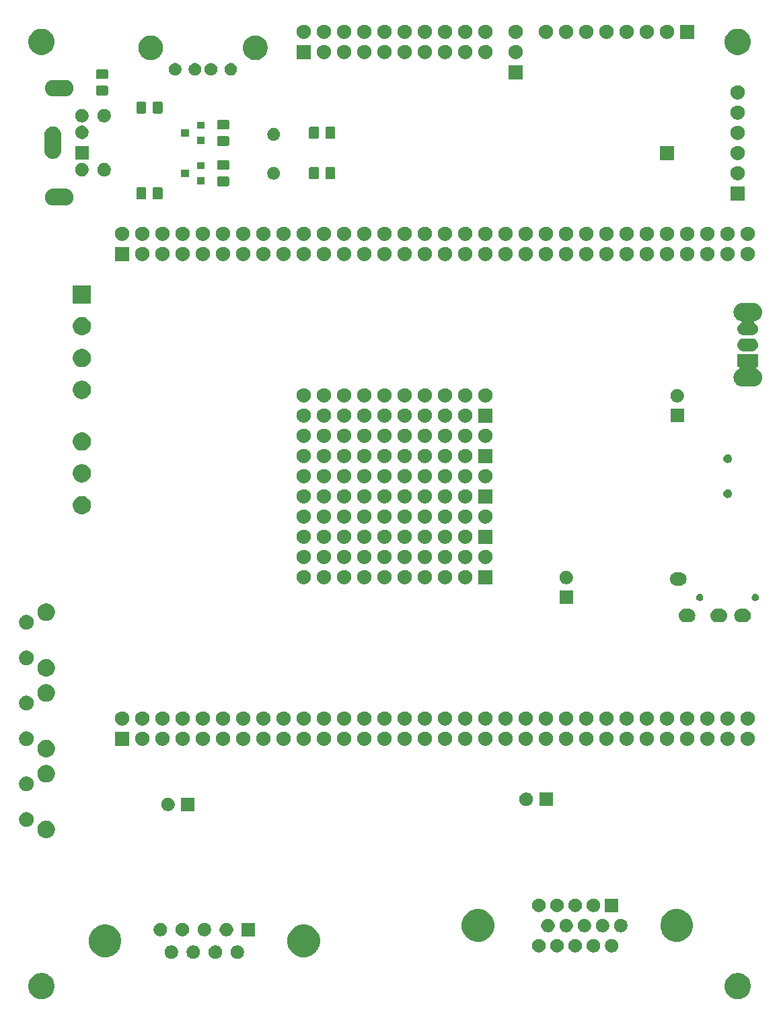
<source format=gbr>
G04 #@! TF.GenerationSoftware,KiCad,Pcbnew,5.1.5-52549c5~86~ubuntu18.04.1*
G04 #@! TF.CreationDate,2020-04-04T12:23:38+02:00*
G04 #@! TF.ProjectId,FPGC4IOboard,46504743-3449-44f6-926f-6172642e6b69,rev?*
G04 #@! TF.SameCoordinates,Original*
G04 #@! TF.FileFunction,Soldermask,Bot*
G04 #@! TF.FilePolarity,Negative*
%FSLAX46Y46*%
G04 Gerber Fmt 4.6, Leading zero omitted, Abs format (unit mm)*
G04 Created by KiCad (PCBNEW 5.1.5-52549c5~86~ubuntu18.04.1) date 2020-04-04 12:23:38*
%MOMM*%
%LPD*%
G04 APERTURE LIST*
%ADD10C,0.100000*%
G04 APERTURE END LIST*
D10*
G36*
X166745256Y-153966298D02*
G01*
X166851579Y-153987447D01*
X167152042Y-154111903D01*
X167422451Y-154292585D01*
X167652415Y-154522549D01*
X167833097Y-154792958D01*
X167957553Y-155093421D01*
X168021000Y-155412391D01*
X168021000Y-155737609D01*
X167957553Y-156056579D01*
X167833097Y-156357042D01*
X167652415Y-156627451D01*
X167422451Y-156857415D01*
X167152042Y-157038097D01*
X166851579Y-157162553D01*
X166745256Y-157183702D01*
X166532611Y-157226000D01*
X166207389Y-157226000D01*
X165994744Y-157183702D01*
X165888421Y-157162553D01*
X165587958Y-157038097D01*
X165317549Y-156857415D01*
X165087585Y-156627451D01*
X164906903Y-156357042D01*
X164782447Y-156056579D01*
X164719000Y-155737609D01*
X164719000Y-155412391D01*
X164782447Y-155093421D01*
X164906903Y-154792958D01*
X165087585Y-154522549D01*
X165317549Y-154292585D01*
X165587958Y-154111903D01*
X165888421Y-153987447D01*
X165994744Y-153966298D01*
X166207389Y-153924000D01*
X166532611Y-153924000D01*
X166745256Y-153966298D01*
G37*
G36*
X79115256Y-153966298D02*
G01*
X79221579Y-153987447D01*
X79522042Y-154111903D01*
X79792451Y-154292585D01*
X80022415Y-154522549D01*
X80203097Y-154792958D01*
X80327553Y-155093421D01*
X80391000Y-155412391D01*
X80391000Y-155737609D01*
X80327553Y-156056579D01*
X80203097Y-156357042D01*
X80022415Y-156627451D01*
X79792451Y-156857415D01*
X79522042Y-157038097D01*
X79221579Y-157162553D01*
X79115256Y-157183702D01*
X78902611Y-157226000D01*
X78577389Y-157226000D01*
X78364744Y-157183702D01*
X78258421Y-157162553D01*
X77957958Y-157038097D01*
X77687549Y-156857415D01*
X77457585Y-156627451D01*
X77276903Y-156357042D01*
X77152447Y-156056579D01*
X77089000Y-155737609D01*
X77089000Y-155412391D01*
X77152447Y-155093421D01*
X77276903Y-154792958D01*
X77457585Y-154522549D01*
X77687549Y-154292585D01*
X77957958Y-154111903D01*
X78258421Y-153987447D01*
X78364744Y-153966298D01*
X78577389Y-153924000D01*
X78902611Y-153924000D01*
X79115256Y-153966298D01*
G37*
G36*
X103638228Y-150484703D02*
G01*
X103793100Y-150548853D01*
X103932481Y-150641985D01*
X104051015Y-150760519D01*
X104144147Y-150899900D01*
X104208297Y-151054772D01*
X104241000Y-151219184D01*
X104241000Y-151386816D01*
X104208297Y-151551228D01*
X104144147Y-151706100D01*
X104051015Y-151845481D01*
X103932481Y-151964015D01*
X103793100Y-152057147D01*
X103638228Y-152121297D01*
X103473816Y-152154000D01*
X103306184Y-152154000D01*
X103141772Y-152121297D01*
X102986900Y-152057147D01*
X102847519Y-151964015D01*
X102728985Y-151845481D01*
X102635853Y-151706100D01*
X102571703Y-151551228D01*
X102539000Y-151386816D01*
X102539000Y-151219184D01*
X102571703Y-151054772D01*
X102635853Y-150899900D01*
X102728985Y-150760519D01*
X102847519Y-150641985D01*
X102986900Y-150548853D01*
X103141772Y-150484703D01*
X103306184Y-150452000D01*
X103473816Y-150452000D01*
X103638228Y-150484703D01*
G37*
G36*
X100868228Y-150484703D02*
G01*
X101023100Y-150548853D01*
X101162481Y-150641985D01*
X101281015Y-150760519D01*
X101374147Y-150899900D01*
X101438297Y-151054772D01*
X101471000Y-151219184D01*
X101471000Y-151386816D01*
X101438297Y-151551228D01*
X101374147Y-151706100D01*
X101281015Y-151845481D01*
X101162481Y-151964015D01*
X101023100Y-152057147D01*
X100868228Y-152121297D01*
X100703816Y-152154000D01*
X100536184Y-152154000D01*
X100371772Y-152121297D01*
X100216900Y-152057147D01*
X100077519Y-151964015D01*
X99958985Y-151845481D01*
X99865853Y-151706100D01*
X99801703Y-151551228D01*
X99769000Y-151386816D01*
X99769000Y-151219184D01*
X99801703Y-151054772D01*
X99865853Y-150899900D01*
X99958985Y-150760519D01*
X100077519Y-150641985D01*
X100216900Y-150548853D01*
X100371772Y-150484703D01*
X100536184Y-150452000D01*
X100703816Y-150452000D01*
X100868228Y-150484703D01*
G37*
G36*
X98098228Y-150484703D02*
G01*
X98253100Y-150548853D01*
X98392481Y-150641985D01*
X98511015Y-150760519D01*
X98604147Y-150899900D01*
X98668297Y-151054772D01*
X98701000Y-151219184D01*
X98701000Y-151386816D01*
X98668297Y-151551228D01*
X98604147Y-151706100D01*
X98511015Y-151845481D01*
X98392481Y-151964015D01*
X98253100Y-152057147D01*
X98098228Y-152121297D01*
X97933816Y-152154000D01*
X97766184Y-152154000D01*
X97601772Y-152121297D01*
X97446900Y-152057147D01*
X97307519Y-151964015D01*
X97188985Y-151845481D01*
X97095853Y-151706100D01*
X97031703Y-151551228D01*
X96999000Y-151386816D01*
X96999000Y-151219184D01*
X97031703Y-151054772D01*
X97095853Y-150899900D01*
X97188985Y-150760519D01*
X97307519Y-150641985D01*
X97446900Y-150548853D01*
X97601772Y-150484703D01*
X97766184Y-150452000D01*
X97933816Y-150452000D01*
X98098228Y-150484703D01*
G37*
G36*
X95328228Y-150484703D02*
G01*
X95483100Y-150548853D01*
X95622481Y-150641985D01*
X95741015Y-150760519D01*
X95834147Y-150899900D01*
X95898297Y-151054772D01*
X95931000Y-151219184D01*
X95931000Y-151386816D01*
X95898297Y-151551228D01*
X95834147Y-151706100D01*
X95741015Y-151845481D01*
X95622481Y-151964015D01*
X95483100Y-152057147D01*
X95328228Y-152121297D01*
X95163816Y-152154000D01*
X94996184Y-152154000D01*
X94831772Y-152121297D01*
X94676900Y-152057147D01*
X94537519Y-151964015D01*
X94418985Y-151845481D01*
X94325853Y-151706100D01*
X94261703Y-151551228D01*
X94229000Y-151386816D01*
X94229000Y-151219184D01*
X94261703Y-151054772D01*
X94325853Y-150899900D01*
X94418985Y-150760519D01*
X94537519Y-150641985D01*
X94676900Y-150548853D01*
X94831772Y-150484703D01*
X94996184Y-150452000D01*
X95163816Y-150452000D01*
X95328228Y-150484703D01*
G37*
G36*
X112333254Y-147910818D02*
G01*
X112693170Y-148059900D01*
X112706513Y-148065427D01*
X113042436Y-148289884D01*
X113328116Y-148575564D01*
X113418765Y-148711229D01*
X113552574Y-148911489D01*
X113707182Y-149284746D01*
X113786000Y-149680993D01*
X113786000Y-150085007D01*
X113707182Y-150481254D01*
X113591506Y-150760520D01*
X113552573Y-150854513D01*
X113328116Y-151190436D01*
X113042436Y-151476116D01*
X112706513Y-151700573D01*
X112706512Y-151700574D01*
X112706511Y-151700574D01*
X112333254Y-151855182D01*
X111937007Y-151934000D01*
X111532993Y-151934000D01*
X111136746Y-151855182D01*
X110763489Y-151700574D01*
X110763488Y-151700574D01*
X110763487Y-151700573D01*
X110427564Y-151476116D01*
X110141884Y-151190436D01*
X109917427Y-150854513D01*
X109878494Y-150760520D01*
X109762818Y-150481254D01*
X109684000Y-150085007D01*
X109684000Y-149680993D01*
X109762818Y-149284746D01*
X109917426Y-148911489D01*
X110051236Y-148711229D01*
X110141884Y-148575564D01*
X110427564Y-148289884D01*
X110763487Y-148065427D01*
X110776830Y-148059900D01*
X111136746Y-147910818D01*
X111532993Y-147832000D01*
X111937007Y-147832000D01*
X112333254Y-147910818D01*
G37*
G36*
X87333254Y-147910818D02*
G01*
X87693170Y-148059900D01*
X87706513Y-148065427D01*
X88042436Y-148289884D01*
X88328116Y-148575564D01*
X88418765Y-148711229D01*
X88552574Y-148911489D01*
X88707182Y-149284746D01*
X88786000Y-149680993D01*
X88786000Y-150085007D01*
X88707182Y-150481254D01*
X88591506Y-150760520D01*
X88552573Y-150854513D01*
X88328116Y-151190436D01*
X88042436Y-151476116D01*
X87706513Y-151700573D01*
X87706512Y-151700574D01*
X87706511Y-151700574D01*
X87333254Y-151855182D01*
X86937007Y-151934000D01*
X86532993Y-151934000D01*
X86136746Y-151855182D01*
X85763489Y-151700574D01*
X85763488Y-151700574D01*
X85763487Y-151700573D01*
X85427564Y-151476116D01*
X85141884Y-151190436D01*
X84917427Y-150854513D01*
X84878494Y-150760520D01*
X84762818Y-150481254D01*
X84684000Y-150085007D01*
X84684000Y-149680993D01*
X84762818Y-149284746D01*
X84917426Y-148911489D01*
X85051236Y-148711229D01*
X85141884Y-148575564D01*
X85427564Y-148289884D01*
X85763487Y-148065427D01*
X85776830Y-148059900D01*
X86136746Y-147910818D01*
X86532993Y-147832000D01*
X86937007Y-147832000D01*
X87333254Y-147910818D01*
G37*
G36*
X146163228Y-149674303D02*
G01*
X146318100Y-149738453D01*
X146457481Y-149831585D01*
X146576015Y-149950119D01*
X146669147Y-150089500D01*
X146733297Y-150244372D01*
X146766000Y-150408784D01*
X146766000Y-150576416D01*
X146733297Y-150740828D01*
X146669147Y-150895700D01*
X146576015Y-151035081D01*
X146457481Y-151153615D01*
X146318100Y-151246747D01*
X146163228Y-151310897D01*
X145998816Y-151343600D01*
X145831184Y-151343600D01*
X145666772Y-151310897D01*
X145511900Y-151246747D01*
X145372519Y-151153615D01*
X145253985Y-151035081D01*
X145160853Y-150895700D01*
X145096703Y-150740828D01*
X145064000Y-150576416D01*
X145064000Y-150408784D01*
X145096703Y-150244372D01*
X145160853Y-150089500D01*
X145253985Y-149950119D01*
X145372519Y-149831585D01*
X145511900Y-149738453D01*
X145666772Y-149674303D01*
X145831184Y-149641600D01*
X145998816Y-149641600D01*
X146163228Y-149674303D01*
G37*
G36*
X143873228Y-149674303D02*
G01*
X144028100Y-149738453D01*
X144167481Y-149831585D01*
X144286015Y-149950119D01*
X144379147Y-150089500D01*
X144443297Y-150244372D01*
X144476000Y-150408784D01*
X144476000Y-150576416D01*
X144443297Y-150740828D01*
X144379147Y-150895700D01*
X144286015Y-151035081D01*
X144167481Y-151153615D01*
X144028100Y-151246747D01*
X143873228Y-151310897D01*
X143708816Y-151343600D01*
X143541184Y-151343600D01*
X143376772Y-151310897D01*
X143221900Y-151246747D01*
X143082519Y-151153615D01*
X142963985Y-151035081D01*
X142870853Y-150895700D01*
X142806703Y-150740828D01*
X142774000Y-150576416D01*
X142774000Y-150408784D01*
X142806703Y-150244372D01*
X142870853Y-150089500D01*
X142963985Y-149950119D01*
X143082519Y-149831585D01*
X143221900Y-149738453D01*
X143376772Y-149674303D01*
X143541184Y-149641600D01*
X143708816Y-149641600D01*
X143873228Y-149674303D01*
G37*
G36*
X141583228Y-149674303D02*
G01*
X141738100Y-149738453D01*
X141877481Y-149831585D01*
X141996015Y-149950119D01*
X142089147Y-150089500D01*
X142153297Y-150244372D01*
X142186000Y-150408784D01*
X142186000Y-150576416D01*
X142153297Y-150740828D01*
X142089147Y-150895700D01*
X141996015Y-151035081D01*
X141877481Y-151153615D01*
X141738100Y-151246747D01*
X141583228Y-151310897D01*
X141418816Y-151343600D01*
X141251184Y-151343600D01*
X141086772Y-151310897D01*
X140931900Y-151246747D01*
X140792519Y-151153615D01*
X140673985Y-151035081D01*
X140580853Y-150895700D01*
X140516703Y-150740828D01*
X140484000Y-150576416D01*
X140484000Y-150408784D01*
X140516703Y-150244372D01*
X140580853Y-150089500D01*
X140673985Y-149950119D01*
X140792519Y-149831585D01*
X140931900Y-149738453D01*
X141086772Y-149674303D01*
X141251184Y-149641600D01*
X141418816Y-149641600D01*
X141583228Y-149674303D01*
G37*
G36*
X148453228Y-149674303D02*
G01*
X148608100Y-149738453D01*
X148747481Y-149831585D01*
X148866015Y-149950119D01*
X148959147Y-150089500D01*
X149023297Y-150244372D01*
X149056000Y-150408784D01*
X149056000Y-150576416D01*
X149023297Y-150740828D01*
X148959147Y-150895700D01*
X148866015Y-151035081D01*
X148747481Y-151153615D01*
X148608100Y-151246747D01*
X148453228Y-151310897D01*
X148288816Y-151343600D01*
X148121184Y-151343600D01*
X147956772Y-151310897D01*
X147801900Y-151246747D01*
X147662519Y-151153615D01*
X147543985Y-151035081D01*
X147450853Y-150895700D01*
X147386703Y-150740828D01*
X147354000Y-150576416D01*
X147354000Y-150408784D01*
X147386703Y-150244372D01*
X147450853Y-150089500D01*
X147543985Y-149950119D01*
X147662519Y-149831585D01*
X147801900Y-149738453D01*
X147956772Y-149674303D01*
X148121184Y-149641600D01*
X148288816Y-149641600D01*
X148453228Y-149674303D01*
G37*
G36*
X150743228Y-149674303D02*
G01*
X150898100Y-149738453D01*
X151037481Y-149831585D01*
X151156015Y-149950119D01*
X151249147Y-150089500D01*
X151313297Y-150244372D01*
X151346000Y-150408784D01*
X151346000Y-150576416D01*
X151313297Y-150740828D01*
X151249147Y-150895700D01*
X151156015Y-151035081D01*
X151037481Y-151153615D01*
X150898100Y-151246747D01*
X150743228Y-151310897D01*
X150578816Y-151343600D01*
X150411184Y-151343600D01*
X150246772Y-151310897D01*
X150091900Y-151246747D01*
X149952519Y-151153615D01*
X149833985Y-151035081D01*
X149740853Y-150895700D01*
X149676703Y-150740828D01*
X149644000Y-150576416D01*
X149644000Y-150408784D01*
X149676703Y-150244372D01*
X149740853Y-150089500D01*
X149833985Y-149950119D01*
X149952519Y-149831585D01*
X150091900Y-149738453D01*
X150246772Y-149674303D01*
X150411184Y-149641600D01*
X150578816Y-149641600D01*
X150743228Y-149674303D01*
G37*
G36*
X159278254Y-145980418D02*
G01*
X159651511Y-146135026D01*
X159651513Y-146135027D01*
X159987436Y-146359484D01*
X160273116Y-146645164D01*
X160497574Y-146981089D01*
X160652182Y-147354346D01*
X160731000Y-147750593D01*
X160731000Y-148154607D01*
X160652182Y-148550854D01*
X160560541Y-148772095D01*
X160497573Y-148924113D01*
X160273116Y-149260036D01*
X159987436Y-149545716D01*
X159651513Y-149770173D01*
X159651512Y-149770174D01*
X159651511Y-149770174D01*
X159278254Y-149924782D01*
X158882007Y-150003600D01*
X158477993Y-150003600D01*
X158081746Y-149924782D01*
X157708489Y-149770174D01*
X157708488Y-149770174D01*
X157708487Y-149770173D01*
X157372564Y-149545716D01*
X157086884Y-149260036D01*
X156862427Y-148924113D01*
X156799459Y-148772095D01*
X156707818Y-148550854D01*
X156629000Y-148154607D01*
X156629000Y-147750593D01*
X156707818Y-147354346D01*
X156862426Y-146981089D01*
X157086884Y-146645164D01*
X157372564Y-146359484D01*
X157708487Y-146135027D01*
X157708489Y-146135026D01*
X158081746Y-145980418D01*
X158477993Y-145901600D01*
X158882007Y-145901600D01*
X159278254Y-145980418D01*
G37*
G36*
X134278254Y-145980418D02*
G01*
X134651511Y-146135026D01*
X134651513Y-146135027D01*
X134987436Y-146359484D01*
X135273116Y-146645164D01*
X135497574Y-146981089D01*
X135652182Y-147354346D01*
X135731000Y-147750593D01*
X135731000Y-148154607D01*
X135652182Y-148550854D01*
X135560541Y-148772095D01*
X135497573Y-148924113D01*
X135273116Y-149260036D01*
X134987436Y-149545716D01*
X134651513Y-149770173D01*
X134651512Y-149770174D01*
X134651511Y-149770174D01*
X134278254Y-149924782D01*
X133882007Y-150003600D01*
X133477993Y-150003600D01*
X133081746Y-149924782D01*
X132708489Y-149770174D01*
X132708488Y-149770174D01*
X132708487Y-149770173D01*
X132372564Y-149545716D01*
X132086884Y-149260036D01*
X131862427Y-148924113D01*
X131799459Y-148772095D01*
X131707818Y-148550854D01*
X131629000Y-148154607D01*
X131629000Y-147750593D01*
X131707818Y-147354346D01*
X131862426Y-146981089D01*
X132086884Y-146645164D01*
X132372564Y-146359484D01*
X132708487Y-146135027D01*
X132708489Y-146135026D01*
X133081746Y-145980418D01*
X133477993Y-145901600D01*
X133882007Y-145901600D01*
X134278254Y-145980418D01*
G37*
G36*
X96713228Y-147644703D02*
G01*
X96868100Y-147708853D01*
X97007481Y-147801985D01*
X97126015Y-147920519D01*
X97219147Y-148059900D01*
X97283297Y-148214772D01*
X97316000Y-148379184D01*
X97316000Y-148546816D01*
X97283297Y-148711228D01*
X97219147Y-148866100D01*
X97126015Y-149005481D01*
X97007481Y-149124015D01*
X96868100Y-149217147D01*
X96713228Y-149281297D01*
X96548816Y-149314000D01*
X96381184Y-149314000D01*
X96216772Y-149281297D01*
X96061900Y-149217147D01*
X95922519Y-149124015D01*
X95803985Y-149005481D01*
X95710853Y-148866100D01*
X95646703Y-148711228D01*
X95614000Y-148546816D01*
X95614000Y-148379184D01*
X95646703Y-148214772D01*
X95710853Y-148059900D01*
X95803985Y-147920519D01*
X95922519Y-147801985D01*
X96061900Y-147708853D01*
X96216772Y-147644703D01*
X96381184Y-147612000D01*
X96548816Y-147612000D01*
X96713228Y-147644703D01*
G37*
G36*
X93943228Y-147644703D02*
G01*
X94098100Y-147708853D01*
X94237481Y-147801985D01*
X94356015Y-147920519D01*
X94449147Y-148059900D01*
X94513297Y-148214772D01*
X94546000Y-148379184D01*
X94546000Y-148546816D01*
X94513297Y-148711228D01*
X94449147Y-148866100D01*
X94356015Y-149005481D01*
X94237481Y-149124015D01*
X94098100Y-149217147D01*
X93943228Y-149281297D01*
X93778816Y-149314000D01*
X93611184Y-149314000D01*
X93446772Y-149281297D01*
X93291900Y-149217147D01*
X93152519Y-149124015D01*
X93033985Y-149005481D01*
X92940853Y-148866100D01*
X92876703Y-148711228D01*
X92844000Y-148546816D01*
X92844000Y-148379184D01*
X92876703Y-148214772D01*
X92940853Y-148059900D01*
X93033985Y-147920519D01*
X93152519Y-147801985D01*
X93291900Y-147708853D01*
X93446772Y-147644703D01*
X93611184Y-147612000D01*
X93778816Y-147612000D01*
X93943228Y-147644703D01*
G37*
G36*
X99483228Y-147644703D02*
G01*
X99638100Y-147708853D01*
X99777481Y-147801985D01*
X99896015Y-147920519D01*
X99989147Y-148059900D01*
X100053297Y-148214772D01*
X100086000Y-148379184D01*
X100086000Y-148546816D01*
X100053297Y-148711228D01*
X99989147Y-148866100D01*
X99896015Y-149005481D01*
X99777481Y-149124015D01*
X99638100Y-149217147D01*
X99483228Y-149281297D01*
X99318816Y-149314000D01*
X99151184Y-149314000D01*
X98986772Y-149281297D01*
X98831900Y-149217147D01*
X98692519Y-149124015D01*
X98573985Y-149005481D01*
X98480853Y-148866100D01*
X98416703Y-148711228D01*
X98384000Y-148546816D01*
X98384000Y-148379184D01*
X98416703Y-148214772D01*
X98480853Y-148059900D01*
X98573985Y-147920519D01*
X98692519Y-147801985D01*
X98831900Y-147708853D01*
X98986772Y-147644703D01*
X99151184Y-147612000D01*
X99318816Y-147612000D01*
X99483228Y-147644703D01*
G37*
G36*
X102253228Y-147644703D02*
G01*
X102408100Y-147708853D01*
X102547481Y-147801985D01*
X102666015Y-147920519D01*
X102759147Y-148059900D01*
X102823297Y-148214772D01*
X102856000Y-148379184D01*
X102856000Y-148546816D01*
X102823297Y-148711228D01*
X102759147Y-148866100D01*
X102666015Y-149005481D01*
X102547481Y-149124015D01*
X102408100Y-149217147D01*
X102253228Y-149281297D01*
X102088816Y-149314000D01*
X101921184Y-149314000D01*
X101756772Y-149281297D01*
X101601900Y-149217147D01*
X101462519Y-149124015D01*
X101343985Y-149005481D01*
X101250853Y-148866100D01*
X101186703Y-148711228D01*
X101154000Y-148546816D01*
X101154000Y-148379184D01*
X101186703Y-148214772D01*
X101250853Y-148059900D01*
X101343985Y-147920519D01*
X101462519Y-147801985D01*
X101601900Y-147708853D01*
X101756772Y-147644703D01*
X101921184Y-147612000D01*
X102088816Y-147612000D01*
X102253228Y-147644703D01*
G37*
G36*
X105626000Y-149314000D02*
G01*
X103924000Y-149314000D01*
X103924000Y-147612000D01*
X105626000Y-147612000D01*
X105626000Y-149314000D01*
G37*
G36*
X142728228Y-147135503D02*
G01*
X142883100Y-147199653D01*
X143022481Y-147292785D01*
X143141015Y-147411319D01*
X143234147Y-147550700D01*
X143298297Y-147705572D01*
X143331000Y-147869984D01*
X143331000Y-148037616D01*
X143298297Y-148202028D01*
X143234147Y-148356900D01*
X143141015Y-148496281D01*
X143022481Y-148614815D01*
X142883100Y-148707947D01*
X142728228Y-148772097D01*
X142563816Y-148804800D01*
X142396184Y-148804800D01*
X142231772Y-148772097D01*
X142076900Y-148707947D01*
X141937519Y-148614815D01*
X141818985Y-148496281D01*
X141725853Y-148356900D01*
X141661703Y-148202028D01*
X141629000Y-148037616D01*
X141629000Y-147869984D01*
X141661703Y-147705572D01*
X141725853Y-147550700D01*
X141818985Y-147411319D01*
X141937519Y-147292785D01*
X142076900Y-147199653D01*
X142231772Y-147135503D01*
X142396184Y-147102800D01*
X142563816Y-147102800D01*
X142728228Y-147135503D01*
G37*
G36*
X151888228Y-147135503D02*
G01*
X152043100Y-147199653D01*
X152182481Y-147292785D01*
X152301015Y-147411319D01*
X152394147Y-147550700D01*
X152458297Y-147705572D01*
X152491000Y-147869984D01*
X152491000Y-148037616D01*
X152458297Y-148202028D01*
X152394147Y-148356900D01*
X152301015Y-148496281D01*
X152182481Y-148614815D01*
X152043100Y-148707947D01*
X151888228Y-148772097D01*
X151723816Y-148804800D01*
X151556184Y-148804800D01*
X151391772Y-148772097D01*
X151236900Y-148707947D01*
X151097519Y-148614815D01*
X150978985Y-148496281D01*
X150885853Y-148356900D01*
X150821703Y-148202028D01*
X150789000Y-148037616D01*
X150789000Y-147869984D01*
X150821703Y-147705572D01*
X150885853Y-147550700D01*
X150978985Y-147411319D01*
X151097519Y-147292785D01*
X151236900Y-147199653D01*
X151391772Y-147135503D01*
X151556184Y-147102800D01*
X151723816Y-147102800D01*
X151888228Y-147135503D01*
G37*
G36*
X149598228Y-147135503D02*
G01*
X149753100Y-147199653D01*
X149892481Y-147292785D01*
X150011015Y-147411319D01*
X150104147Y-147550700D01*
X150168297Y-147705572D01*
X150201000Y-147869984D01*
X150201000Y-148037616D01*
X150168297Y-148202028D01*
X150104147Y-148356900D01*
X150011015Y-148496281D01*
X149892481Y-148614815D01*
X149753100Y-148707947D01*
X149598228Y-148772097D01*
X149433816Y-148804800D01*
X149266184Y-148804800D01*
X149101772Y-148772097D01*
X148946900Y-148707947D01*
X148807519Y-148614815D01*
X148688985Y-148496281D01*
X148595853Y-148356900D01*
X148531703Y-148202028D01*
X148499000Y-148037616D01*
X148499000Y-147869984D01*
X148531703Y-147705572D01*
X148595853Y-147550700D01*
X148688985Y-147411319D01*
X148807519Y-147292785D01*
X148946900Y-147199653D01*
X149101772Y-147135503D01*
X149266184Y-147102800D01*
X149433816Y-147102800D01*
X149598228Y-147135503D01*
G37*
G36*
X147308228Y-147135503D02*
G01*
X147463100Y-147199653D01*
X147602481Y-147292785D01*
X147721015Y-147411319D01*
X147814147Y-147550700D01*
X147878297Y-147705572D01*
X147911000Y-147869984D01*
X147911000Y-148037616D01*
X147878297Y-148202028D01*
X147814147Y-148356900D01*
X147721015Y-148496281D01*
X147602481Y-148614815D01*
X147463100Y-148707947D01*
X147308228Y-148772097D01*
X147143816Y-148804800D01*
X146976184Y-148804800D01*
X146811772Y-148772097D01*
X146656900Y-148707947D01*
X146517519Y-148614815D01*
X146398985Y-148496281D01*
X146305853Y-148356900D01*
X146241703Y-148202028D01*
X146209000Y-148037616D01*
X146209000Y-147869984D01*
X146241703Y-147705572D01*
X146305853Y-147550700D01*
X146398985Y-147411319D01*
X146517519Y-147292785D01*
X146656900Y-147199653D01*
X146811772Y-147135503D01*
X146976184Y-147102800D01*
X147143816Y-147102800D01*
X147308228Y-147135503D01*
G37*
G36*
X145018228Y-147135503D02*
G01*
X145173100Y-147199653D01*
X145312481Y-147292785D01*
X145431015Y-147411319D01*
X145524147Y-147550700D01*
X145588297Y-147705572D01*
X145621000Y-147869984D01*
X145621000Y-148037616D01*
X145588297Y-148202028D01*
X145524147Y-148356900D01*
X145431015Y-148496281D01*
X145312481Y-148614815D01*
X145173100Y-148707947D01*
X145018228Y-148772097D01*
X144853816Y-148804800D01*
X144686184Y-148804800D01*
X144521772Y-148772097D01*
X144366900Y-148707947D01*
X144227519Y-148614815D01*
X144108985Y-148496281D01*
X144015853Y-148356900D01*
X143951703Y-148202028D01*
X143919000Y-148037616D01*
X143919000Y-147869984D01*
X143951703Y-147705572D01*
X144015853Y-147550700D01*
X144108985Y-147411319D01*
X144227519Y-147292785D01*
X144366900Y-147199653D01*
X144521772Y-147135503D01*
X144686184Y-147102800D01*
X144853816Y-147102800D01*
X145018228Y-147135503D01*
G37*
G36*
X143873228Y-144596703D02*
G01*
X144028100Y-144660853D01*
X144167481Y-144753985D01*
X144286015Y-144872519D01*
X144379147Y-145011900D01*
X144443297Y-145166772D01*
X144476000Y-145331184D01*
X144476000Y-145498816D01*
X144443297Y-145663228D01*
X144379147Y-145818100D01*
X144286015Y-145957481D01*
X144167481Y-146076015D01*
X144028100Y-146169147D01*
X143873228Y-146233297D01*
X143708816Y-146266000D01*
X143541184Y-146266000D01*
X143376772Y-146233297D01*
X143221900Y-146169147D01*
X143082519Y-146076015D01*
X142963985Y-145957481D01*
X142870853Y-145818100D01*
X142806703Y-145663228D01*
X142774000Y-145498816D01*
X142774000Y-145331184D01*
X142806703Y-145166772D01*
X142870853Y-145011900D01*
X142963985Y-144872519D01*
X143082519Y-144753985D01*
X143221900Y-144660853D01*
X143376772Y-144596703D01*
X143541184Y-144564000D01*
X143708816Y-144564000D01*
X143873228Y-144596703D01*
G37*
G36*
X148453228Y-144596703D02*
G01*
X148608100Y-144660853D01*
X148747481Y-144753985D01*
X148866015Y-144872519D01*
X148959147Y-145011900D01*
X149023297Y-145166772D01*
X149056000Y-145331184D01*
X149056000Y-145498816D01*
X149023297Y-145663228D01*
X148959147Y-145818100D01*
X148866015Y-145957481D01*
X148747481Y-146076015D01*
X148608100Y-146169147D01*
X148453228Y-146233297D01*
X148288816Y-146266000D01*
X148121184Y-146266000D01*
X147956772Y-146233297D01*
X147801900Y-146169147D01*
X147662519Y-146076015D01*
X147543985Y-145957481D01*
X147450853Y-145818100D01*
X147386703Y-145663228D01*
X147354000Y-145498816D01*
X147354000Y-145331184D01*
X147386703Y-145166772D01*
X147450853Y-145011900D01*
X147543985Y-144872519D01*
X147662519Y-144753985D01*
X147801900Y-144660853D01*
X147956772Y-144596703D01*
X148121184Y-144564000D01*
X148288816Y-144564000D01*
X148453228Y-144596703D01*
G37*
G36*
X141583228Y-144596703D02*
G01*
X141738100Y-144660853D01*
X141877481Y-144753985D01*
X141996015Y-144872519D01*
X142089147Y-145011900D01*
X142153297Y-145166772D01*
X142186000Y-145331184D01*
X142186000Y-145498816D01*
X142153297Y-145663228D01*
X142089147Y-145818100D01*
X141996015Y-145957481D01*
X141877481Y-146076015D01*
X141738100Y-146169147D01*
X141583228Y-146233297D01*
X141418816Y-146266000D01*
X141251184Y-146266000D01*
X141086772Y-146233297D01*
X140931900Y-146169147D01*
X140792519Y-146076015D01*
X140673985Y-145957481D01*
X140580853Y-145818100D01*
X140516703Y-145663228D01*
X140484000Y-145498816D01*
X140484000Y-145331184D01*
X140516703Y-145166772D01*
X140580853Y-145011900D01*
X140673985Y-144872519D01*
X140792519Y-144753985D01*
X140931900Y-144660853D01*
X141086772Y-144596703D01*
X141251184Y-144564000D01*
X141418816Y-144564000D01*
X141583228Y-144596703D01*
G37*
G36*
X151346000Y-146266000D02*
G01*
X149644000Y-146266000D01*
X149644000Y-144564000D01*
X151346000Y-144564000D01*
X151346000Y-146266000D01*
G37*
G36*
X146163228Y-144596703D02*
G01*
X146318100Y-144660853D01*
X146457481Y-144753985D01*
X146576015Y-144872519D01*
X146669147Y-145011900D01*
X146733297Y-145166772D01*
X146766000Y-145331184D01*
X146766000Y-145498816D01*
X146733297Y-145663228D01*
X146669147Y-145818100D01*
X146576015Y-145957481D01*
X146457481Y-146076015D01*
X146318100Y-146169147D01*
X146163228Y-146233297D01*
X145998816Y-146266000D01*
X145831184Y-146266000D01*
X145666772Y-146233297D01*
X145511900Y-146169147D01*
X145372519Y-146076015D01*
X145253985Y-145957481D01*
X145160853Y-145818100D01*
X145096703Y-145663228D01*
X145064000Y-145498816D01*
X145064000Y-145331184D01*
X145096703Y-145166772D01*
X145160853Y-145011900D01*
X145253985Y-144872519D01*
X145372519Y-144753985D01*
X145511900Y-144660853D01*
X145666772Y-144596703D01*
X145831184Y-144564000D01*
X145998816Y-144564000D01*
X146163228Y-144596703D01*
G37*
G36*
X79539795Y-134790156D02*
G01*
X79646150Y-134811311D01*
X79746334Y-134852809D01*
X79846520Y-134894307D01*
X80026844Y-135014795D01*
X80180205Y-135168156D01*
X80300693Y-135348480D01*
X80300693Y-135348481D01*
X80367769Y-135510415D01*
X80383689Y-135548851D01*
X80426000Y-135761560D01*
X80426000Y-135978440D01*
X80383689Y-136191149D01*
X80300693Y-136391520D01*
X80180205Y-136571844D01*
X80026844Y-136725205D01*
X79846520Y-136845693D01*
X79746334Y-136887191D01*
X79646150Y-136928689D01*
X79539794Y-136949845D01*
X79433440Y-136971000D01*
X79216560Y-136971000D01*
X79110206Y-136949845D01*
X79003850Y-136928689D01*
X78903666Y-136887191D01*
X78803480Y-136845693D01*
X78623156Y-136725205D01*
X78469795Y-136571844D01*
X78349307Y-136391520D01*
X78266311Y-136191149D01*
X78224000Y-135978440D01*
X78224000Y-135761560D01*
X78266311Y-135548851D01*
X78282232Y-135510415D01*
X78349307Y-135348481D01*
X78349307Y-135348480D01*
X78469795Y-135168156D01*
X78623156Y-135014795D01*
X78803480Y-134894307D01*
X78903666Y-134852809D01*
X79003850Y-134811311D01*
X79110205Y-134790156D01*
X79216560Y-134769000D01*
X79433440Y-134769000D01*
X79539795Y-134790156D01*
G37*
G36*
X77105104Y-133729585D02*
G01*
X77273626Y-133799389D01*
X77425291Y-133900728D01*
X77554272Y-134029709D01*
X77655611Y-134181374D01*
X77725415Y-134349896D01*
X77761000Y-134528797D01*
X77761000Y-134711203D01*
X77725415Y-134890104D01*
X77655611Y-135058626D01*
X77554272Y-135210291D01*
X77425291Y-135339272D01*
X77273626Y-135440611D01*
X77105104Y-135510415D01*
X76926203Y-135546000D01*
X76743797Y-135546000D01*
X76564896Y-135510415D01*
X76396374Y-135440611D01*
X76244709Y-135339272D01*
X76115728Y-135210291D01*
X76014389Y-135058626D01*
X75944585Y-134890104D01*
X75909000Y-134711203D01*
X75909000Y-134528797D01*
X75944585Y-134349896D01*
X76014389Y-134181374D01*
X76115728Y-134029709D01*
X76244709Y-133900728D01*
X76396374Y-133799389D01*
X76564896Y-133729585D01*
X76743797Y-133694000D01*
X76926203Y-133694000D01*
X77105104Y-133729585D01*
G37*
G36*
X98006000Y-133566000D02*
G01*
X96304000Y-133566000D01*
X96304000Y-131864000D01*
X98006000Y-131864000D01*
X98006000Y-133566000D01*
G37*
G36*
X94903228Y-131896703D02*
G01*
X95058100Y-131960853D01*
X95197481Y-132053985D01*
X95316015Y-132172519D01*
X95409147Y-132311900D01*
X95473297Y-132466772D01*
X95506000Y-132631184D01*
X95506000Y-132798816D01*
X95473297Y-132963228D01*
X95409147Y-133118100D01*
X95316015Y-133257481D01*
X95197481Y-133376015D01*
X95058100Y-133469147D01*
X94903228Y-133533297D01*
X94738816Y-133566000D01*
X94571184Y-133566000D01*
X94406772Y-133533297D01*
X94251900Y-133469147D01*
X94112519Y-133376015D01*
X93993985Y-133257481D01*
X93900853Y-133118100D01*
X93836703Y-132963228D01*
X93804000Y-132798816D01*
X93804000Y-132631184D01*
X93836703Y-132466772D01*
X93900853Y-132311900D01*
X93993985Y-132172519D01*
X94112519Y-132053985D01*
X94251900Y-131960853D01*
X94406772Y-131896703D01*
X94571184Y-131864000D01*
X94738816Y-131864000D01*
X94903228Y-131896703D01*
G37*
G36*
X139988228Y-131261703D02*
G01*
X140143100Y-131325853D01*
X140282481Y-131418985D01*
X140401015Y-131537519D01*
X140494147Y-131676900D01*
X140558297Y-131831772D01*
X140591000Y-131996184D01*
X140591000Y-132163816D01*
X140558297Y-132328228D01*
X140494147Y-132483100D01*
X140401015Y-132622481D01*
X140282481Y-132741015D01*
X140143100Y-132834147D01*
X139988228Y-132898297D01*
X139823816Y-132931000D01*
X139656184Y-132931000D01*
X139491772Y-132898297D01*
X139336900Y-132834147D01*
X139197519Y-132741015D01*
X139078985Y-132622481D01*
X138985853Y-132483100D01*
X138921703Y-132328228D01*
X138889000Y-132163816D01*
X138889000Y-131996184D01*
X138921703Y-131831772D01*
X138985853Y-131676900D01*
X139078985Y-131537519D01*
X139197519Y-131418985D01*
X139336900Y-131325853D01*
X139491772Y-131261703D01*
X139656184Y-131229000D01*
X139823816Y-131229000D01*
X139988228Y-131261703D01*
G37*
G36*
X143091000Y-132931000D02*
G01*
X141389000Y-132931000D01*
X141389000Y-131229000D01*
X143091000Y-131229000D01*
X143091000Y-132931000D01*
G37*
G36*
X77105104Y-129229585D02*
G01*
X77273626Y-129299389D01*
X77425291Y-129400728D01*
X77554272Y-129529709D01*
X77655611Y-129681374D01*
X77725415Y-129849896D01*
X77761000Y-130028797D01*
X77761000Y-130211203D01*
X77725415Y-130390104D01*
X77655611Y-130558626D01*
X77554272Y-130710291D01*
X77425291Y-130839272D01*
X77273626Y-130940611D01*
X77105104Y-131010415D01*
X76926203Y-131046000D01*
X76743797Y-131046000D01*
X76564896Y-131010415D01*
X76396374Y-130940611D01*
X76244709Y-130839272D01*
X76115728Y-130710291D01*
X76014389Y-130558626D01*
X75944585Y-130390104D01*
X75909000Y-130211203D01*
X75909000Y-130028797D01*
X75944585Y-129849896D01*
X76014389Y-129681374D01*
X76115728Y-129529709D01*
X76244709Y-129400728D01*
X76396374Y-129299389D01*
X76564896Y-129229585D01*
X76743797Y-129194000D01*
X76926203Y-129194000D01*
X77105104Y-129229585D01*
G37*
G36*
X79539794Y-127780155D02*
G01*
X79646150Y-127801311D01*
X79746334Y-127842809D01*
X79846520Y-127884307D01*
X80026844Y-128004795D01*
X80180205Y-128158156D01*
X80300693Y-128338480D01*
X80383689Y-128538851D01*
X80426000Y-128751560D01*
X80426000Y-128968440D01*
X80383689Y-129181149D01*
X80300693Y-129381520D01*
X80180205Y-129561844D01*
X80026844Y-129715205D01*
X79846520Y-129835693D01*
X79812228Y-129849897D01*
X79646150Y-129918689D01*
X79539794Y-129939845D01*
X79433440Y-129961000D01*
X79216560Y-129961000D01*
X79110206Y-129939845D01*
X79003850Y-129918689D01*
X78837772Y-129849897D01*
X78803480Y-129835693D01*
X78623156Y-129715205D01*
X78469795Y-129561844D01*
X78349307Y-129381520D01*
X78266311Y-129181149D01*
X78224000Y-128968440D01*
X78224000Y-128751560D01*
X78266311Y-128538851D01*
X78349307Y-128338480D01*
X78469795Y-128158156D01*
X78623156Y-128004795D01*
X78803480Y-127884307D01*
X78903666Y-127842809D01*
X79003850Y-127801311D01*
X79110206Y-127780155D01*
X79216560Y-127759000D01*
X79433440Y-127759000D01*
X79539794Y-127780155D01*
G37*
G36*
X79539794Y-124630155D02*
G01*
X79646150Y-124651311D01*
X79746334Y-124692809D01*
X79846520Y-124734307D01*
X80026844Y-124854795D01*
X80180205Y-125008156D01*
X80300693Y-125188480D01*
X80300693Y-125188481D01*
X80367769Y-125350415D01*
X80383689Y-125388851D01*
X80426000Y-125601560D01*
X80426000Y-125818440D01*
X80383689Y-126031149D01*
X80300693Y-126231520D01*
X80180205Y-126411844D01*
X80026844Y-126565205D01*
X79846520Y-126685693D01*
X79646150Y-126768689D01*
X79539795Y-126789844D01*
X79433440Y-126811000D01*
X79216560Y-126811000D01*
X79110205Y-126789844D01*
X79003850Y-126768689D01*
X78803480Y-126685693D01*
X78623156Y-126565205D01*
X78469795Y-126411844D01*
X78349307Y-126231520D01*
X78266311Y-126031149D01*
X78224000Y-125818440D01*
X78224000Y-125601560D01*
X78266311Y-125388851D01*
X78282232Y-125350415D01*
X78349307Y-125188481D01*
X78349307Y-125188480D01*
X78469795Y-125008156D01*
X78623156Y-124854795D01*
X78803480Y-124734307D01*
X78903666Y-124692809D01*
X79003850Y-124651311D01*
X79110206Y-124630155D01*
X79216560Y-124609000D01*
X79433440Y-124609000D01*
X79539794Y-124630155D01*
G37*
G36*
X77105104Y-123569585D02*
G01*
X77273626Y-123639389D01*
X77425291Y-123740728D01*
X77554272Y-123869709D01*
X77655611Y-124021374D01*
X77725415Y-124189896D01*
X77761000Y-124368797D01*
X77761000Y-124551203D01*
X77725415Y-124730104D01*
X77655611Y-124898626D01*
X77554272Y-125050291D01*
X77425291Y-125179272D01*
X77273626Y-125280611D01*
X77105104Y-125350415D01*
X76926203Y-125386000D01*
X76743797Y-125386000D01*
X76564896Y-125350415D01*
X76396374Y-125280611D01*
X76244709Y-125179272D01*
X76115728Y-125050291D01*
X76014389Y-124898626D01*
X75944585Y-124730104D01*
X75909000Y-124551203D01*
X75909000Y-124368797D01*
X75944585Y-124189896D01*
X76014389Y-124021374D01*
X76115728Y-123869709D01*
X76244709Y-123740728D01*
X76396374Y-123639389D01*
X76564896Y-123569585D01*
X76743797Y-123534000D01*
X76926203Y-123534000D01*
X77105104Y-123569585D01*
G37*
G36*
X104253512Y-123563927D02*
G01*
X104402812Y-123593624D01*
X104566784Y-123661544D01*
X104714354Y-123760147D01*
X104839853Y-123885646D01*
X104938456Y-124033216D01*
X105006376Y-124197188D01*
X105041000Y-124371259D01*
X105041000Y-124548741D01*
X105006376Y-124722812D01*
X104938456Y-124886784D01*
X104839853Y-125034354D01*
X104714354Y-125159853D01*
X104566784Y-125258456D01*
X104402812Y-125326376D01*
X104253512Y-125356073D01*
X104228742Y-125361000D01*
X104051258Y-125361000D01*
X104026488Y-125356073D01*
X103877188Y-125326376D01*
X103713216Y-125258456D01*
X103565646Y-125159853D01*
X103440147Y-125034354D01*
X103341544Y-124886784D01*
X103273624Y-124722812D01*
X103239000Y-124548741D01*
X103239000Y-124371259D01*
X103273624Y-124197188D01*
X103341544Y-124033216D01*
X103440147Y-123885646D01*
X103565646Y-123760147D01*
X103713216Y-123661544D01*
X103877188Y-123593624D01*
X104026488Y-123563927D01*
X104051258Y-123559000D01*
X104228742Y-123559000D01*
X104253512Y-123563927D01*
G37*
G36*
X106793512Y-123563927D02*
G01*
X106942812Y-123593624D01*
X107106784Y-123661544D01*
X107254354Y-123760147D01*
X107379853Y-123885646D01*
X107478456Y-124033216D01*
X107546376Y-124197188D01*
X107581000Y-124371259D01*
X107581000Y-124548741D01*
X107546376Y-124722812D01*
X107478456Y-124886784D01*
X107379853Y-125034354D01*
X107254354Y-125159853D01*
X107106784Y-125258456D01*
X106942812Y-125326376D01*
X106793512Y-125356073D01*
X106768742Y-125361000D01*
X106591258Y-125361000D01*
X106566488Y-125356073D01*
X106417188Y-125326376D01*
X106253216Y-125258456D01*
X106105646Y-125159853D01*
X105980147Y-125034354D01*
X105881544Y-124886784D01*
X105813624Y-124722812D01*
X105779000Y-124548741D01*
X105779000Y-124371259D01*
X105813624Y-124197188D01*
X105881544Y-124033216D01*
X105980147Y-123885646D01*
X106105646Y-123760147D01*
X106253216Y-123661544D01*
X106417188Y-123593624D01*
X106566488Y-123563927D01*
X106591258Y-123559000D01*
X106768742Y-123559000D01*
X106793512Y-123563927D01*
G37*
G36*
X109333512Y-123563927D02*
G01*
X109482812Y-123593624D01*
X109646784Y-123661544D01*
X109794354Y-123760147D01*
X109919853Y-123885646D01*
X110018456Y-124033216D01*
X110086376Y-124197188D01*
X110121000Y-124371259D01*
X110121000Y-124548741D01*
X110086376Y-124722812D01*
X110018456Y-124886784D01*
X109919853Y-125034354D01*
X109794354Y-125159853D01*
X109646784Y-125258456D01*
X109482812Y-125326376D01*
X109333512Y-125356073D01*
X109308742Y-125361000D01*
X109131258Y-125361000D01*
X109106488Y-125356073D01*
X108957188Y-125326376D01*
X108793216Y-125258456D01*
X108645646Y-125159853D01*
X108520147Y-125034354D01*
X108421544Y-124886784D01*
X108353624Y-124722812D01*
X108319000Y-124548741D01*
X108319000Y-124371259D01*
X108353624Y-124197188D01*
X108421544Y-124033216D01*
X108520147Y-123885646D01*
X108645646Y-123760147D01*
X108793216Y-123661544D01*
X108957188Y-123593624D01*
X109106488Y-123563927D01*
X109131258Y-123559000D01*
X109308742Y-123559000D01*
X109333512Y-123563927D01*
G37*
G36*
X111873512Y-123563927D02*
G01*
X112022812Y-123593624D01*
X112186784Y-123661544D01*
X112334354Y-123760147D01*
X112459853Y-123885646D01*
X112558456Y-124033216D01*
X112626376Y-124197188D01*
X112661000Y-124371259D01*
X112661000Y-124548741D01*
X112626376Y-124722812D01*
X112558456Y-124886784D01*
X112459853Y-125034354D01*
X112334354Y-125159853D01*
X112186784Y-125258456D01*
X112022812Y-125326376D01*
X111873512Y-125356073D01*
X111848742Y-125361000D01*
X111671258Y-125361000D01*
X111646488Y-125356073D01*
X111497188Y-125326376D01*
X111333216Y-125258456D01*
X111185646Y-125159853D01*
X111060147Y-125034354D01*
X110961544Y-124886784D01*
X110893624Y-124722812D01*
X110859000Y-124548741D01*
X110859000Y-124371259D01*
X110893624Y-124197188D01*
X110961544Y-124033216D01*
X111060147Y-123885646D01*
X111185646Y-123760147D01*
X111333216Y-123661544D01*
X111497188Y-123593624D01*
X111646488Y-123563927D01*
X111671258Y-123559000D01*
X111848742Y-123559000D01*
X111873512Y-123563927D01*
G37*
G36*
X114413512Y-123563927D02*
G01*
X114562812Y-123593624D01*
X114726784Y-123661544D01*
X114874354Y-123760147D01*
X114999853Y-123885646D01*
X115098456Y-124033216D01*
X115166376Y-124197188D01*
X115201000Y-124371259D01*
X115201000Y-124548741D01*
X115166376Y-124722812D01*
X115098456Y-124886784D01*
X114999853Y-125034354D01*
X114874354Y-125159853D01*
X114726784Y-125258456D01*
X114562812Y-125326376D01*
X114413512Y-125356073D01*
X114388742Y-125361000D01*
X114211258Y-125361000D01*
X114186488Y-125356073D01*
X114037188Y-125326376D01*
X113873216Y-125258456D01*
X113725646Y-125159853D01*
X113600147Y-125034354D01*
X113501544Y-124886784D01*
X113433624Y-124722812D01*
X113399000Y-124548741D01*
X113399000Y-124371259D01*
X113433624Y-124197188D01*
X113501544Y-124033216D01*
X113600147Y-123885646D01*
X113725646Y-123760147D01*
X113873216Y-123661544D01*
X114037188Y-123593624D01*
X114186488Y-123563927D01*
X114211258Y-123559000D01*
X114388742Y-123559000D01*
X114413512Y-123563927D01*
G37*
G36*
X167753512Y-123563927D02*
G01*
X167902812Y-123593624D01*
X168066784Y-123661544D01*
X168214354Y-123760147D01*
X168339853Y-123885646D01*
X168438456Y-124033216D01*
X168506376Y-124197188D01*
X168541000Y-124371259D01*
X168541000Y-124548741D01*
X168506376Y-124722812D01*
X168438456Y-124886784D01*
X168339853Y-125034354D01*
X168214354Y-125159853D01*
X168066784Y-125258456D01*
X167902812Y-125326376D01*
X167753512Y-125356073D01*
X167728742Y-125361000D01*
X167551258Y-125361000D01*
X167526488Y-125356073D01*
X167377188Y-125326376D01*
X167213216Y-125258456D01*
X167065646Y-125159853D01*
X166940147Y-125034354D01*
X166841544Y-124886784D01*
X166773624Y-124722812D01*
X166739000Y-124548741D01*
X166739000Y-124371259D01*
X166773624Y-124197188D01*
X166841544Y-124033216D01*
X166940147Y-123885646D01*
X167065646Y-123760147D01*
X167213216Y-123661544D01*
X167377188Y-123593624D01*
X167526488Y-123563927D01*
X167551258Y-123559000D01*
X167728742Y-123559000D01*
X167753512Y-123563927D01*
G37*
G36*
X119493512Y-123563927D02*
G01*
X119642812Y-123593624D01*
X119806784Y-123661544D01*
X119954354Y-123760147D01*
X120079853Y-123885646D01*
X120178456Y-124033216D01*
X120246376Y-124197188D01*
X120281000Y-124371259D01*
X120281000Y-124548741D01*
X120246376Y-124722812D01*
X120178456Y-124886784D01*
X120079853Y-125034354D01*
X119954354Y-125159853D01*
X119806784Y-125258456D01*
X119642812Y-125326376D01*
X119493512Y-125356073D01*
X119468742Y-125361000D01*
X119291258Y-125361000D01*
X119266488Y-125356073D01*
X119117188Y-125326376D01*
X118953216Y-125258456D01*
X118805646Y-125159853D01*
X118680147Y-125034354D01*
X118581544Y-124886784D01*
X118513624Y-124722812D01*
X118479000Y-124548741D01*
X118479000Y-124371259D01*
X118513624Y-124197188D01*
X118581544Y-124033216D01*
X118680147Y-123885646D01*
X118805646Y-123760147D01*
X118953216Y-123661544D01*
X119117188Y-123593624D01*
X119266488Y-123563927D01*
X119291258Y-123559000D01*
X119468742Y-123559000D01*
X119493512Y-123563927D01*
G37*
G36*
X122033512Y-123563927D02*
G01*
X122182812Y-123593624D01*
X122346784Y-123661544D01*
X122494354Y-123760147D01*
X122619853Y-123885646D01*
X122718456Y-124033216D01*
X122786376Y-124197188D01*
X122821000Y-124371259D01*
X122821000Y-124548741D01*
X122786376Y-124722812D01*
X122718456Y-124886784D01*
X122619853Y-125034354D01*
X122494354Y-125159853D01*
X122346784Y-125258456D01*
X122182812Y-125326376D01*
X122033512Y-125356073D01*
X122008742Y-125361000D01*
X121831258Y-125361000D01*
X121806488Y-125356073D01*
X121657188Y-125326376D01*
X121493216Y-125258456D01*
X121345646Y-125159853D01*
X121220147Y-125034354D01*
X121121544Y-124886784D01*
X121053624Y-124722812D01*
X121019000Y-124548741D01*
X121019000Y-124371259D01*
X121053624Y-124197188D01*
X121121544Y-124033216D01*
X121220147Y-123885646D01*
X121345646Y-123760147D01*
X121493216Y-123661544D01*
X121657188Y-123593624D01*
X121806488Y-123563927D01*
X121831258Y-123559000D01*
X122008742Y-123559000D01*
X122033512Y-123563927D01*
G37*
G36*
X124573512Y-123563927D02*
G01*
X124722812Y-123593624D01*
X124886784Y-123661544D01*
X125034354Y-123760147D01*
X125159853Y-123885646D01*
X125258456Y-124033216D01*
X125326376Y-124197188D01*
X125361000Y-124371259D01*
X125361000Y-124548741D01*
X125326376Y-124722812D01*
X125258456Y-124886784D01*
X125159853Y-125034354D01*
X125034354Y-125159853D01*
X124886784Y-125258456D01*
X124722812Y-125326376D01*
X124573512Y-125356073D01*
X124548742Y-125361000D01*
X124371258Y-125361000D01*
X124346488Y-125356073D01*
X124197188Y-125326376D01*
X124033216Y-125258456D01*
X123885646Y-125159853D01*
X123760147Y-125034354D01*
X123661544Y-124886784D01*
X123593624Y-124722812D01*
X123559000Y-124548741D01*
X123559000Y-124371259D01*
X123593624Y-124197188D01*
X123661544Y-124033216D01*
X123760147Y-123885646D01*
X123885646Y-123760147D01*
X124033216Y-123661544D01*
X124197188Y-123593624D01*
X124346488Y-123563927D01*
X124371258Y-123559000D01*
X124548742Y-123559000D01*
X124573512Y-123563927D01*
G37*
G36*
X127113512Y-123563927D02*
G01*
X127262812Y-123593624D01*
X127426784Y-123661544D01*
X127574354Y-123760147D01*
X127699853Y-123885646D01*
X127798456Y-124033216D01*
X127866376Y-124197188D01*
X127901000Y-124371259D01*
X127901000Y-124548741D01*
X127866376Y-124722812D01*
X127798456Y-124886784D01*
X127699853Y-125034354D01*
X127574354Y-125159853D01*
X127426784Y-125258456D01*
X127262812Y-125326376D01*
X127113512Y-125356073D01*
X127088742Y-125361000D01*
X126911258Y-125361000D01*
X126886488Y-125356073D01*
X126737188Y-125326376D01*
X126573216Y-125258456D01*
X126425646Y-125159853D01*
X126300147Y-125034354D01*
X126201544Y-124886784D01*
X126133624Y-124722812D01*
X126099000Y-124548741D01*
X126099000Y-124371259D01*
X126133624Y-124197188D01*
X126201544Y-124033216D01*
X126300147Y-123885646D01*
X126425646Y-123760147D01*
X126573216Y-123661544D01*
X126737188Y-123593624D01*
X126886488Y-123563927D01*
X126911258Y-123559000D01*
X127088742Y-123559000D01*
X127113512Y-123563927D01*
G37*
G36*
X129653512Y-123563927D02*
G01*
X129802812Y-123593624D01*
X129966784Y-123661544D01*
X130114354Y-123760147D01*
X130239853Y-123885646D01*
X130338456Y-124033216D01*
X130406376Y-124197188D01*
X130441000Y-124371259D01*
X130441000Y-124548741D01*
X130406376Y-124722812D01*
X130338456Y-124886784D01*
X130239853Y-125034354D01*
X130114354Y-125159853D01*
X129966784Y-125258456D01*
X129802812Y-125326376D01*
X129653512Y-125356073D01*
X129628742Y-125361000D01*
X129451258Y-125361000D01*
X129426488Y-125356073D01*
X129277188Y-125326376D01*
X129113216Y-125258456D01*
X128965646Y-125159853D01*
X128840147Y-125034354D01*
X128741544Y-124886784D01*
X128673624Y-124722812D01*
X128639000Y-124548741D01*
X128639000Y-124371259D01*
X128673624Y-124197188D01*
X128741544Y-124033216D01*
X128840147Y-123885646D01*
X128965646Y-123760147D01*
X129113216Y-123661544D01*
X129277188Y-123593624D01*
X129426488Y-123563927D01*
X129451258Y-123559000D01*
X129628742Y-123559000D01*
X129653512Y-123563927D01*
G37*
G36*
X132193512Y-123563927D02*
G01*
X132342812Y-123593624D01*
X132506784Y-123661544D01*
X132654354Y-123760147D01*
X132779853Y-123885646D01*
X132878456Y-124033216D01*
X132946376Y-124197188D01*
X132981000Y-124371259D01*
X132981000Y-124548741D01*
X132946376Y-124722812D01*
X132878456Y-124886784D01*
X132779853Y-125034354D01*
X132654354Y-125159853D01*
X132506784Y-125258456D01*
X132342812Y-125326376D01*
X132193512Y-125356073D01*
X132168742Y-125361000D01*
X131991258Y-125361000D01*
X131966488Y-125356073D01*
X131817188Y-125326376D01*
X131653216Y-125258456D01*
X131505646Y-125159853D01*
X131380147Y-125034354D01*
X131281544Y-124886784D01*
X131213624Y-124722812D01*
X131179000Y-124548741D01*
X131179000Y-124371259D01*
X131213624Y-124197188D01*
X131281544Y-124033216D01*
X131380147Y-123885646D01*
X131505646Y-123760147D01*
X131653216Y-123661544D01*
X131817188Y-123593624D01*
X131966488Y-123563927D01*
X131991258Y-123559000D01*
X132168742Y-123559000D01*
X132193512Y-123563927D01*
G37*
G36*
X134733512Y-123563927D02*
G01*
X134882812Y-123593624D01*
X135046784Y-123661544D01*
X135194354Y-123760147D01*
X135319853Y-123885646D01*
X135418456Y-124033216D01*
X135486376Y-124197188D01*
X135521000Y-124371259D01*
X135521000Y-124548741D01*
X135486376Y-124722812D01*
X135418456Y-124886784D01*
X135319853Y-125034354D01*
X135194354Y-125159853D01*
X135046784Y-125258456D01*
X134882812Y-125326376D01*
X134733512Y-125356073D01*
X134708742Y-125361000D01*
X134531258Y-125361000D01*
X134506488Y-125356073D01*
X134357188Y-125326376D01*
X134193216Y-125258456D01*
X134045646Y-125159853D01*
X133920147Y-125034354D01*
X133821544Y-124886784D01*
X133753624Y-124722812D01*
X133719000Y-124548741D01*
X133719000Y-124371259D01*
X133753624Y-124197188D01*
X133821544Y-124033216D01*
X133920147Y-123885646D01*
X134045646Y-123760147D01*
X134193216Y-123661544D01*
X134357188Y-123593624D01*
X134506488Y-123563927D01*
X134531258Y-123559000D01*
X134708742Y-123559000D01*
X134733512Y-123563927D01*
G37*
G36*
X137273512Y-123563927D02*
G01*
X137422812Y-123593624D01*
X137586784Y-123661544D01*
X137734354Y-123760147D01*
X137859853Y-123885646D01*
X137958456Y-124033216D01*
X138026376Y-124197188D01*
X138061000Y-124371259D01*
X138061000Y-124548741D01*
X138026376Y-124722812D01*
X137958456Y-124886784D01*
X137859853Y-125034354D01*
X137734354Y-125159853D01*
X137586784Y-125258456D01*
X137422812Y-125326376D01*
X137273512Y-125356073D01*
X137248742Y-125361000D01*
X137071258Y-125361000D01*
X137046488Y-125356073D01*
X136897188Y-125326376D01*
X136733216Y-125258456D01*
X136585646Y-125159853D01*
X136460147Y-125034354D01*
X136361544Y-124886784D01*
X136293624Y-124722812D01*
X136259000Y-124548741D01*
X136259000Y-124371259D01*
X136293624Y-124197188D01*
X136361544Y-124033216D01*
X136460147Y-123885646D01*
X136585646Y-123760147D01*
X136733216Y-123661544D01*
X136897188Y-123593624D01*
X137046488Y-123563927D01*
X137071258Y-123559000D01*
X137248742Y-123559000D01*
X137273512Y-123563927D01*
G37*
G36*
X89801000Y-125361000D02*
G01*
X87999000Y-125361000D01*
X87999000Y-123559000D01*
X89801000Y-123559000D01*
X89801000Y-125361000D01*
G37*
G36*
X152513512Y-123563927D02*
G01*
X152662812Y-123593624D01*
X152826784Y-123661544D01*
X152974354Y-123760147D01*
X153099853Y-123885646D01*
X153198456Y-124033216D01*
X153266376Y-124197188D01*
X153301000Y-124371259D01*
X153301000Y-124548741D01*
X153266376Y-124722812D01*
X153198456Y-124886784D01*
X153099853Y-125034354D01*
X152974354Y-125159853D01*
X152826784Y-125258456D01*
X152662812Y-125326376D01*
X152513512Y-125356073D01*
X152488742Y-125361000D01*
X152311258Y-125361000D01*
X152286488Y-125356073D01*
X152137188Y-125326376D01*
X151973216Y-125258456D01*
X151825646Y-125159853D01*
X151700147Y-125034354D01*
X151601544Y-124886784D01*
X151533624Y-124722812D01*
X151499000Y-124548741D01*
X151499000Y-124371259D01*
X151533624Y-124197188D01*
X151601544Y-124033216D01*
X151700147Y-123885646D01*
X151825646Y-123760147D01*
X151973216Y-123661544D01*
X152137188Y-123593624D01*
X152286488Y-123563927D01*
X152311258Y-123559000D01*
X152488742Y-123559000D01*
X152513512Y-123563927D01*
G37*
G36*
X99173512Y-123563927D02*
G01*
X99322812Y-123593624D01*
X99486784Y-123661544D01*
X99634354Y-123760147D01*
X99759853Y-123885646D01*
X99858456Y-124033216D01*
X99926376Y-124197188D01*
X99961000Y-124371259D01*
X99961000Y-124548741D01*
X99926376Y-124722812D01*
X99858456Y-124886784D01*
X99759853Y-125034354D01*
X99634354Y-125159853D01*
X99486784Y-125258456D01*
X99322812Y-125326376D01*
X99173512Y-125356073D01*
X99148742Y-125361000D01*
X98971258Y-125361000D01*
X98946488Y-125356073D01*
X98797188Y-125326376D01*
X98633216Y-125258456D01*
X98485646Y-125159853D01*
X98360147Y-125034354D01*
X98261544Y-124886784D01*
X98193624Y-124722812D01*
X98159000Y-124548741D01*
X98159000Y-124371259D01*
X98193624Y-124197188D01*
X98261544Y-124033216D01*
X98360147Y-123885646D01*
X98485646Y-123760147D01*
X98633216Y-123661544D01*
X98797188Y-123593624D01*
X98946488Y-123563927D01*
X98971258Y-123559000D01*
X99148742Y-123559000D01*
X99173512Y-123563927D01*
G37*
G36*
X162673512Y-123563927D02*
G01*
X162822812Y-123593624D01*
X162986784Y-123661544D01*
X163134354Y-123760147D01*
X163259853Y-123885646D01*
X163358456Y-124033216D01*
X163426376Y-124197188D01*
X163461000Y-124371259D01*
X163461000Y-124548741D01*
X163426376Y-124722812D01*
X163358456Y-124886784D01*
X163259853Y-125034354D01*
X163134354Y-125159853D01*
X162986784Y-125258456D01*
X162822812Y-125326376D01*
X162673512Y-125356073D01*
X162648742Y-125361000D01*
X162471258Y-125361000D01*
X162446488Y-125356073D01*
X162297188Y-125326376D01*
X162133216Y-125258456D01*
X161985646Y-125159853D01*
X161860147Y-125034354D01*
X161761544Y-124886784D01*
X161693624Y-124722812D01*
X161659000Y-124548741D01*
X161659000Y-124371259D01*
X161693624Y-124197188D01*
X161761544Y-124033216D01*
X161860147Y-123885646D01*
X161985646Y-123760147D01*
X162133216Y-123661544D01*
X162297188Y-123593624D01*
X162446488Y-123563927D01*
X162471258Y-123559000D01*
X162648742Y-123559000D01*
X162673512Y-123563927D01*
G37*
G36*
X142353512Y-123563927D02*
G01*
X142502812Y-123593624D01*
X142666784Y-123661544D01*
X142814354Y-123760147D01*
X142939853Y-123885646D01*
X143038456Y-124033216D01*
X143106376Y-124197188D01*
X143141000Y-124371259D01*
X143141000Y-124548741D01*
X143106376Y-124722812D01*
X143038456Y-124886784D01*
X142939853Y-125034354D01*
X142814354Y-125159853D01*
X142666784Y-125258456D01*
X142502812Y-125326376D01*
X142353512Y-125356073D01*
X142328742Y-125361000D01*
X142151258Y-125361000D01*
X142126488Y-125356073D01*
X141977188Y-125326376D01*
X141813216Y-125258456D01*
X141665646Y-125159853D01*
X141540147Y-125034354D01*
X141441544Y-124886784D01*
X141373624Y-124722812D01*
X141339000Y-124548741D01*
X141339000Y-124371259D01*
X141373624Y-124197188D01*
X141441544Y-124033216D01*
X141540147Y-123885646D01*
X141665646Y-123760147D01*
X141813216Y-123661544D01*
X141977188Y-123593624D01*
X142126488Y-123563927D01*
X142151258Y-123559000D01*
X142328742Y-123559000D01*
X142353512Y-123563927D01*
G37*
G36*
X144893512Y-123563927D02*
G01*
X145042812Y-123593624D01*
X145206784Y-123661544D01*
X145354354Y-123760147D01*
X145479853Y-123885646D01*
X145578456Y-124033216D01*
X145646376Y-124197188D01*
X145681000Y-124371259D01*
X145681000Y-124548741D01*
X145646376Y-124722812D01*
X145578456Y-124886784D01*
X145479853Y-125034354D01*
X145354354Y-125159853D01*
X145206784Y-125258456D01*
X145042812Y-125326376D01*
X144893512Y-125356073D01*
X144868742Y-125361000D01*
X144691258Y-125361000D01*
X144666488Y-125356073D01*
X144517188Y-125326376D01*
X144353216Y-125258456D01*
X144205646Y-125159853D01*
X144080147Y-125034354D01*
X143981544Y-124886784D01*
X143913624Y-124722812D01*
X143879000Y-124548741D01*
X143879000Y-124371259D01*
X143913624Y-124197188D01*
X143981544Y-124033216D01*
X144080147Y-123885646D01*
X144205646Y-123760147D01*
X144353216Y-123661544D01*
X144517188Y-123593624D01*
X144666488Y-123563927D01*
X144691258Y-123559000D01*
X144868742Y-123559000D01*
X144893512Y-123563927D01*
G37*
G36*
X147433512Y-123563927D02*
G01*
X147582812Y-123593624D01*
X147746784Y-123661544D01*
X147894354Y-123760147D01*
X148019853Y-123885646D01*
X148118456Y-124033216D01*
X148186376Y-124197188D01*
X148221000Y-124371259D01*
X148221000Y-124548741D01*
X148186376Y-124722812D01*
X148118456Y-124886784D01*
X148019853Y-125034354D01*
X147894354Y-125159853D01*
X147746784Y-125258456D01*
X147582812Y-125326376D01*
X147433512Y-125356073D01*
X147408742Y-125361000D01*
X147231258Y-125361000D01*
X147206488Y-125356073D01*
X147057188Y-125326376D01*
X146893216Y-125258456D01*
X146745646Y-125159853D01*
X146620147Y-125034354D01*
X146521544Y-124886784D01*
X146453624Y-124722812D01*
X146419000Y-124548741D01*
X146419000Y-124371259D01*
X146453624Y-124197188D01*
X146521544Y-124033216D01*
X146620147Y-123885646D01*
X146745646Y-123760147D01*
X146893216Y-123661544D01*
X147057188Y-123593624D01*
X147206488Y-123563927D01*
X147231258Y-123559000D01*
X147408742Y-123559000D01*
X147433512Y-123563927D01*
G37*
G36*
X149973512Y-123563927D02*
G01*
X150122812Y-123593624D01*
X150286784Y-123661544D01*
X150434354Y-123760147D01*
X150559853Y-123885646D01*
X150658456Y-124033216D01*
X150726376Y-124197188D01*
X150761000Y-124371259D01*
X150761000Y-124548741D01*
X150726376Y-124722812D01*
X150658456Y-124886784D01*
X150559853Y-125034354D01*
X150434354Y-125159853D01*
X150286784Y-125258456D01*
X150122812Y-125326376D01*
X149973512Y-125356073D01*
X149948742Y-125361000D01*
X149771258Y-125361000D01*
X149746488Y-125356073D01*
X149597188Y-125326376D01*
X149433216Y-125258456D01*
X149285646Y-125159853D01*
X149160147Y-125034354D01*
X149061544Y-124886784D01*
X148993624Y-124722812D01*
X148959000Y-124548741D01*
X148959000Y-124371259D01*
X148993624Y-124197188D01*
X149061544Y-124033216D01*
X149160147Y-123885646D01*
X149285646Y-123760147D01*
X149433216Y-123661544D01*
X149597188Y-123593624D01*
X149746488Y-123563927D01*
X149771258Y-123559000D01*
X149948742Y-123559000D01*
X149973512Y-123563927D01*
G37*
G36*
X101713512Y-123563927D02*
G01*
X101862812Y-123593624D01*
X102026784Y-123661544D01*
X102174354Y-123760147D01*
X102299853Y-123885646D01*
X102398456Y-124033216D01*
X102466376Y-124197188D01*
X102501000Y-124371259D01*
X102501000Y-124548741D01*
X102466376Y-124722812D01*
X102398456Y-124886784D01*
X102299853Y-125034354D01*
X102174354Y-125159853D01*
X102026784Y-125258456D01*
X101862812Y-125326376D01*
X101713512Y-125356073D01*
X101688742Y-125361000D01*
X101511258Y-125361000D01*
X101486488Y-125356073D01*
X101337188Y-125326376D01*
X101173216Y-125258456D01*
X101025646Y-125159853D01*
X100900147Y-125034354D01*
X100801544Y-124886784D01*
X100733624Y-124722812D01*
X100699000Y-124548741D01*
X100699000Y-124371259D01*
X100733624Y-124197188D01*
X100801544Y-124033216D01*
X100900147Y-123885646D01*
X101025646Y-123760147D01*
X101173216Y-123661544D01*
X101337188Y-123593624D01*
X101486488Y-123563927D01*
X101511258Y-123559000D01*
X101688742Y-123559000D01*
X101713512Y-123563927D01*
G37*
G36*
X155053512Y-123563927D02*
G01*
X155202812Y-123593624D01*
X155366784Y-123661544D01*
X155514354Y-123760147D01*
X155639853Y-123885646D01*
X155738456Y-124033216D01*
X155806376Y-124197188D01*
X155841000Y-124371259D01*
X155841000Y-124548741D01*
X155806376Y-124722812D01*
X155738456Y-124886784D01*
X155639853Y-125034354D01*
X155514354Y-125159853D01*
X155366784Y-125258456D01*
X155202812Y-125326376D01*
X155053512Y-125356073D01*
X155028742Y-125361000D01*
X154851258Y-125361000D01*
X154826488Y-125356073D01*
X154677188Y-125326376D01*
X154513216Y-125258456D01*
X154365646Y-125159853D01*
X154240147Y-125034354D01*
X154141544Y-124886784D01*
X154073624Y-124722812D01*
X154039000Y-124548741D01*
X154039000Y-124371259D01*
X154073624Y-124197188D01*
X154141544Y-124033216D01*
X154240147Y-123885646D01*
X154365646Y-123760147D01*
X154513216Y-123661544D01*
X154677188Y-123593624D01*
X154826488Y-123563927D01*
X154851258Y-123559000D01*
X155028742Y-123559000D01*
X155053512Y-123563927D01*
G37*
G36*
X157593512Y-123563927D02*
G01*
X157742812Y-123593624D01*
X157906784Y-123661544D01*
X158054354Y-123760147D01*
X158179853Y-123885646D01*
X158278456Y-124033216D01*
X158346376Y-124197188D01*
X158381000Y-124371259D01*
X158381000Y-124548741D01*
X158346376Y-124722812D01*
X158278456Y-124886784D01*
X158179853Y-125034354D01*
X158054354Y-125159853D01*
X157906784Y-125258456D01*
X157742812Y-125326376D01*
X157593512Y-125356073D01*
X157568742Y-125361000D01*
X157391258Y-125361000D01*
X157366488Y-125356073D01*
X157217188Y-125326376D01*
X157053216Y-125258456D01*
X156905646Y-125159853D01*
X156780147Y-125034354D01*
X156681544Y-124886784D01*
X156613624Y-124722812D01*
X156579000Y-124548741D01*
X156579000Y-124371259D01*
X156613624Y-124197188D01*
X156681544Y-124033216D01*
X156780147Y-123885646D01*
X156905646Y-123760147D01*
X157053216Y-123661544D01*
X157217188Y-123593624D01*
X157366488Y-123563927D01*
X157391258Y-123559000D01*
X157568742Y-123559000D01*
X157593512Y-123563927D01*
G37*
G36*
X160133512Y-123563927D02*
G01*
X160282812Y-123593624D01*
X160446784Y-123661544D01*
X160594354Y-123760147D01*
X160719853Y-123885646D01*
X160818456Y-124033216D01*
X160886376Y-124197188D01*
X160921000Y-124371259D01*
X160921000Y-124548741D01*
X160886376Y-124722812D01*
X160818456Y-124886784D01*
X160719853Y-125034354D01*
X160594354Y-125159853D01*
X160446784Y-125258456D01*
X160282812Y-125326376D01*
X160133512Y-125356073D01*
X160108742Y-125361000D01*
X159931258Y-125361000D01*
X159906488Y-125356073D01*
X159757188Y-125326376D01*
X159593216Y-125258456D01*
X159445646Y-125159853D01*
X159320147Y-125034354D01*
X159221544Y-124886784D01*
X159153624Y-124722812D01*
X159119000Y-124548741D01*
X159119000Y-124371259D01*
X159153624Y-124197188D01*
X159221544Y-124033216D01*
X159320147Y-123885646D01*
X159445646Y-123760147D01*
X159593216Y-123661544D01*
X159757188Y-123593624D01*
X159906488Y-123563927D01*
X159931258Y-123559000D01*
X160108742Y-123559000D01*
X160133512Y-123563927D01*
G37*
G36*
X139813512Y-123563927D02*
G01*
X139962812Y-123593624D01*
X140126784Y-123661544D01*
X140274354Y-123760147D01*
X140399853Y-123885646D01*
X140498456Y-124033216D01*
X140566376Y-124197188D01*
X140601000Y-124371259D01*
X140601000Y-124548741D01*
X140566376Y-124722812D01*
X140498456Y-124886784D01*
X140399853Y-125034354D01*
X140274354Y-125159853D01*
X140126784Y-125258456D01*
X139962812Y-125326376D01*
X139813512Y-125356073D01*
X139788742Y-125361000D01*
X139611258Y-125361000D01*
X139586488Y-125356073D01*
X139437188Y-125326376D01*
X139273216Y-125258456D01*
X139125646Y-125159853D01*
X139000147Y-125034354D01*
X138901544Y-124886784D01*
X138833624Y-124722812D01*
X138799000Y-124548741D01*
X138799000Y-124371259D01*
X138833624Y-124197188D01*
X138901544Y-124033216D01*
X139000147Y-123885646D01*
X139125646Y-123760147D01*
X139273216Y-123661544D01*
X139437188Y-123593624D01*
X139586488Y-123563927D01*
X139611258Y-123559000D01*
X139788742Y-123559000D01*
X139813512Y-123563927D01*
G37*
G36*
X165213512Y-123563927D02*
G01*
X165362812Y-123593624D01*
X165526784Y-123661544D01*
X165674354Y-123760147D01*
X165799853Y-123885646D01*
X165898456Y-124033216D01*
X165966376Y-124197188D01*
X166001000Y-124371259D01*
X166001000Y-124548741D01*
X165966376Y-124722812D01*
X165898456Y-124886784D01*
X165799853Y-125034354D01*
X165674354Y-125159853D01*
X165526784Y-125258456D01*
X165362812Y-125326376D01*
X165213512Y-125356073D01*
X165188742Y-125361000D01*
X165011258Y-125361000D01*
X164986488Y-125356073D01*
X164837188Y-125326376D01*
X164673216Y-125258456D01*
X164525646Y-125159853D01*
X164400147Y-125034354D01*
X164301544Y-124886784D01*
X164233624Y-124722812D01*
X164199000Y-124548741D01*
X164199000Y-124371259D01*
X164233624Y-124197188D01*
X164301544Y-124033216D01*
X164400147Y-123885646D01*
X164525646Y-123760147D01*
X164673216Y-123661544D01*
X164837188Y-123593624D01*
X164986488Y-123563927D01*
X165011258Y-123559000D01*
X165188742Y-123559000D01*
X165213512Y-123563927D01*
G37*
G36*
X91553512Y-123563927D02*
G01*
X91702812Y-123593624D01*
X91866784Y-123661544D01*
X92014354Y-123760147D01*
X92139853Y-123885646D01*
X92238456Y-124033216D01*
X92306376Y-124197188D01*
X92341000Y-124371259D01*
X92341000Y-124548741D01*
X92306376Y-124722812D01*
X92238456Y-124886784D01*
X92139853Y-125034354D01*
X92014354Y-125159853D01*
X91866784Y-125258456D01*
X91702812Y-125326376D01*
X91553512Y-125356073D01*
X91528742Y-125361000D01*
X91351258Y-125361000D01*
X91326488Y-125356073D01*
X91177188Y-125326376D01*
X91013216Y-125258456D01*
X90865646Y-125159853D01*
X90740147Y-125034354D01*
X90641544Y-124886784D01*
X90573624Y-124722812D01*
X90539000Y-124548741D01*
X90539000Y-124371259D01*
X90573624Y-124197188D01*
X90641544Y-124033216D01*
X90740147Y-123885646D01*
X90865646Y-123760147D01*
X91013216Y-123661544D01*
X91177188Y-123593624D01*
X91326488Y-123563927D01*
X91351258Y-123559000D01*
X91528742Y-123559000D01*
X91553512Y-123563927D01*
G37*
G36*
X94093512Y-123563927D02*
G01*
X94242812Y-123593624D01*
X94406784Y-123661544D01*
X94554354Y-123760147D01*
X94679853Y-123885646D01*
X94778456Y-124033216D01*
X94846376Y-124197188D01*
X94881000Y-124371259D01*
X94881000Y-124548741D01*
X94846376Y-124722812D01*
X94778456Y-124886784D01*
X94679853Y-125034354D01*
X94554354Y-125159853D01*
X94406784Y-125258456D01*
X94242812Y-125326376D01*
X94093512Y-125356073D01*
X94068742Y-125361000D01*
X93891258Y-125361000D01*
X93866488Y-125356073D01*
X93717188Y-125326376D01*
X93553216Y-125258456D01*
X93405646Y-125159853D01*
X93280147Y-125034354D01*
X93181544Y-124886784D01*
X93113624Y-124722812D01*
X93079000Y-124548741D01*
X93079000Y-124371259D01*
X93113624Y-124197188D01*
X93181544Y-124033216D01*
X93280147Y-123885646D01*
X93405646Y-123760147D01*
X93553216Y-123661544D01*
X93717188Y-123593624D01*
X93866488Y-123563927D01*
X93891258Y-123559000D01*
X94068742Y-123559000D01*
X94093512Y-123563927D01*
G37*
G36*
X116953512Y-123563927D02*
G01*
X117102812Y-123593624D01*
X117266784Y-123661544D01*
X117414354Y-123760147D01*
X117539853Y-123885646D01*
X117638456Y-124033216D01*
X117706376Y-124197188D01*
X117741000Y-124371259D01*
X117741000Y-124548741D01*
X117706376Y-124722812D01*
X117638456Y-124886784D01*
X117539853Y-125034354D01*
X117414354Y-125159853D01*
X117266784Y-125258456D01*
X117102812Y-125326376D01*
X116953512Y-125356073D01*
X116928742Y-125361000D01*
X116751258Y-125361000D01*
X116726488Y-125356073D01*
X116577188Y-125326376D01*
X116413216Y-125258456D01*
X116265646Y-125159853D01*
X116140147Y-125034354D01*
X116041544Y-124886784D01*
X115973624Y-124722812D01*
X115939000Y-124548741D01*
X115939000Y-124371259D01*
X115973624Y-124197188D01*
X116041544Y-124033216D01*
X116140147Y-123885646D01*
X116265646Y-123760147D01*
X116413216Y-123661544D01*
X116577188Y-123593624D01*
X116726488Y-123563927D01*
X116751258Y-123559000D01*
X116928742Y-123559000D01*
X116953512Y-123563927D01*
G37*
G36*
X96633512Y-123563927D02*
G01*
X96782812Y-123593624D01*
X96946784Y-123661544D01*
X97094354Y-123760147D01*
X97219853Y-123885646D01*
X97318456Y-124033216D01*
X97386376Y-124197188D01*
X97421000Y-124371259D01*
X97421000Y-124548741D01*
X97386376Y-124722812D01*
X97318456Y-124886784D01*
X97219853Y-125034354D01*
X97094354Y-125159853D01*
X96946784Y-125258456D01*
X96782812Y-125326376D01*
X96633512Y-125356073D01*
X96608742Y-125361000D01*
X96431258Y-125361000D01*
X96406488Y-125356073D01*
X96257188Y-125326376D01*
X96093216Y-125258456D01*
X95945646Y-125159853D01*
X95820147Y-125034354D01*
X95721544Y-124886784D01*
X95653624Y-124722812D01*
X95619000Y-124548741D01*
X95619000Y-124371259D01*
X95653624Y-124197188D01*
X95721544Y-124033216D01*
X95820147Y-123885646D01*
X95945646Y-123760147D01*
X96093216Y-123661544D01*
X96257188Y-123593624D01*
X96406488Y-123563927D01*
X96431258Y-123559000D01*
X96608742Y-123559000D01*
X96633512Y-123563927D01*
G37*
G36*
X101713512Y-121023927D02*
G01*
X101862812Y-121053624D01*
X102026784Y-121121544D01*
X102174354Y-121220147D01*
X102299853Y-121345646D01*
X102398456Y-121493216D01*
X102466376Y-121657188D01*
X102501000Y-121831259D01*
X102501000Y-122008741D01*
X102466376Y-122182812D01*
X102398456Y-122346784D01*
X102299853Y-122494354D01*
X102174354Y-122619853D01*
X102026784Y-122718456D01*
X101862812Y-122786376D01*
X101713512Y-122816073D01*
X101688742Y-122821000D01*
X101511258Y-122821000D01*
X101486488Y-122816073D01*
X101337188Y-122786376D01*
X101173216Y-122718456D01*
X101025646Y-122619853D01*
X100900147Y-122494354D01*
X100801544Y-122346784D01*
X100733624Y-122182812D01*
X100699000Y-122008741D01*
X100699000Y-121831259D01*
X100733624Y-121657188D01*
X100801544Y-121493216D01*
X100900147Y-121345646D01*
X101025646Y-121220147D01*
X101173216Y-121121544D01*
X101337188Y-121053624D01*
X101486488Y-121023927D01*
X101511258Y-121019000D01*
X101688742Y-121019000D01*
X101713512Y-121023927D01*
G37*
G36*
X147433512Y-121023927D02*
G01*
X147582812Y-121053624D01*
X147746784Y-121121544D01*
X147894354Y-121220147D01*
X148019853Y-121345646D01*
X148118456Y-121493216D01*
X148186376Y-121657188D01*
X148221000Y-121831259D01*
X148221000Y-122008741D01*
X148186376Y-122182812D01*
X148118456Y-122346784D01*
X148019853Y-122494354D01*
X147894354Y-122619853D01*
X147746784Y-122718456D01*
X147582812Y-122786376D01*
X147433512Y-122816073D01*
X147408742Y-122821000D01*
X147231258Y-122821000D01*
X147206488Y-122816073D01*
X147057188Y-122786376D01*
X146893216Y-122718456D01*
X146745646Y-122619853D01*
X146620147Y-122494354D01*
X146521544Y-122346784D01*
X146453624Y-122182812D01*
X146419000Y-122008741D01*
X146419000Y-121831259D01*
X146453624Y-121657188D01*
X146521544Y-121493216D01*
X146620147Y-121345646D01*
X146745646Y-121220147D01*
X146893216Y-121121544D01*
X147057188Y-121053624D01*
X147206488Y-121023927D01*
X147231258Y-121019000D01*
X147408742Y-121019000D01*
X147433512Y-121023927D01*
G37*
G36*
X99173512Y-121023927D02*
G01*
X99322812Y-121053624D01*
X99486784Y-121121544D01*
X99634354Y-121220147D01*
X99759853Y-121345646D01*
X99858456Y-121493216D01*
X99926376Y-121657188D01*
X99961000Y-121831259D01*
X99961000Y-122008741D01*
X99926376Y-122182812D01*
X99858456Y-122346784D01*
X99759853Y-122494354D01*
X99634354Y-122619853D01*
X99486784Y-122718456D01*
X99322812Y-122786376D01*
X99173512Y-122816073D01*
X99148742Y-122821000D01*
X98971258Y-122821000D01*
X98946488Y-122816073D01*
X98797188Y-122786376D01*
X98633216Y-122718456D01*
X98485646Y-122619853D01*
X98360147Y-122494354D01*
X98261544Y-122346784D01*
X98193624Y-122182812D01*
X98159000Y-122008741D01*
X98159000Y-121831259D01*
X98193624Y-121657188D01*
X98261544Y-121493216D01*
X98360147Y-121345646D01*
X98485646Y-121220147D01*
X98633216Y-121121544D01*
X98797188Y-121053624D01*
X98946488Y-121023927D01*
X98971258Y-121019000D01*
X99148742Y-121019000D01*
X99173512Y-121023927D01*
G37*
G36*
X149973512Y-121023927D02*
G01*
X150122812Y-121053624D01*
X150286784Y-121121544D01*
X150434354Y-121220147D01*
X150559853Y-121345646D01*
X150658456Y-121493216D01*
X150726376Y-121657188D01*
X150761000Y-121831259D01*
X150761000Y-122008741D01*
X150726376Y-122182812D01*
X150658456Y-122346784D01*
X150559853Y-122494354D01*
X150434354Y-122619853D01*
X150286784Y-122718456D01*
X150122812Y-122786376D01*
X149973512Y-122816073D01*
X149948742Y-122821000D01*
X149771258Y-122821000D01*
X149746488Y-122816073D01*
X149597188Y-122786376D01*
X149433216Y-122718456D01*
X149285646Y-122619853D01*
X149160147Y-122494354D01*
X149061544Y-122346784D01*
X148993624Y-122182812D01*
X148959000Y-122008741D01*
X148959000Y-121831259D01*
X148993624Y-121657188D01*
X149061544Y-121493216D01*
X149160147Y-121345646D01*
X149285646Y-121220147D01*
X149433216Y-121121544D01*
X149597188Y-121053624D01*
X149746488Y-121023927D01*
X149771258Y-121019000D01*
X149948742Y-121019000D01*
X149973512Y-121023927D01*
G37*
G36*
X96633512Y-121023927D02*
G01*
X96782812Y-121053624D01*
X96946784Y-121121544D01*
X97094354Y-121220147D01*
X97219853Y-121345646D01*
X97318456Y-121493216D01*
X97386376Y-121657188D01*
X97421000Y-121831259D01*
X97421000Y-122008741D01*
X97386376Y-122182812D01*
X97318456Y-122346784D01*
X97219853Y-122494354D01*
X97094354Y-122619853D01*
X96946784Y-122718456D01*
X96782812Y-122786376D01*
X96633512Y-122816073D01*
X96608742Y-122821000D01*
X96431258Y-122821000D01*
X96406488Y-122816073D01*
X96257188Y-122786376D01*
X96093216Y-122718456D01*
X95945646Y-122619853D01*
X95820147Y-122494354D01*
X95721544Y-122346784D01*
X95653624Y-122182812D01*
X95619000Y-122008741D01*
X95619000Y-121831259D01*
X95653624Y-121657188D01*
X95721544Y-121493216D01*
X95820147Y-121345646D01*
X95945646Y-121220147D01*
X96093216Y-121121544D01*
X96257188Y-121053624D01*
X96406488Y-121023927D01*
X96431258Y-121019000D01*
X96608742Y-121019000D01*
X96633512Y-121023927D01*
G37*
G36*
X144893512Y-121023927D02*
G01*
X145042812Y-121053624D01*
X145206784Y-121121544D01*
X145354354Y-121220147D01*
X145479853Y-121345646D01*
X145578456Y-121493216D01*
X145646376Y-121657188D01*
X145681000Y-121831259D01*
X145681000Y-122008741D01*
X145646376Y-122182812D01*
X145578456Y-122346784D01*
X145479853Y-122494354D01*
X145354354Y-122619853D01*
X145206784Y-122718456D01*
X145042812Y-122786376D01*
X144893512Y-122816073D01*
X144868742Y-122821000D01*
X144691258Y-122821000D01*
X144666488Y-122816073D01*
X144517188Y-122786376D01*
X144353216Y-122718456D01*
X144205646Y-122619853D01*
X144080147Y-122494354D01*
X143981544Y-122346784D01*
X143913624Y-122182812D01*
X143879000Y-122008741D01*
X143879000Y-121831259D01*
X143913624Y-121657188D01*
X143981544Y-121493216D01*
X144080147Y-121345646D01*
X144205646Y-121220147D01*
X144353216Y-121121544D01*
X144517188Y-121053624D01*
X144666488Y-121023927D01*
X144691258Y-121019000D01*
X144868742Y-121019000D01*
X144893512Y-121023927D01*
G37*
G36*
X94093512Y-121023927D02*
G01*
X94242812Y-121053624D01*
X94406784Y-121121544D01*
X94554354Y-121220147D01*
X94679853Y-121345646D01*
X94778456Y-121493216D01*
X94846376Y-121657188D01*
X94881000Y-121831259D01*
X94881000Y-122008741D01*
X94846376Y-122182812D01*
X94778456Y-122346784D01*
X94679853Y-122494354D01*
X94554354Y-122619853D01*
X94406784Y-122718456D01*
X94242812Y-122786376D01*
X94093512Y-122816073D01*
X94068742Y-122821000D01*
X93891258Y-122821000D01*
X93866488Y-122816073D01*
X93717188Y-122786376D01*
X93553216Y-122718456D01*
X93405646Y-122619853D01*
X93280147Y-122494354D01*
X93181544Y-122346784D01*
X93113624Y-122182812D01*
X93079000Y-122008741D01*
X93079000Y-121831259D01*
X93113624Y-121657188D01*
X93181544Y-121493216D01*
X93280147Y-121345646D01*
X93405646Y-121220147D01*
X93553216Y-121121544D01*
X93717188Y-121053624D01*
X93866488Y-121023927D01*
X93891258Y-121019000D01*
X94068742Y-121019000D01*
X94093512Y-121023927D01*
G37*
G36*
X155053512Y-121023927D02*
G01*
X155202812Y-121053624D01*
X155366784Y-121121544D01*
X155514354Y-121220147D01*
X155639853Y-121345646D01*
X155738456Y-121493216D01*
X155806376Y-121657188D01*
X155841000Y-121831259D01*
X155841000Y-122008741D01*
X155806376Y-122182812D01*
X155738456Y-122346784D01*
X155639853Y-122494354D01*
X155514354Y-122619853D01*
X155366784Y-122718456D01*
X155202812Y-122786376D01*
X155053512Y-122816073D01*
X155028742Y-122821000D01*
X154851258Y-122821000D01*
X154826488Y-122816073D01*
X154677188Y-122786376D01*
X154513216Y-122718456D01*
X154365646Y-122619853D01*
X154240147Y-122494354D01*
X154141544Y-122346784D01*
X154073624Y-122182812D01*
X154039000Y-122008741D01*
X154039000Y-121831259D01*
X154073624Y-121657188D01*
X154141544Y-121493216D01*
X154240147Y-121345646D01*
X154365646Y-121220147D01*
X154513216Y-121121544D01*
X154677188Y-121053624D01*
X154826488Y-121023927D01*
X154851258Y-121019000D01*
X155028742Y-121019000D01*
X155053512Y-121023927D01*
G37*
G36*
X91553512Y-121023927D02*
G01*
X91702812Y-121053624D01*
X91866784Y-121121544D01*
X92014354Y-121220147D01*
X92139853Y-121345646D01*
X92238456Y-121493216D01*
X92306376Y-121657188D01*
X92341000Y-121831259D01*
X92341000Y-122008741D01*
X92306376Y-122182812D01*
X92238456Y-122346784D01*
X92139853Y-122494354D01*
X92014354Y-122619853D01*
X91866784Y-122718456D01*
X91702812Y-122786376D01*
X91553512Y-122816073D01*
X91528742Y-122821000D01*
X91351258Y-122821000D01*
X91326488Y-122816073D01*
X91177188Y-122786376D01*
X91013216Y-122718456D01*
X90865646Y-122619853D01*
X90740147Y-122494354D01*
X90641544Y-122346784D01*
X90573624Y-122182812D01*
X90539000Y-122008741D01*
X90539000Y-121831259D01*
X90573624Y-121657188D01*
X90641544Y-121493216D01*
X90740147Y-121345646D01*
X90865646Y-121220147D01*
X91013216Y-121121544D01*
X91177188Y-121053624D01*
X91326488Y-121023927D01*
X91351258Y-121019000D01*
X91528742Y-121019000D01*
X91553512Y-121023927D01*
G37*
G36*
X157593512Y-121023927D02*
G01*
X157742812Y-121053624D01*
X157906784Y-121121544D01*
X158054354Y-121220147D01*
X158179853Y-121345646D01*
X158278456Y-121493216D01*
X158346376Y-121657188D01*
X158381000Y-121831259D01*
X158381000Y-122008741D01*
X158346376Y-122182812D01*
X158278456Y-122346784D01*
X158179853Y-122494354D01*
X158054354Y-122619853D01*
X157906784Y-122718456D01*
X157742812Y-122786376D01*
X157593512Y-122816073D01*
X157568742Y-122821000D01*
X157391258Y-122821000D01*
X157366488Y-122816073D01*
X157217188Y-122786376D01*
X157053216Y-122718456D01*
X156905646Y-122619853D01*
X156780147Y-122494354D01*
X156681544Y-122346784D01*
X156613624Y-122182812D01*
X156579000Y-122008741D01*
X156579000Y-121831259D01*
X156613624Y-121657188D01*
X156681544Y-121493216D01*
X156780147Y-121345646D01*
X156905646Y-121220147D01*
X157053216Y-121121544D01*
X157217188Y-121053624D01*
X157366488Y-121023927D01*
X157391258Y-121019000D01*
X157568742Y-121019000D01*
X157593512Y-121023927D01*
G37*
G36*
X89013512Y-121023927D02*
G01*
X89162812Y-121053624D01*
X89326784Y-121121544D01*
X89474354Y-121220147D01*
X89599853Y-121345646D01*
X89698456Y-121493216D01*
X89766376Y-121657188D01*
X89801000Y-121831259D01*
X89801000Y-122008741D01*
X89766376Y-122182812D01*
X89698456Y-122346784D01*
X89599853Y-122494354D01*
X89474354Y-122619853D01*
X89326784Y-122718456D01*
X89162812Y-122786376D01*
X89013512Y-122816073D01*
X88988742Y-122821000D01*
X88811258Y-122821000D01*
X88786488Y-122816073D01*
X88637188Y-122786376D01*
X88473216Y-122718456D01*
X88325646Y-122619853D01*
X88200147Y-122494354D01*
X88101544Y-122346784D01*
X88033624Y-122182812D01*
X87999000Y-122008741D01*
X87999000Y-121831259D01*
X88033624Y-121657188D01*
X88101544Y-121493216D01*
X88200147Y-121345646D01*
X88325646Y-121220147D01*
X88473216Y-121121544D01*
X88637188Y-121053624D01*
X88786488Y-121023927D01*
X88811258Y-121019000D01*
X88988742Y-121019000D01*
X89013512Y-121023927D01*
G37*
G36*
X160133512Y-121023927D02*
G01*
X160282812Y-121053624D01*
X160446784Y-121121544D01*
X160594354Y-121220147D01*
X160719853Y-121345646D01*
X160818456Y-121493216D01*
X160886376Y-121657188D01*
X160921000Y-121831259D01*
X160921000Y-122008741D01*
X160886376Y-122182812D01*
X160818456Y-122346784D01*
X160719853Y-122494354D01*
X160594354Y-122619853D01*
X160446784Y-122718456D01*
X160282812Y-122786376D01*
X160133512Y-122816073D01*
X160108742Y-122821000D01*
X159931258Y-122821000D01*
X159906488Y-122816073D01*
X159757188Y-122786376D01*
X159593216Y-122718456D01*
X159445646Y-122619853D01*
X159320147Y-122494354D01*
X159221544Y-122346784D01*
X159153624Y-122182812D01*
X159119000Y-122008741D01*
X159119000Y-121831259D01*
X159153624Y-121657188D01*
X159221544Y-121493216D01*
X159320147Y-121345646D01*
X159445646Y-121220147D01*
X159593216Y-121121544D01*
X159757188Y-121053624D01*
X159906488Y-121023927D01*
X159931258Y-121019000D01*
X160108742Y-121019000D01*
X160133512Y-121023927D01*
G37*
G36*
X162673512Y-121023927D02*
G01*
X162822812Y-121053624D01*
X162986784Y-121121544D01*
X163134354Y-121220147D01*
X163259853Y-121345646D01*
X163358456Y-121493216D01*
X163426376Y-121657188D01*
X163461000Y-121831259D01*
X163461000Y-122008741D01*
X163426376Y-122182812D01*
X163358456Y-122346784D01*
X163259853Y-122494354D01*
X163134354Y-122619853D01*
X162986784Y-122718456D01*
X162822812Y-122786376D01*
X162673512Y-122816073D01*
X162648742Y-122821000D01*
X162471258Y-122821000D01*
X162446488Y-122816073D01*
X162297188Y-122786376D01*
X162133216Y-122718456D01*
X161985646Y-122619853D01*
X161860147Y-122494354D01*
X161761544Y-122346784D01*
X161693624Y-122182812D01*
X161659000Y-122008741D01*
X161659000Y-121831259D01*
X161693624Y-121657188D01*
X161761544Y-121493216D01*
X161860147Y-121345646D01*
X161985646Y-121220147D01*
X162133216Y-121121544D01*
X162297188Y-121053624D01*
X162446488Y-121023927D01*
X162471258Y-121019000D01*
X162648742Y-121019000D01*
X162673512Y-121023927D01*
G37*
G36*
X165213512Y-121023927D02*
G01*
X165362812Y-121053624D01*
X165526784Y-121121544D01*
X165674354Y-121220147D01*
X165799853Y-121345646D01*
X165898456Y-121493216D01*
X165966376Y-121657188D01*
X166001000Y-121831259D01*
X166001000Y-122008741D01*
X165966376Y-122182812D01*
X165898456Y-122346784D01*
X165799853Y-122494354D01*
X165674354Y-122619853D01*
X165526784Y-122718456D01*
X165362812Y-122786376D01*
X165213512Y-122816073D01*
X165188742Y-122821000D01*
X165011258Y-122821000D01*
X164986488Y-122816073D01*
X164837188Y-122786376D01*
X164673216Y-122718456D01*
X164525646Y-122619853D01*
X164400147Y-122494354D01*
X164301544Y-122346784D01*
X164233624Y-122182812D01*
X164199000Y-122008741D01*
X164199000Y-121831259D01*
X164233624Y-121657188D01*
X164301544Y-121493216D01*
X164400147Y-121345646D01*
X164525646Y-121220147D01*
X164673216Y-121121544D01*
X164837188Y-121053624D01*
X164986488Y-121023927D01*
X165011258Y-121019000D01*
X165188742Y-121019000D01*
X165213512Y-121023927D01*
G37*
G36*
X167753512Y-121023927D02*
G01*
X167902812Y-121053624D01*
X168066784Y-121121544D01*
X168214354Y-121220147D01*
X168339853Y-121345646D01*
X168438456Y-121493216D01*
X168506376Y-121657188D01*
X168541000Y-121831259D01*
X168541000Y-122008741D01*
X168506376Y-122182812D01*
X168438456Y-122346784D01*
X168339853Y-122494354D01*
X168214354Y-122619853D01*
X168066784Y-122718456D01*
X167902812Y-122786376D01*
X167753512Y-122816073D01*
X167728742Y-122821000D01*
X167551258Y-122821000D01*
X167526488Y-122816073D01*
X167377188Y-122786376D01*
X167213216Y-122718456D01*
X167065646Y-122619853D01*
X166940147Y-122494354D01*
X166841544Y-122346784D01*
X166773624Y-122182812D01*
X166739000Y-122008741D01*
X166739000Y-121831259D01*
X166773624Y-121657188D01*
X166841544Y-121493216D01*
X166940147Y-121345646D01*
X167065646Y-121220147D01*
X167213216Y-121121544D01*
X167377188Y-121053624D01*
X167526488Y-121023927D01*
X167551258Y-121019000D01*
X167728742Y-121019000D01*
X167753512Y-121023927D01*
G37*
G36*
X152513512Y-121023927D02*
G01*
X152662812Y-121053624D01*
X152826784Y-121121544D01*
X152974354Y-121220147D01*
X153099853Y-121345646D01*
X153198456Y-121493216D01*
X153266376Y-121657188D01*
X153301000Y-121831259D01*
X153301000Y-122008741D01*
X153266376Y-122182812D01*
X153198456Y-122346784D01*
X153099853Y-122494354D01*
X152974354Y-122619853D01*
X152826784Y-122718456D01*
X152662812Y-122786376D01*
X152513512Y-122816073D01*
X152488742Y-122821000D01*
X152311258Y-122821000D01*
X152286488Y-122816073D01*
X152137188Y-122786376D01*
X151973216Y-122718456D01*
X151825646Y-122619853D01*
X151700147Y-122494354D01*
X151601544Y-122346784D01*
X151533624Y-122182812D01*
X151499000Y-122008741D01*
X151499000Y-121831259D01*
X151533624Y-121657188D01*
X151601544Y-121493216D01*
X151700147Y-121345646D01*
X151825646Y-121220147D01*
X151973216Y-121121544D01*
X152137188Y-121053624D01*
X152286488Y-121023927D01*
X152311258Y-121019000D01*
X152488742Y-121019000D01*
X152513512Y-121023927D01*
G37*
G36*
X122033512Y-121023927D02*
G01*
X122182812Y-121053624D01*
X122346784Y-121121544D01*
X122494354Y-121220147D01*
X122619853Y-121345646D01*
X122718456Y-121493216D01*
X122786376Y-121657188D01*
X122821000Y-121831259D01*
X122821000Y-122008741D01*
X122786376Y-122182812D01*
X122718456Y-122346784D01*
X122619853Y-122494354D01*
X122494354Y-122619853D01*
X122346784Y-122718456D01*
X122182812Y-122786376D01*
X122033512Y-122816073D01*
X122008742Y-122821000D01*
X121831258Y-122821000D01*
X121806488Y-122816073D01*
X121657188Y-122786376D01*
X121493216Y-122718456D01*
X121345646Y-122619853D01*
X121220147Y-122494354D01*
X121121544Y-122346784D01*
X121053624Y-122182812D01*
X121019000Y-122008741D01*
X121019000Y-121831259D01*
X121053624Y-121657188D01*
X121121544Y-121493216D01*
X121220147Y-121345646D01*
X121345646Y-121220147D01*
X121493216Y-121121544D01*
X121657188Y-121053624D01*
X121806488Y-121023927D01*
X121831258Y-121019000D01*
X122008742Y-121019000D01*
X122033512Y-121023927D01*
G37*
G36*
X116953512Y-121023927D02*
G01*
X117102812Y-121053624D01*
X117266784Y-121121544D01*
X117414354Y-121220147D01*
X117539853Y-121345646D01*
X117638456Y-121493216D01*
X117706376Y-121657188D01*
X117741000Y-121831259D01*
X117741000Y-122008741D01*
X117706376Y-122182812D01*
X117638456Y-122346784D01*
X117539853Y-122494354D01*
X117414354Y-122619853D01*
X117266784Y-122718456D01*
X117102812Y-122786376D01*
X116953512Y-122816073D01*
X116928742Y-122821000D01*
X116751258Y-122821000D01*
X116726488Y-122816073D01*
X116577188Y-122786376D01*
X116413216Y-122718456D01*
X116265646Y-122619853D01*
X116140147Y-122494354D01*
X116041544Y-122346784D01*
X115973624Y-122182812D01*
X115939000Y-122008741D01*
X115939000Y-121831259D01*
X115973624Y-121657188D01*
X116041544Y-121493216D01*
X116140147Y-121345646D01*
X116265646Y-121220147D01*
X116413216Y-121121544D01*
X116577188Y-121053624D01*
X116726488Y-121023927D01*
X116751258Y-121019000D01*
X116928742Y-121019000D01*
X116953512Y-121023927D01*
G37*
G36*
X104253512Y-121023927D02*
G01*
X104402812Y-121053624D01*
X104566784Y-121121544D01*
X104714354Y-121220147D01*
X104839853Y-121345646D01*
X104938456Y-121493216D01*
X105006376Y-121657188D01*
X105041000Y-121831259D01*
X105041000Y-122008741D01*
X105006376Y-122182812D01*
X104938456Y-122346784D01*
X104839853Y-122494354D01*
X104714354Y-122619853D01*
X104566784Y-122718456D01*
X104402812Y-122786376D01*
X104253512Y-122816073D01*
X104228742Y-122821000D01*
X104051258Y-122821000D01*
X104026488Y-122816073D01*
X103877188Y-122786376D01*
X103713216Y-122718456D01*
X103565646Y-122619853D01*
X103440147Y-122494354D01*
X103341544Y-122346784D01*
X103273624Y-122182812D01*
X103239000Y-122008741D01*
X103239000Y-121831259D01*
X103273624Y-121657188D01*
X103341544Y-121493216D01*
X103440147Y-121345646D01*
X103565646Y-121220147D01*
X103713216Y-121121544D01*
X103877188Y-121053624D01*
X104026488Y-121023927D01*
X104051258Y-121019000D01*
X104228742Y-121019000D01*
X104253512Y-121023927D01*
G37*
G36*
X124573512Y-121023927D02*
G01*
X124722812Y-121053624D01*
X124886784Y-121121544D01*
X125034354Y-121220147D01*
X125159853Y-121345646D01*
X125258456Y-121493216D01*
X125326376Y-121657188D01*
X125361000Y-121831259D01*
X125361000Y-122008741D01*
X125326376Y-122182812D01*
X125258456Y-122346784D01*
X125159853Y-122494354D01*
X125034354Y-122619853D01*
X124886784Y-122718456D01*
X124722812Y-122786376D01*
X124573512Y-122816073D01*
X124548742Y-122821000D01*
X124371258Y-122821000D01*
X124346488Y-122816073D01*
X124197188Y-122786376D01*
X124033216Y-122718456D01*
X123885646Y-122619853D01*
X123760147Y-122494354D01*
X123661544Y-122346784D01*
X123593624Y-122182812D01*
X123559000Y-122008741D01*
X123559000Y-121831259D01*
X123593624Y-121657188D01*
X123661544Y-121493216D01*
X123760147Y-121345646D01*
X123885646Y-121220147D01*
X124033216Y-121121544D01*
X124197188Y-121053624D01*
X124346488Y-121023927D01*
X124371258Y-121019000D01*
X124548742Y-121019000D01*
X124573512Y-121023927D01*
G37*
G36*
X142353512Y-121023927D02*
G01*
X142502812Y-121053624D01*
X142666784Y-121121544D01*
X142814354Y-121220147D01*
X142939853Y-121345646D01*
X143038456Y-121493216D01*
X143106376Y-121657188D01*
X143141000Y-121831259D01*
X143141000Y-122008741D01*
X143106376Y-122182812D01*
X143038456Y-122346784D01*
X142939853Y-122494354D01*
X142814354Y-122619853D01*
X142666784Y-122718456D01*
X142502812Y-122786376D01*
X142353512Y-122816073D01*
X142328742Y-122821000D01*
X142151258Y-122821000D01*
X142126488Y-122816073D01*
X141977188Y-122786376D01*
X141813216Y-122718456D01*
X141665646Y-122619853D01*
X141540147Y-122494354D01*
X141441544Y-122346784D01*
X141373624Y-122182812D01*
X141339000Y-122008741D01*
X141339000Y-121831259D01*
X141373624Y-121657188D01*
X141441544Y-121493216D01*
X141540147Y-121345646D01*
X141665646Y-121220147D01*
X141813216Y-121121544D01*
X141977188Y-121053624D01*
X142126488Y-121023927D01*
X142151258Y-121019000D01*
X142328742Y-121019000D01*
X142353512Y-121023927D01*
G37*
G36*
X106793512Y-121023927D02*
G01*
X106942812Y-121053624D01*
X107106784Y-121121544D01*
X107254354Y-121220147D01*
X107379853Y-121345646D01*
X107478456Y-121493216D01*
X107546376Y-121657188D01*
X107581000Y-121831259D01*
X107581000Y-122008741D01*
X107546376Y-122182812D01*
X107478456Y-122346784D01*
X107379853Y-122494354D01*
X107254354Y-122619853D01*
X107106784Y-122718456D01*
X106942812Y-122786376D01*
X106793512Y-122816073D01*
X106768742Y-122821000D01*
X106591258Y-122821000D01*
X106566488Y-122816073D01*
X106417188Y-122786376D01*
X106253216Y-122718456D01*
X106105646Y-122619853D01*
X105980147Y-122494354D01*
X105881544Y-122346784D01*
X105813624Y-122182812D01*
X105779000Y-122008741D01*
X105779000Y-121831259D01*
X105813624Y-121657188D01*
X105881544Y-121493216D01*
X105980147Y-121345646D01*
X106105646Y-121220147D01*
X106253216Y-121121544D01*
X106417188Y-121053624D01*
X106566488Y-121023927D01*
X106591258Y-121019000D01*
X106768742Y-121019000D01*
X106793512Y-121023927D01*
G37*
G36*
X139813512Y-121023927D02*
G01*
X139962812Y-121053624D01*
X140126784Y-121121544D01*
X140274354Y-121220147D01*
X140399853Y-121345646D01*
X140498456Y-121493216D01*
X140566376Y-121657188D01*
X140601000Y-121831259D01*
X140601000Y-122008741D01*
X140566376Y-122182812D01*
X140498456Y-122346784D01*
X140399853Y-122494354D01*
X140274354Y-122619853D01*
X140126784Y-122718456D01*
X139962812Y-122786376D01*
X139813512Y-122816073D01*
X139788742Y-122821000D01*
X139611258Y-122821000D01*
X139586488Y-122816073D01*
X139437188Y-122786376D01*
X139273216Y-122718456D01*
X139125646Y-122619853D01*
X139000147Y-122494354D01*
X138901544Y-122346784D01*
X138833624Y-122182812D01*
X138799000Y-122008741D01*
X138799000Y-121831259D01*
X138833624Y-121657188D01*
X138901544Y-121493216D01*
X139000147Y-121345646D01*
X139125646Y-121220147D01*
X139273216Y-121121544D01*
X139437188Y-121053624D01*
X139586488Y-121023927D01*
X139611258Y-121019000D01*
X139788742Y-121019000D01*
X139813512Y-121023927D01*
G37*
G36*
X109333512Y-121023927D02*
G01*
X109482812Y-121053624D01*
X109646784Y-121121544D01*
X109794354Y-121220147D01*
X109919853Y-121345646D01*
X110018456Y-121493216D01*
X110086376Y-121657188D01*
X110121000Y-121831259D01*
X110121000Y-122008741D01*
X110086376Y-122182812D01*
X110018456Y-122346784D01*
X109919853Y-122494354D01*
X109794354Y-122619853D01*
X109646784Y-122718456D01*
X109482812Y-122786376D01*
X109333512Y-122816073D01*
X109308742Y-122821000D01*
X109131258Y-122821000D01*
X109106488Y-122816073D01*
X108957188Y-122786376D01*
X108793216Y-122718456D01*
X108645646Y-122619853D01*
X108520147Y-122494354D01*
X108421544Y-122346784D01*
X108353624Y-122182812D01*
X108319000Y-122008741D01*
X108319000Y-121831259D01*
X108353624Y-121657188D01*
X108421544Y-121493216D01*
X108520147Y-121345646D01*
X108645646Y-121220147D01*
X108793216Y-121121544D01*
X108957188Y-121053624D01*
X109106488Y-121023927D01*
X109131258Y-121019000D01*
X109308742Y-121019000D01*
X109333512Y-121023927D01*
G37*
G36*
X137273512Y-121023927D02*
G01*
X137422812Y-121053624D01*
X137586784Y-121121544D01*
X137734354Y-121220147D01*
X137859853Y-121345646D01*
X137958456Y-121493216D01*
X138026376Y-121657188D01*
X138061000Y-121831259D01*
X138061000Y-122008741D01*
X138026376Y-122182812D01*
X137958456Y-122346784D01*
X137859853Y-122494354D01*
X137734354Y-122619853D01*
X137586784Y-122718456D01*
X137422812Y-122786376D01*
X137273512Y-122816073D01*
X137248742Y-122821000D01*
X137071258Y-122821000D01*
X137046488Y-122816073D01*
X136897188Y-122786376D01*
X136733216Y-122718456D01*
X136585646Y-122619853D01*
X136460147Y-122494354D01*
X136361544Y-122346784D01*
X136293624Y-122182812D01*
X136259000Y-122008741D01*
X136259000Y-121831259D01*
X136293624Y-121657188D01*
X136361544Y-121493216D01*
X136460147Y-121345646D01*
X136585646Y-121220147D01*
X136733216Y-121121544D01*
X136897188Y-121053624D01*
X137046488Y-121023927D01*
X137071258Y-121019000D01*
X137248742Y-121019000D01*
X137273512Y-121023927D01*
G37*
G36*
X111873512Y-121023927D02*
G01*
X112022812Y-121053624D01*
X112186784Y-121121544D01*
X112334354Y-121220147D01*
X112459853Y-121345646D01*
X112558456Y-121493216D01*
X112626376Y-121657188D01*
X112661000Y-121831259D01*
X112661000Y-122008741D01*
X112626376Y-122182812D01*
X112558456Y-122346784D01*
X112459853Y-122494354D01*
X112334354Y-122619853D01*
X112186784Y-122718456D01*
X112022812Y-122786376D01*
X111873512Y-122816073D01*
X111848742Y-122821000D01*
X111671258Y-122821000D01*
X111646488Y-122816073D01*
X111497188Y-122786376D01*
X111333216Y-122718456D01*
X111185646Y-122619853D01*
X111060147Y-122494354D01*
X110961544Y-122346784D01*
X110893624Y-122182812D01*
X110859000Y-122008741D01*
X110859000Y-121831259D01*
X110893624Y-121657188D01*
X110961544Y-121493216D01*
X111060147Y-121345646D01*
X111185646Y-121220147D01*
X111333216Y-121121544D01*
X111497188Y-121053624D01*
X111646488Y-121023927D01*
X111671258Y-121019000D01*
X111848742Y-121019000D01*
X111873512Y-121023927D01*
G37*
G36*
X134733512Y-121023927D02*
G01*
X134882812Y-121053624D01*
X135046784Y-121121544D01*
X135194354Y-121220147D01*
X135319853Y-121345646D01*
X135418456Y-121493216D01*
X135486376Y-121657188D01*
X135521000Y-121831259D01*
X135521000Y-122008741D01*
X135486376Y-122182812D01*
X135418456Y-122346784D01*
X135319853Y-122494354D01*
X135194354Y-122619853D01*
X135046784Y-122718456D01*
X134882812Y-122786376D01*
X134733512Y-122816073D01*
X134708742Y-122821000D01*
X134531258Y-122821000D01*
X134506488Y-122816073D01*
X134357188Y-122786376D01*
X134193216Y-122718456D01*
X134045646Y-122619853D01*
X133920147Y-122494354D01*
X133821544Y-122346784D01*
X133753624Y-122182812D01*
X133719000Y-122008741D01*
X133719000Y-121831259D01*
X133753624Y-121657188D01*
X133821544Y-121493216D01*
X133920147Y-121345646D01*
X134045646Y-121220147D01*
X134193216Y-121121544D01*
X134357188Y-121053624D01*
X134506488Y-121023927D01*
X134531258Y-121019000D01*
X134708742Y-121019000D01*
X134733512Y-121023927D01*
G37*
G36*
X114413512Y-121023927D02*
G01*
X114562812Y-121053624D01*
X114726784Y-121121544D01*
X114874354Y-121220147D01*
X114999853Y-121345646D01*
X115098456Y-121493216D01*
X115166376Y-121657188D01*
X115201000Y-121831259D01*
X115201000Y-122008741D01*
X115166376Y-122182812D01*
X115098456Y-122346784D01*
X114999853Y-122494354D01*
X114874354Y-122619853D01*
X114726784Y-122718456D01*
X114562812Y-122786376D01*
X114413512Y-122816073D01*
X114388742Y-122821000D01*
X114211258Y-122821000D01*
X114186488Y-122816073D01*
X114037188Y-122786376D01*
X113873216Y-122718456D01*
X113725646Y-122619853D01*
X113600147Y-122494354D01*
X113501544Y-122346784D01*
X113433624Y-122182812D01*
X113399000Y-122008741D01*
X113399000Y-121831259D01*
X113433624Y-121657188D01*
X113501544Y-121493216D01*
X113600147Y-121345646D01*
X113725646Y-121220147D01*
X113873216Y-121121544D01*
X114037188Y-121053624D01*
X114186488Y-121023927D01*
X114211258Y-121019000D01*
X114388742Y-121019000D01*
X114413512Y-121023927D01*
G37*
G36*
X132193512Y-121023927D02*
G01*
X132342812Y-121053624D01*
X132506784Y-121121544D01*
X132654354Y-121220147D01*
X132779853Y-121345646D01*
X132878456Y-121493216D01*
X132946376Y-121657188D01*
X132981000Y-121831259D01*
X132981000Y-122008741D01*
X132946376Y-122182812D01*
X132878456Y-122346784D01*
X132779853Y-122494354D01*
X132654354Y-122619853D01*
X132506784Y-122718456D01*
X132342812Y-122786376D01*
X132193512Y-122816073D01*
X132168742Y-122821000D01*
X131991258Y-122821000D01*
X131966488Y-122816073D01*
X131817188Y-122786376D01*
X131653216Y-122718456D01*
X131505646Y-122619853D01*
X131380147Y-122494354D01*
X131281544Y-122346784D01*
X131213624Y-122182812D01*
X131179000Y-122008741D01*
X131179000Y-121831259D01*
X131213624Y-121657188D01*
X131281544Y-121493216D01*
X131380147Y-121345646D01*
X131505646Y-121220147D01*
X131653216Y-121121544D01*
X131817188Y-121053624D01*
X131966488Y-121023927D01*
X131991258Y-121019000D01*
X132168742Y-121019000D01*
X132193512Y-121023927D01*
G37*
G36*
X129653512Y-121023927D02*
G01*
X129802812Y-121053624D01*
X129966784Y-121121544D01*
X130114354Y-121220147D01*
X130239853Y-121345646D01*
X130338456Y-121493216D01*
X130406376Y-121657188D01*
X130441000Y-121831259D01*
X130441000Y-122008741D01*
X130406376Y-122182812D01*
X130338456Y-122346784D01*
X130239853Y-122494354D01*
X130114354Y-122619853D01*
X129966784Y-122718456D01*
X129802812Y-122786376D01*
X129653512Y-122816073D01*
X129628742Y-122821000D01*
X129451258Y-122821000D01*
X129426488Y-122816073D01*
X129277188Y-122786376D01*
X129113216Y-122718456D01*
X128965646Y-122619853D01*
X128840147Y-122494354D01*
X128741544Y-122346784D01*
X128673624Y-122182812D01*
X128639000Y-122008741D01*
X128639000Y-121831259D01*
X128673624Y-121657188D01*
X128741544Y-121493216D01*
X128840147Y-121345646D01*
X128965646Y-121220147D01*
X129113216Y-121121544D01*
X129277188Y-121053624D01*
X129426488Y-121023927D01*
X129451258Y-121019000D01*
X129628742Y-121019000D01*
X129653512Y-121023927D01*
G37*
G36*
X119493512Y-121023927D02*
G01*
X119642812Y-121053624D01*
X119806784Y-121121544D01*
X119954354Y-121220147D01*
X120079853Y-121345646D01*
X120178456Y-121493216D01*
X120246376Y-121657188D01*
X120281000Y-121831259D01*
X120281000Y-122008741D01*
X120246376Y-122182812D01*
X120178456Y-122346784D01*
X120079853Y-122494354D01*
X119954354Y-122619853D01*
X119806784Y-122718456D01*
X119642812Y-122786376D01*
X119493512Y-122816073D01*
X119468742Y-122821000D01*
X119291258Y-122821000D01*
X119266488Y-122816073D01*
X119117188Y-122786376D01*
X118953216Y-122718456D01*
X118805646Y-122619853D01*
X118680147Y-122494354D01*
X118581544Y-122346784D01*
X118513624Y-122182812D01*
X118479000Y-122008741D01*
X118479000Y-121831259D01*
X118513624Y-121657188D01*
X118581544Y-121493216D01*
X118680147Y-121345646D01*
X118805646Y-121220147D01*
X118953216Y-121121544D01*
X119117188Y-121053624D01*
X119266488Y-121023927D01*
X119291258Y-121019000D01*
X119468742Y-121019000D01*
X119493512Y-121023927D01*
G37*
G36*
X127113512Y-121023927D02*
G01*
X127262812Y-121053624D01*
X127426784Y-121121544D01*
X127574354Y-121220147D01*
X127699853Y-121345646D01*
X127798456Y-121493216D01*
X127866376Y-121657188D01*
X127901000Y-121831259D01*
X127901000Y-122008741D01*
X127866376Y-122182812D01*
X127798456Y-122346784D01*
X127699853Y-122494354D01*
X127574354Y-122619853D01*
X127426784Y-122718456D01*
X127262812Y-122786376D01*
X127113512Y-122816073D01*
X127088742Y-122821000D01*
X126911258Y-122821000D01*
X126886488Y-122816073D01*
X126737188Y-122786376D01*
X126573216Y-122718456D01*
X126425646Y-122619853D01*
X126300147Y-122494354D01*
X126201544Y-122346784D01*
X126133624Y-122182812D01*
X126099000Y-122008741D01*
X126099000Y-121831259D01*
X126133624Y-121657188D01*
X126201544Y-121493216D01*
X126300147Y-121345646D01*
X126425646Y-121220147D01*
X126573216Y-121121544D01*
X126737188Y-121053624D01*
X126886488Y-121023927D01*
X126911258Y-121019000D01*
X127088742Y-121019000D01*
X127113512Y-121023927D01*
G37*
G36*
X77105104Y-119069585D02*
G01*
X77273626Y-119139389D01*
X77425291Y-119240728D01*
X77554272Y-119369709D01*
X77655611Y-119521374D01*
X77725415Y-119689896D01*
X77761000Y-119868797D01*
X77761000Y-120051203D01*
X77725415Y-120230104D01*
X77655611Y-120398626D01*
X77554272Y-120550291D01*
X77425291Y-120679272D01*
X77273626Y-120780611D01*
X77105104Y-120850415D01*
X76926203Y-120886000D01*
X76743797Y-120886000D01*
X76564896Y-120850415D01*
X76396374Y-120780611D01*
X76244709Y-120679272D01*
X76115728Y-120550291D01*
X76014389Y-120398626D01*
X75944585Y-120230104D01*
X75909000Y-120051203D01*
X75909000Y-119868797D01*
X75944585Y-119689896D01*
X76014389Y-119521374D01*
X76115728Y-119369709D01*
X76244709Y-119240728D01*
X76396374Y-119139389D01*
X76564896Y-119069585D01*
X76743797Y-119034000D01*
X76926203Y-119034000D01*
X77105104Y-119069585D01*
G37*
G36*
X79539795Y-117620156D02*
G01*
X79646150Y-117641311D01*
X79746334Y-117682809D01*
X79846520Y-117724307D01*
X80026844Y-117844795D01*
X80180205Y-117998156D01*
X80300693Y-118178480D01*
X80383689Y-118378851D01*
X80426000Y-118591560D01*
X80426000Y-118808440D01*
X80383689Y-119021149D01*
X80300693Y-119221520D01*
X80180205Y-119401844D01*
X80026844Y-119555205D01*
X79846520Y-119675693D01*
X79812228Y-119689897D01*
X79646150Y-119758689D01*
X79539794Y-119779845D01*
X79433440Y-119801000D01*
X79216560Y-119801000D01*
X79110206Y-119779845D01*
X79003850Y-119758689D01*
X78837772Y-119689897D01*
X78803480Y-119675693D01*
X78623156Y-119555205D01*
X78469795Y-119401844D01*
X78349307Y-119221520D01*
X78266311Y-119021149D01*
X78224000Y-118808440D01*
X78224000Y-118591560D01*
X78266311Y-118378851D01*
X78349307Y-118178480D01*
X78469795Y-117998156D01*
X78623156Y-117844795D01*
X78803480Y-117724307D01*
X78903666Y-117682809D01*
X79003850Y-117641311D01*
X79110205Y-117620156D01*
X79216560Y-117599000D01*
X79433440Y-117599000D01*
X79539795Y-117620156D01*
G37*
G36*
X79539795Y-114470156D02*
G01*
X79646150Y-114491311D01*
X79746334Y-114532809D01*
X79846520Y-114574307D01*
X80026844Y-114694795D01*
X80180205Y-114848156D01*
X80300693Y-115028480D01*
X80300693Y-115028481D01*
X80367769Y-115190415D01*
X80383689Y-115228851D01*
X80426000Y-115441560D01*
X80426000Y-115658440D01*
X80383689Y-115871149D01*
X80300693Y-116071520D01*
X80180205Y-116251844D01*
X80026844Y-116405205D01*
X79846520Y-116525693D01*
X79646150Y-116608689D01*
X79539794Y-116629845D01*
X79433440Y-116651000D01*
X79216560Y-116651000D01*
X79110206Y-116629845D01*
X79003850Y-116608689D01*
X78803480Y-116525693D01*
X78623156Y-116405205D01*
X78469795Y-116251844D01*
X78349307Y-116071520D01*
X78266311Y-115871149D01*
X78224000Y-115658440D01*
X78224000Y-115441560D01*
X78266311Y-115228851D01*
X78282232Y-115190415D01*
X78349307Y-115028481D01*
X78349307Y-115028480D01*
X78469795Y-114848156D01*
X78623156Y-114694795D01*
X78803480Y-114574307D01*
X78903666Y-114532809D01*
X79003850Y-114491311D01*
X79110205Y-114470156D01*
X79216560Y-114449000D01*
X79433440Y-114449000D01*
X79539795Y-114470156D01*
G37*
G36*
X77105104Y-113409585D02*
G01*
X77273626Y-113479389D01*
X77425291Y-113580728D01*
X77554272Y-113709709D01*
X77655611Y-113861374D01*
X77725415Y-114029896D01*
X77761000Y-114208797D01*
X77761000Y-114391203D01*
X77725415Y-114570104D01*
X77655611Y-114738626D01*
X77554272Y-114890291D01*
X77425291Y-115019272D01*
X77273626Y-115120611D01*
X77105104Y-115190415D01*
X76926203Y-115226000D01*
X76743797Y-115226000D01*
X76564896Y-115190415D01*
X76396374Y-115120611D01*
X76244709Y-115019272D01*
X76115728Y-114890291D01*
X76014389Y-114738626D01*
X75944585Y-114570104D01*
X75909000Y-114391203D01*
X75909000Y-114208797D01*
X75944585Y-114029896D01*
X76014389Y-113861374D01*
X76115728Y-113709709D01*
X76244709Y-113580728D01*
X76396374Y-113479389D01*
X76564896Y-113409585D01*
X76743797Y-113374000D01*
X76926203Y-113374000D01*
X77105104Y-113409585D01*
G37*
G36*
X77105104Y-108909585D02*
G01*
X77273626Y-108979389D01*
X77425291Y-109080728D01*
X77554272Y-109209709D01*
X77655611Y-109361374D01*
X77725415Y-109529896D01*
X77761000Y-109708797D01*
X77761000Y-109891203D01*
X77725415Y-110070104D01*
X77655611Y-110238626D01*
X77554272Y-110390291D01*
X77425291Y-110519272D01*
X77273626Y-110620611D01*
X77105104Y-110690415D01*
X76926203Y-110726000D01*
X76743797Y-110726000D01*
X76564896Y-110690415D01*
X76396374Y-110620611D01*
X76244709Y-110519272D01*
X76115728Y-110390291D01*
X76014389Y-110238626D01*
X75944585Y-110070104D01*
X75909000Y-109891203D01*
X75909000Y-109708797D01*
X75944585Y-109529896D01*
X76014389Y-109361374D01*
X76115728Y-109209709D01*
X76244709Y-109080728D01*
X76396374Y-108979389D01*
X76564896Y-108909585D01*
X76743797Y-108874000D01*
X76926203Y-108874000D01*
X77105104Y-108909585D01*
G37*
G36*
X167346823Y-108141313D02*
G01*
X167507242Y-108189976D01*
X167561261Y-108218850D01*
X167655078Y-108268996D01*
X167784659Y-108375341D01*
X167891004Y-108504922D01*
X167891005Y-108504924D01*
X167970024Y-108652758D01*
X168018687Y-108813177D01*
X168035117Y-108980000D01*
X168018687Y-109146823D01*
X167970024Y-109307242D01*
X167941089Y-109361375D01*
X167891004Y-109455078D01*
X167784659Y-109584659D01*
X167655078Y-109691004D01*
X167655076Y-109691005D01*
X167507242Y-109770024D01*
X167346823Y-109818687D01*
X167221804Y-109831000D01*
X166738196Y-109831000D01*
X166613177Y-109818687D01*
X166452758Y-109770024D01*
X166304924Y-109691005D01*
X166304922Y-109691004D01*
X166175341Y-109584659D01*
X166068996Y-109455078D01*
X166018911Y-109361375D01*
X165989976Y-109307242D01*
X165941313Y-109146823D01*
X165924883Y-108980000D01*
X165941313Y-108813177D01*
X165989976Y-108652758D01*
X166068995Y-108504924D01*
X166068996Y-108504922D01*
X166175341Y-108375341D01*
X166304922Y-108268996D01*
X166398739Y-108218850D01*
X166452758Y-108189976D01*
X166613177Y-108141313D01*
X166738196Y-108129000D01*
X167221804Y-108129000D01*
X167346823Y-108141313D01*
G37*
G36*
X164346823Y-108141313D02*
G01*
X164507242Y-108189976D01*
X164561261Y-108218850D01*
X164655078Y-108268996D01*
X164784659Y-108375341D01*
X164891004Y-108504922D01*
X164891005Y-108504924D01*
X164970024Y-108652758D01*
X165018687Y-108813177D01*
X165035117Y-108980000D01*
X165018687Y-109146823D01*
X164970024Y-109307242D01*
X164941089Y-109361375D01*
X164891004Y-109455078D01*
X164784659Y-109584659D01*
X164655078Y-109691004D01*
X164655076Y-109691005D01*
X164507242Y-109770024D01*
X164346823Y-109818687D01*
X164221804Y-109831000D01*
X163738196Y-109831000D01*
X163613177Y-109818687D01*
X163452758Y-109770024D01*
X163304924Y-109691005D01*
X163304922Y-109691004D01*
X163175341Y-109584659D01*
X163068996Y-109455078D01*
X163018911Y-109361375D01*
X162989976Y-109307242D01*
X162941313Y-109146823D01*
X162924883Y-108980000D01*
X162941313Y-108813177D01*
X162989976Y-108652758D01*
X163068995Y-108504924D01*
X163068996Y-108504922D01*
X163175341Y-108375341D01*
X163304922Y-108268996D01*
X163398739Y-108218850D01*
X163452758Y-108189976D01*
X163613177Y-108141313D01*
X163738196Y-108129000D01*
X164221804Y-108129000D01*
X164346823Y-108141313D01*
G37*
G36*
X160346823Y-108141313D02*
G01*
X160507242Y-108189976D01*
X160561261Y-108218850D01*
X160655078Y-108268996D01*
X160784659Y-108375341D01*
X160891004Y-108504922D01*
X160891005Y-108504924D01*
X160970024Y-108652758D01*
X161018687Y-108813177D01*
X161035117Y-108980000D01*
X161018687Y-109146823D01*
X160970024Y-109307242D01*
X160941089Y-109361375D01*
X160891004Y-109455078D01*
X160784659Y-109584659D01*
X160655078Y-109691004D01*
X160655076Y-109691005D01*
X160507242Y-109770024D01*
X160346823Y-109818687D01*
X160221804Y-109831000D01*
X159738196Y-109831000D01*
X159613177Y-109818687D01*
X159452758Y-109770024D01*
X159304924Y-109691005D01*
X159304922Y-109691004D01*
X159175341Y-109584659D01*
X159068996Y-109455078D01*
X159018911Y-109361375D01*
X158989976Y-109307242D01*
X158941313Y-109146823D01*
X158924883Y-108980000D01*
X158941313Y-108813177D01*
X158989976Y-108652758D01*
X159068995Y-108504924D01*
X159068996Y-108504922D01*
X159175341Y-108375341D01*
X159304922Y-108268996D01*
X159398739Y-108218850D01*
X159452758Y-108189976D01*
X159613177Y-108141313D01*
X159738196Y-108129000D01*
X160221804Y-108129000D01*
X160346823Y-108141313D01*
G37*
G36*
X79539795Y-107460156D02*
G01*
X79646150Y-107481311D01*
X79746334Y-107522809D01*
X79846520Y-107564307D01*
X80026844Y-107684795D01*
X80180205Y-107838156D01*
X80300693Y-108018480D01*
X80300693Y-108018481D01*
X80371729Y-108189975D01*
X80383689Y-108218851D01*
X80426000Y-108431560D01*
X80426000Y-108648440D01*
X80383689Y-108861149D01*
X80300693Y-109061520D01*
X80180205Y-109241844D01*
X80026844Y-109395205D01*
X79846520Y-109515693D01*
X79812228Y-109529897D01*
X79646150Y-109598689D01*
X79539794Y-109619845D01*
X79433440Y-109641000D01*
X79216560Y-109641000D01*
X79110206Y-109619845D01*
X79003850Y-109598689D01*
X78837772Y-109529897D01*
X78803480Y-109515693D01*
X78623156Y-109395205D01*
X78469795Y-109241844D01*
X78349307Y-109061520D01*
X78266311Y-108861149D01*
X78224000Y-108648440D01*
X78224000Y-108431560D01*
X78266311Y-108218851D01*
X78278272Y-108189975D01*
X78349307Y-108018481D01*
X78349307Y-108018480D01*
X78469795Y-107838156D01*
X78623156Y-107684795D01*
X78803480Y-107564307D01*
X79003850Y-107481311D01*
X79110205Y-107460156D01*
X79216560Y-107439000D01*
X79433440Y-107439000D01*
X79539795Y-107460156D01*
G37*
G36*
X145631000Y-107531000D02*
G01*
X143929000Y-107531000D01*
X143929000Y-105829000D01*
X145631000Y-105829000D01*
X145631000Y-107531000D01*
G37*
G36*
X161711552Y-106246331D02*
G01*
X161793627Y-106280328D01*
X161793629Y-106280329D01*
X161830813Y-106305175D01*
X161867495Y-106329685D01*
X161930315Y-106392505D01*
X161979672Y-106466373D01*
X162013669Y-106548448D01*
X162031000Y-106635579D01*
X162031000Y-106724421D01*
X162013669Y-106811552D01*
X161979672Y-106893627D01*
X161979671Y-106893629D01*
X161930314Y-106967496D01*
X161867496Y-107030314D01*
X161793629Y-107079671D01*
X161793628Y-107079672D01*
X161793627Y-107079672D01*
X161711552Y-107113669D01*
X161624421Y-107131000D01*
X161535579Y-107131000D01*
X161448448Y-107113669D01*
X161366373Y-107079672D01*
X161366372Y-107079672D01*
X161366371Y-107079671D01*
X161292504Y-107030314D01*
X161229686Y-106967496D01*
X161180329Y-106893629D01*
X161180328Y-106893627D01*
X161146331Y-106811552D01*
X161129000Y-106724421D01*
X161129000Y-106635579D01*
X161146331Y-106548448D01*
X161180328Y-106466373D01*
X161229685Y-106392505D01*
X161292505Y-106329685D01*
X161329187Y-106305175D01*
X161366371Y-106280329D01*
X161366373Y-106280328D01*
X161448448Y-106246331D01*
X161535579Y-106229000D01*
X161624421Y-106229000D01*
X161711552Y-106246331D01*
G37*
G36*
X168711552Y-106246331D02*
G01*
X168793627Y-106280328D01*
X168793629Y-106280329D01*
X168830813Y-106305175D01*
X168867495Y-106329685D01*
X168930315Y-106392505D01*
X168979672Y-106466373D01*
X169013669Y-106548448D01*
X169031000Y-106635579D01*
X169031000Y-106724421D01*
X169013669Y-106811552D01*
X168979672Y-106893627D01*
X168979671Y-106893629D01*
X168930314Y-106967496D01*
X168867496Y-107030314D01*
X168793629Y-107079671D01*
X168793628Y-107079672D01*
X168793627Y-107079672D01*
X168711552Y-107113669D01*
X168624421Y-107131000D01*
X168535579Y-107131000D01*
X168448448Y-107113669D01*
X168366373Y-107079672D01*
X168366372Y-107079672D01*
X168366371Y-107079671D01*
X168292504Y-107030314D01*
X168229686Y-106967496D01*
X168180329Y-106893629D01*
X168180328Y-106893627D01*
X168146331Y-106811552D01*
X168129000Y-106724421D01*
X168129000Y-106635579D01*
X168146331Y-106548448D01*
X168180328Y-106466373D01*
X168229685Y-106392505D01*
X168292505Y-106329685D01*
X168329187Y-106305175D01*
X168366371Y-106280329D01*
X168366373Y-106280328D01*
X168448448Y-106246331D01*
X168535579Y-106229000D01*
X168624421Y-106229000D01*
X168711552Y-106246331D01*
G37*
G36*
X159246823Y-103541313D02*
G01*
X159407242Y-103589976D01*
X159496190Y-103637520D01*
X159555078Y-103668996D01*
X159684659Y-103775341D01*
X159791004Y-103904922D01*
X159791005Y-103904924D01*
X159870024Y-104052758D01*
X159918687Y-104213177D01*
X159935117Y-104380000D01*
X159918687Y-104546823D01*
X159870024Y-104707242D01*
X159799142Y-104839852D01*
X159791004Y-104855078D01*
X159684659Y-104984659D01*
X159555078Y-105091004D01*
X159555076Y-105091005D01*
X159407242Y-105170024D01*
X159246823Y-105218687D01*
X159121804Y-105231000D01*
X158638196Y-105231000D01*
X158513177Y-105218687D01*
X158352758Y-105170024D01*
X158204924Y-105091005D01*
X158204922Y-105091004D01*
X158075341Y-104984659D01*
X157968996Y-104855078D01*
X157960858Y-104839852D01*
X157889976Y-104707242D01*
X157841313Y-104546823D01*
X157824883Y-104380000D01*
X157841313Y-104213177D01*
X157889976Y-104052758D01*
X157968995Y-103904924D01*
X157968996Y-103904922D01*
X158075341Y-103775341D01*
X158204922Y-103668996D01*
X158263810Y-103637520D01*
X158352758Y-103589976D01*
X158513177Y-103541313D01*
X158638196Y-103529000D01*
X159121804Y-103529000D01*
X159246823Y-103541313D01*
G37*
G36*
X122033512Y-103243927D02*
G01*
X122182812Y-103273624D01*
X122346784Y-103341544D01*
X122494354Y-103440147D01*
X122619853Y-103565646D01*
X122718456Y-103713216D01*
X122786376Y-103877188D01*
X122821000Y-104051259D01*
X122821000Y-104228741D01*
X122786376Y-104402812D01*
X122718456Y-104566784D01*
X122619853Y-104714354D01*
X122494354Y-104839853D01*
X122346784Y-104938456D01*
X122182812Y-105006376D01*
X122033512Y-105036073D01*
X122008742Y-105041000D01*
X121831258Y-105041000D01*
X121806488Y-105036073D01*
X121657188Y-105006376D01*
X121493216Y-104938456D01*
X121345646Y-104839853D01*
X121220147Y-104714354D01*
X121121544Y-104566784D01*
X121053624Y-104402812D01*
X121019000Y-104228741D01*
X121019000Y-104051259D01*
X121053624Y-103877188D01*
X121121544Y-103713216D01*
X121220147Y-103565646D01*
X121345646Y-103440147D01*
X121493216Y-103341544D01*
X121657188Y-103273624D01*
X121806488Y-103243927D01*
X121831258Y-103239000D01*
X122008742Y-103239000D01*
X122033512Y-103243927D01*
G37*
G36*
X111873512Y-103243927D02*
G01*
X112022812Y-103273624D01*
X112186784Y-103341544D01*
X112334354Y-103440147D01*
X112459853Y-103565646D01*
X112558456Y-103713216D01*
X112626376Y-103877188D01*
X112661000Y-104051259D01*
X112661000Y-104228741D01*
X112626376Y-104402812D01*
X112558456Y-104566784D01*
X112459853Y-104714354D01*
X112334354Y-104839853D01*
X112186784Y-104938456D01*
X112022812Y-105006376D01*
X111873512Y-105036073D01*
X111848742Y-105041000D01*
X111671258Y-105041000D01*
X111646488Y-105036073D01*
X111497188Y-105006376D01*
X111333216Y-104938456D01*
X111185646Y-104839853D01*
X111060147Y-104714354D01*
X110961544Y-104566784D01*
X110893624Y-104402812D01*
X110859000Y-104228741D01*
X110859000Y-104051259D01*
X110893624Y-103877188D01*
X110961544Y-103713216D01*
X111060147Y-103565646D01*
X111185646Y-103440147D01*
X111333216Y-103341544D01*
X111497188Y-103273624D01*
X111646488Y-103243927D01*
X111671258Y-103239000D01*
X111848742Y-103239000D01*
X111873512Y-103243927D01*
G37*
G36*
X114413512Y-103243927D02*
G01*
X114562812Y-103273624D01*
X114726784Y-103341544D01*
X114874354Y-103440147D01*
X114999853Y-103565646D01*
X115098456Y-103713216D01*
X115166376Y-103877188D01*
X115201000Y-104051259D01*
X115201000Y-104228741D01*
X115166376Y-104402812D01*
X115098456Y-104566784D01*
X114999853Y-104714354D01*
X114874354Y-104839853D01*
X114726784Y-104938456D01*
X114562812Y-105006376D01*
X114413512Y-105036073D01*
X114388742Y-105041000D01*
X114211258Y-105041000D01*
X114186488Y-105036073D01*
X114037188Y-105006376D01*
X113873216Y-104938456D01*
X113725646Y-104839853D01*
X113600147Y-104714354D01*
X113501544Y-104566784D01*
X113433624Y-104402812D01*
X113399000Y-104228741D01*
X113399000Y-104051259D01*
X113433624Y-103877188D01*
X113501544Y-103713216D01*
X113600147Y-103565646D01*
X113725646Y-103440147D01*
X113873216Y-103341544D01*
X114037188Y-103273624D01*
X114186488Y-103243927D01*
X114211258Y-103239000D01*
X114388742Y-103239000D01*
X114413512Y-103243927D01*
G37*
G36*
X116953512Y-103243927D02*
G01*
X117102812Y-103273624D01*
X117266784Y-103341544D01*
X117414354Y-103440147D01*
X117539853Y-103565646D01*
X117638456Y-103713216D01*
X117706376Y-103877188D01*
X117741000Y-104051259D01*
X117741000Y-104228741D01*
X117706376Y-104402812D01*
X117638456Y-104566784D01*
X117539853Y-104714354D01*
X117414354Y-104839853D01*
X117266784Y-104938456D01*
X117102812Y-105006376D01*
X116953512Y-105036073D01*
X116928742Y-105041000D01*
X116751258Y-105041000D01*
X116726488Y-105036073D01*
X116577188Y-105006376D01*
X116413216Y-104938456D01*
X116265646Y-104839853D01*
X116140147Y-104714354D01*
X116041544Y-104566784D01*
X115973624Y-104402812D01*
X115939000Y-104228741D01*
X115939000Y-104051259D01*
X115973624Y-103877188D01*
X116041544Y-103713216D01*
X116140147Y-103565646D01*
X116265646Y-103440147D01*
X116413216Y-103341544D01*
X116577188Y-103273624D01*
X116726488Y-103243927D01*
X116751258Y-103239000D01*
X116928742Y-103239000D01*
X116953512Y-103243927D01*
G37*
G36*
X119493512Y-103243927D02*
G01*
X119642812Y-103273624D01*
X119806784Y-103341544D01*
X119954354Y-103440147D01*
X120079853Y-103565646D01*
X120178456Y-103713216D01*
X120246376Y-103877188D01*
X120281000Y-104051259D01*
X120281000Y-104228741D01*
X120246376Y-104402812D01*
X120178456Y-104566784D01*
X120079853Y-104714354D01*
X119954354Y-104839853D01*
X119806784Y-104938456D01*
X119642812Y-105006376D01*
X119493512Y-105036073D01*
X119468742Y-105041000D01*
X119291258Y-105041000D01*
X119266488Y-105036073D01*
X119117188Y-105006376D01*
X118953216Y-104938456D01*
X118805646Y-104839853D01*
X118680147Y-104714354D01*
X118581544Y-104566784D01*
X118513624Y-104402812D01*
X118479000Y-104228741D01*
X118479000Y-104051259D01*
X118513624Y-103877188D01*
X118581544Y-103713216D01*
X118680147Y-103565646D01*
X118805646Y-103440147D01*
X118953216Y-103341544D01*
X119117188Y-103273624D01*
X119266488Y-103243927D01*
X119291258Y-103239000D01*
X119468742Y-103239000D01*
X119493512Y-103243927D01*
G37*
G36*
X124573512Y-103243927D02*
G01*
X124722812Y-103273624D01*
X124886784Y-103341544D01*
X125034354Y-103440147D01*
X125159853Y-103565646D01*
X125258456Y-103713216D01*
X125326376Y-103877188D01*
X125361000Y-104051259D01*
X125361000Y-104228741D01*
X125326376Y-104402812D01*
X125258456Y-104566784D01*
X125159853Y-104714354D01*
X125034354Y-104839853D01*
X124886784Y-104938456D01*
X124722812Y-105006376D01*
X124573512Y-105036073D01*
X124548742Y-105041000D01*
X124371258Y-105041000D01*
X124346488Y-105036073D01*
X124197188Y-105006376D01*
X124033216Y-104938456D01*
X123885646Y-104839853D01*
X123760147Y-104714354D01*
X123661544Y-104566784D01*
X123593624Y-104402812D01*
X123559000Y-104228741D01*
X123559000Y-104051259D01*
X123593624Y-103877188D01*
X123661544Y-103713216D01*
X123760147Y-103565646D01*
X123885646Y-103440147D01*
X124033216Y-103341544D01*
X124197188Y-103273624D01*
X124346488Y-103243927D01*
X124371258Y-103239000D01*
X124548742Y-103239000D01*
X124573512Y-103243927D01*
G37*
G36*
X127113512Y-103243927D02*
G01*
X127262812Y-103273624D01*
X127426784Y-103341544D01*
X127574354Y-103440147D01*
X127699853Y-103565646D01*
X127798456Y-103713216D01*
X127866376Y-103877188D01*
X127901000Y-104051259D01*
X127901000Y-104228741D01*
X127866376Y-104402812D01*
X127798456Y-104566784D01*
X127699853Y-104714354D01*
X127574354Y-104839853D01*
X127426784Y-104938456D01*
X127262812Y-105006376D01*
X127113512Y-105036073D01*
X127088742Y-105041000D01*
X126911258Y-105041000D01*
X126886488Y-105036073D01*
X126737188Y-105006376D01*
X126573216Y-104938456D01*
X126425646Y-104839853D01*
X126300147Y-104714354D01*
X126201544Y-104566784D01*
X126133624Y-104402812D01*
X126099000Y-104228741D01*
X126099000Y-104051259D01*
X126133624Y-103877188D01*
X126201544Y-103713216D01*
X126300147Y-103565646D01*
X126425646Y-103440147D01*
X126573216Y-103341544D01*
X126737188Y-103273624D01*
X126886488Y-103243927D01*
X126911258Y-103239000D01*
X127088742Y-103239000D01*
X127113512Y-103243927D01*
G37*
G36*
X132193512Y-103243927D02*
G01*
X132342812Y-103273624D01*
X132506784Y-103341544D01*
X132654354Y-103440147D01*
X132779853Y-103565646D01*
X132878456Y-103713216D01*
X132946376Y-103877188D01*
X132981000Y-104051259D01*
X132981000Y-104228741D01*
X132946376Y-104402812D01*
X132878456Y-104566784D01*
X132779853Y-104714354D01*
X132654354Y-104839853D01*
X132506784Y-104938456D01*
X132342812Y-105006376D01*
X132193512Y-105036073D01*
X132168742Y-105041000D01*
X131991258Y-105041000D01*
X131966488Y-105036073D01*
X131817188Y-105006376D01*
X131653216Y-104938456D01*
X131505646Y-104839853D01*
X131380147Y-104714354D01*
X131281544Y-104566784D01*
X131213624Y-104402812D01*
X131179000Y-104228741D01*
X131179000Y-104051259D01*
X131213624Y-103877188D01*
X131281544Y-103713216D01*
X131380147Y-103565646D01*
X131505646Y-103440147D01*
X131653216Y-103341544D01*
X131817188Y-103273624D01*
X131966488Y-103243927D01*
X131991258Y-103239000D01*
X132168742Y-103239000D01*
X132193512Y-103243927D01*
G37*
G36*
X129653512Y-103243927D02*
G01*
X129802812Y-103273624D01*
X129966784Y-103341544D01*
X130114354Y-103440147D01*
X130239853Y-103565646D01*
X130338456Y-103713216D01*
X130406376Y-103877188D01*
X130441000Y-104051259D01*
X130441000Y-104228741D01*
X130406376Y-104402812D01*
X130338456Y-104566784D01*
X130239853Y-104714354D01*
X130114354Y-104839853D01*
X129966784Y-104938456D01*
X129802812Y-105006376D01*
X129653512Y-105036073D01*
X129628742Y-105041000D01*
X129451258Y-105041000D01*
X129426488Y-105036073D01*
X129277188Y-105006376D01*
X129113216Y-104938456D01*
X128965646Y-104839853D01*
X128840147Y-104714354D01*
X128741544Y-104566784D01*
X128673624Y-104402812D01*
X128639000Y-104228741D01*
X128639000Y-104051259D01*
X128673624Y-103877188D01*
X128741544Y-103713216D01*
X128840147Y-103565646D01*
X128965646Y-103440147D01*
X129113216Y-103341544D01*
X129277188Y-103273624D01*
X129426488Y-103243927D01*
X129451258Y-103239000D01*
X129628742Y-103239000D01*
X129653512Y-103243927D01*
G37*
G36*
X135521000Y-105041000D02*
G01*
X133719000Y-105041000D01*
X133719000Y-103239000D01*
X135521000Y-103239000D01*
X135521000Y-105041000D01*
G37*
G36*
X145028228Y-103361703D02*
G01*
X145183100Y-103425853D01*
X145322481Y-103518985D01*
X145441015Y-103637519D01*
X145534147Y-103776900D01*
X145598297Y-103931772D01*
X145631000Y-104096184D01*
X145631000Y-104263816D01*
X145598297Y-104428228D01*
X145534147Y-104583100D01*
X145441015Y-104722481D01*
X145322481Y-104841015D01*
X145183100Y-104934147D01*
X145028228Y-104998297D01*
X144863816Y-105031000D01*
X144696184Y-105031000D01*
X144531772Y-104998297D01*
X144376900Y-104934147D01*
X144237519Y-104841015D01*
X144118985Y-104722481D01*
X144025853Y-104583100D01*
X143961703Y-104428228D01*
X143929000Y-104263816D01*
X143929000Y-104096184D01*
X143961703Y-103931772D01*
X144025853Y-103776900D01*
X144118985Y-103637519D01*
X144237519Y-103518985D01*
X144376900Y-103425853D01*
X144531772Y-103361703D01*
X144696184Y-103329000D01*
X144863816Y-103329000D01*
X145028228Y-103361703D01*
G37*
G36*
X127113512Y-100703927D02*
G01*
X127262812Y-100733624D01*
X127426784Y-100801544D01*
X127574354Y-100900147D01*
X127699853Y-101025646D01*
X127798456Y-101173216D01*
X127866376Y-101337188D01*
X127901000Y-101511259D01*
X127901000Y-101688741D01*
X127866376Y-101862812D01*
X127798456Y-102026784D01*
X127699853Y-102174354D01*
X127574354Y-102299853D01*
X127426784Y-102398456D01*
X127262812Y-102466376D01*
X127113512Y-102496073D01*
X127088742Y-102501000D01*
X126911258Y-102501000D01*
X126886488Y-102496073D01*
X126737188Y-102466376D01*
X126573216Y-102398456D01*
X126425646Y-102299853D01*
X126300147Y-102174354D01*
X126201544Y-102026784D01*
X126133624Y-101862812D01*
X126099000Y-101688741D01*
X126099000Y-101511259D01*
X126133624Y-101337188D01*
X126201544Y-101173216D01*
X126300147Y-101025646D01*
X126425646Y-100900147D01*
X126573216Y-100801544D01*
X126737188Y-100733624D01*
X126886488Y-100703927D01*
X126911258Y-100699000D01*
X127088742Y-100699000D01*
X127113512Y-100703927D01*
G37*
G36*
X122033512Y-100703927D02*
G01*
X122182812Y-100733624D01*
X122346784Y-100801544D01*
X122494354Y-100900147D01*
X122619853Y-101025646D01*
X122718456Y-101173216D01*
X122786376Y-101337188D01*
X122821000Y-101511259D01*
X122821000Y-101688741D01*
X122786376Y-101862812D01*
X122718456Y-102026784D01*
X122619853Y-102174354D01*
X122494354Y-102299853D01*
X122346784Y-102398456D01*
X122182812Y-102466376D01*
X122033512Y-102496073D01*
X122008742Y-102501000D01*
X121831258Y-102501000D01*
X121806488Y-102496073D01*
X121657188Y-102466376D01*
X121493216Y-102398456D01*
X121345646Y-102299853D01*
X121220147Y-102174354D01*
X121121544Y-102026784D01*
X121053624Y-101862812D01*
X121019000Y-101688741D01*
X121019000Y-101511259D01*
X121053624Y-101337188D01*
X121121544Y-101173216D01*
X121220147Y-101025646D01*
X121345646Y-100900147D01*
X121493216Y-100801544D01*
X121657188Y-100733624D01*
X121806488Y-100703927D01*
X121831258Y-100699000D01*
X122008742Y-100699000D01*
X122033512Y-100703927D01*
G37*
G36*
X129653512Y-100703927D02*
G01*
X129802812Y-100733624D01*
X129966784Y-100801544D01*
X130114354Y-100900147D01*
X130239853Y-101025646D01*
X130338456Y-101173216D01*
X130406376Y-101337188D01*
X130441000Y-101511259D01*
X130441000Y-101688741D01*
X130406376Y-101862812D01*
X130338456Y-102026784D01*
X130239853Y-102174354D01*
X130114354Y-102299853D01*
X129966784Y-102398456D01*
X129802812Y-102466376D01*
X129653512Y-102496073D01*
X129628742Y-102501000D01*
X129451258Y-102501000D01*
X129426488Y-102496073D01*
X129277188Y-102466376D01*
X129113216Y-102398456D01*
X128965646Y-102299853D01*
X128840147Y-102174354D01*
X128741544Y-102026784D01*
X128673624Y-101862812D01*
X128639000Y-101688741D01*
X128639000Y-101511259D01*
X128673624Y-101337188D01*
X128741544Y-101173216D01*
X128840147Y-101025646D01*
X128965646Y-100900147D01*
X129113216Y-100801544D01*
X129277188Y-100733624D01*
X129426488Y-100703927D01*
X129451258Y-100699000D01*
X129628742Y-100699000D01*
X129653512Y-100703927D01*
G37*
G36*
X119493512Y-100703927D02*
G01*
X119642812Y-100733624D01*
X119806784Y-100801544D01*
X119954354Y-100900147D01*
X120079853Y-101025646D01*
X120178456Y-101173216D01*
X120246376Y-101337188D01*
X120281000Y-101511259D01*
X120281000Y-101688741D01*
X120246376Y-101862812D01*
X120178456Y-102026784D01*
X120079853Y-102174354D01*
X119954354Y-102299853D01*
X119806784Y-102398456D01*
X119642812Y-102466376D01*
X119493512Y-102496073D01*
X119468742Y-102501000D01*
X119291258Y-102501000D01*
X119266488Y-102496073D01*
X119117188Y-102466376D01*
X118953216Y-102398456D01*
X118805646Y-102299853D01*
X118680147Y-102174354D01*
X118581544Y-102026784D01*
X118513624Y-101862812D01*
X118479000Y-101688741D01*
X118479000Y-101511259D01*
X118513624Y-101337188D01*
X118581544Y-101173216D01*
X118680147Y-101025646D01*
X118805646Y-100900147D01*
X118953216Y-100801544D01*
X119117188Y-100733624D01*
X119266488Y-100703927D01*
X119291258Y-100699000D01*
X119468742Y-100699000D01*
X119493512Y-100703927D01*
G37*
G36*
X132193512Y-100703927D02*
G01*
X132342812Y-100733624D01*
X132506784Y-100801544D01*
X132654354Y-100900147D01*
X132779853Y-101025646D01*
X132878456Y-101173216D01*
X132946376Y-101337188D01*
X132981000Y-101511259D01*
X132981000Y-101688741D01*
X132946376Y-101862812D01*
X132878456Y-102026784D01*
X132779853Y-102174354D01*
X132654354Y-102299853D01*
X132506784Y-102398456D01*
X132342812Y-102466376D01*
X132193512Y-102496073D01*
X132168742Y-102501000D01*
X131991258Y-102501000D01*
X131966488Y-102496073D01*
X131817188Y-102466376D01*
X131653216Y-102398456D01*
X131505646Y-102299853D01*
X131380147Y-102174354D01*
X131281544Y-102026784D01*
X131213624Y-101862812D01*
X131179000Y-101688741D01*
X131179000Y-101511259D01*
X131213624Y-101337188D01*
X131281544Y-101173216D01*
X131380147Y-101025646D01*
X131505646Y-100900147D01*
X131653216Y-100801544D01*
X131817188Y-100733624D01*
X131966488Y-100703927D01*
X131991258Y-100699000D01*
X132168742Y-100699000D01*
X132193512Y-100703927D01*
G37*
G36*
X134733512Y-100703927D02*
G01*
X134882812Y-100733624D01*
X135046784Y-100801544D01*
X135194354Y-100900147D01*
X135319853Y-101025646D01*
X135418456Y-101173216D01*
X135486376Y-101337188D01*
X135521000Y-101511259D01*
X135521000Y-101688741D01*
X135486376Y-101862812D01*
X135418456Y-102026784D01*
X135319853Y-102174354D01*
X135194354Y-102299853D01*
X135046784Y-102398456D01*
X134882812Y-102466376D01*
X134733512Y-102496073D01*
X134708742Y-102501000D01*
X134531258Y-102501000D01*
X134506488Y-102496073D01*
X134357188Y-102466376D01*
X134193216Y-102398456D01*
X134045646Y-102299853D01*
X133920147Y-102174354D01*
X133821544Y-102026784D01*
X133753624Y-101862812D01*
X133719000Y-101688741D01*
X133719000Y-101511259D01*
X133753624Y-101337188D01*
X133821544Y-101173216D01*
X133920147Y-101025646D01*
X134045646Y-100900147D01*
X134193216Y-100801544D01*
X134357188Y-100733624D01*
X134506488Y-100703927D01*
X134531258Y-100699000D01*
X134708742Y-100699000D01*
X134733512Y-100703927D01*
G37*
G36*
X114413512Y-100703927D02*
G01*
X114562812Y-100733624D01*
X114726784Y-100801544D01*
X114874354Y-100900147D01*
X114999853Y-101025646D01*
X115098456Y-101173216D01*
X115166376Y-101337188D01*
X115201000Y-101511259D01*
X115201000Y-101688741D01*
X115166376Y-101862812D01*
X115098456Y-102026784D01*
X114999853Y-102174354D01*
X114874354Y-102299853D01*
X114726784Y-102398456D01*
X114562812Y-102466376D01*
X114413512Y-102496073D01*
X114388742Y-102501000D01*
X114211258Y-102501000D01*
X114186488Y-102496073D01*
X114037188Y-102466376D01*
X113873216Y-102398456D01*
X113725646Y-102299853D01*
X113600147Y-102174354D01*
X113501544Y-102026784D01*
X113433624Y-101862812D01*
X113399000Y-101688741D01*
X113399000Y-101511259D01*
X113433624Y-101337188D01*
X113501544Y-101173216D01*
X113600147Y-101025646D01*
X113725646Y-100900147D01*
X113873216Y-100801544D01*
X114037188Y-100733624D01*
X114186488Y-100703927D01*
X114211258Y-100699000D01*
X114388742Y-100699000D01*
X114413512Y-100703927D01*
G37*
G36*
X124573512Y-100703927D02*
G01*
X124722812Y-100733624D01*
X124886784Y-100801544D01*
X125034354Y-100900147D01*
X125159853Y-101025646D01*
X125258456Y-101173216D01*
X125326376Y-101337188D01*
X125361000Y-101511259D01*
X125361000Y-101688741D01*
X125326376Y-101862812D01*
X125258456Y-102026784D01*
X125159853Y-102174354D01*
X125034354Y-102299853D01*
X124886784Y-102398456D01*
X124722812Y-102466376D01*
X124573512Y-102496073D01*
X124548742Y-102501000D01*
X124371258Y-102501000D01*
X124346488Y-102496073D01*
X124197188Y-102466376D01*
X124033216Y-102398456D01*
X123885646Y-102299853D01*
X123760147Y-102174354D01*
X123661544Y-102026784D01*
X123593624Y-101862812D01*
X123559000Y-101688741D01*
X123559000Y-101511259D01*
X123593624Y-101337188D01*
X123661544Y-101173216D01*
X123760147Y-101025646D01*
X123885646Y-100900147D01*
X124033216Y-100801544D01*
X124197188Y-100733624D01*
X124346488Y-100703927D01*
X124371258Y-100699000D01*
X124548742Y-100699000D01*
X124573512Y-100703927D01*
G37*
G36*
X111873512Y-100703927D02*
G01*
X112022812Y-100733624D01*
X112186784Y-100801544D01*
X112334354Y-100900147D01*
X112459853Y-101025646D01*
X112558456Y-101173216D01*
X112626376Y-101337188D01*
X112661000Y-101511259D01*
X112661000Y-101688741D01*
X112626376Y-101862812D01*
X112558456Y-102026784D01*
X112459853Y-102174354D01*
X112334354Y-102299853D01*
X112186784Y-102398456D01*
X112022812Y-102466376D01*
X111873512Y-102496073D01*
X111848742Y-102501000D01*
X111671258Y-102501000D01*
X111646488Y-102496073D01*
X111497188Y-102466376D01*
X111333216Y-102398456D01*
X111185646Y-102299853D01*
X111060147Y-102174354D01*
X110961544Y-102026784D01*
X110893624Y-101862812D01*
X110859000Y-101688741D01*
X110859000Y-101511259D01*
X110893624Y-101337188D01*
X110961544Y-101173216D01*
X111060147Y-101025646D01*
X111185646Y-100900147D01*
X111333216Y-100801544D01*
X111497188Y-100733624D01*
X111646488Y-100703927D01*
X111671258Y-100699000D01*
X111848742Y-100699000D01*
X111873512Y-100703927D01*
G37*
G36*
X116953512Y-100703927D02*
G01*
X117102812Y-100733624D01*
X117266784Y-100801544D01*
X117414354Y-100900147D01*
X117539853Y-101025646D01*
X117638456Y-101173216D01*
X117706376Y-101337188D01*
X117741000Y-101511259D01*
X117741000Y-101688741D01*
X117706376Y-101862812D01*
X117638456Y-102026784D01*
X117539853Y-102174354D01*
X117414354Y-102299853D01*
X117266784Y-102398456D01*
X117102812Y-102466376D01*
X116953512Y-102496073D01*
X116928742Y-102501000D01*
X116751258Y-102501000D01*
X116726488Y-102496073D01*
X116577188Y-102466376D01*
X116413216Y-102398456D01*
X116265646Y-102299853D01*
X116140147Y-102174354D01*
X116041544Y-102026784D01*
X115973624Y-101862812D01*
X115939000Y-101688741D01*
X115939000Y-101511259D01*
X115973624Y-101337188D01*
X116041544Y-101173216D01*
X116140147Y-101025646D01*
X116265646Y-100900147D01*
X116413216Y-100801544D01*
X116577188Y-100733624D01*
X116726488Y-100703927D01*
X116751258Y-100699000D01*
X116928742Y-100699000D01*
X116953512Y-100703927D01*
G37*
G36*
X122033512Y-98163927D02*
G01*
X122182812Y-98193624D01*
X122346784Y-98261544D01*
X122494354Y-98360147D01*
X122619853Y-98485646D01*
X122718456Y-98633216D01*
X122786376Y-98797188D01*
X122821000Y-98971259D01*
X122821000Y-99148741D01*
X122786376Y-99322812D01*
X122718456Y-99486784D01*
X122619853Y-99634354D01*
X122494354Y-99759853D01*
X122346784Y-99858456D01*
X122182812Y-99926376D01*
X122033512Y-99956073D01*
X122008742Y-99961000D01*
X121831258Y-99961000D01*
X121806488Y-99956073D01*
X121657188Y-99926376D01*
X121493216Y-99858456D01*
X121345646Y-99759853D01*
X121220147Y-99634354D01*
X121121544Y-99486784D01*
X121053624Y-99322812D01*
X121019000Y-99148741D01*
X121019000Y-98971259D01*
X121053624Y-98797188D01*
X121121544Y-98633216D01*
X121220147Y-98485646D01*
X121345646Y-98360147D01*
X121493216Y-98261544D01*
X121657188Y-98193624D01*
X121806488Y-98163927D01*
X121831258Y-98159000D01*
X122008742Y-98159000D01*
X122033512Y-98163927D01*
G37*
G36*
X111873512Y-98163927D02*
G01*
X112022812Y-98193624D01*
X112186784Y-98261544D01*
X112334354Y-98360147D01*
X112459853Y-98485646D01*
X112558456Y-98633216D01*
X112626376Y-98797188D01*
X112661000Y-98971259D01*
X112661000Y-99148741D01*
X112626376Y-99322812D01*
X112558456Y-99486784D01*
X112459853Y-99634354D01*
X112334354Y-99759853D01*
X112186784Y-99858456D01*
X112022812Y-99926376D01*
X111873512Y-99956073D01*
X111848742Y-99961000D01*
X111671258Y-99961000D01*
X111646488Y-99956073D01*
X111497188Y-99926376D01*
X111333216Y-99858456D01*
X111185646Y-99759853D01*
X111060147Y-99634354D01*
X110961544Y-99486784D01*
X110893624Y-99322812D01*
X110859000Y-99148741D01*
X110859000Y-98971259D01*
X110893624Y-98797188D01*
X110961544Y-98633216D01*
X111060147Y-98485646D01*
X111185646Y-98360147D01*
X111333216Y-98261544D01*
X111497188Y-98193624D01*
X111646488Y-98163927D01*
X111671258Y-98159000D01*
X111848742Y-98159000D01*
X111873512Y-98163927D01*
G37*
G36*
X114413512Y-98163927D02*
G01*
X114562812Y-98193624D01*
X114726784Y-98261544D01*
X114874354Y-98360147D01*
X114999853Y-98485646D01*
X115098456Y-98633216D01*
X115166376Y-98797188D01*
X115201000Y-98971259D01*
X115201000Y-99148741D01*
X115166376Y-99322812D01*
X115098456Y-99486784D01*
X114999853Y-99634354D01*
X114874354Y-99759853D01*
X114726784Y-99858456D01*
X114562812Y-99926376D01*
X114413512Y-99956073D01*
X114388742Y-99961000D01*
X114211258Y-99961000D01*
X114186488Y-99956073D01*
X114037188Y-99926376D01*
X113873216Y-99858456D01*
X113725646Y-99759853D01*
X113600147Y-99634354D01*
X113501544Y-99486784D01*
X113433624Y-99322812D01*
X113399000Y-99148741D01*
X113399000Y-98971259D01*
X113433624Y-98797188D01*
X113501544Y-98633216D01*
X113600147Y-98485646D01*
X113725646Y-98360147D01*
X113873216Y-98261544D01*
X114037188Y-98193624D01*
X114186488Y-98163927D01*
X114211258Y-98159000D01*
X114388742Y-98159000D01*
X114413512Y-98163927D01*
G37*
G36*
X116953512Y-98163927D02*
G01*
X117102812Y-98193624D01*
X117266784Y-98261544D01*
X117414354Y-98360147D01*
X117539853Y-98485646D01*
X117638456Y-98633216D01*
X117706376Y-98797188D01*
X117741000Y-98971259D01*
X117741000Y-99148741D01*
X117706376Y-99322812D01*
X117638456Y-99486784D01*
X117539853Y-99634354D01*
X117414354Y-99759853D01*
X117266784Y-99858456D01*
X117102812Y-99926376D01*
X116953512Y-99956073D01*
X116928742Y-99961000D01*
X116751258Y-99961000D01*
X116726488Y-99956073D01*
X116577188Y-99926376D01*
X116413216Y-99858456D01*
X116265646Y-99759853D01*
X116140147Y-99634354D01*
X116041544Y-99486784D01*
X115973624Y-99322812D01*
X115939000Y-99148741D01*
X115939000Y-98971259D01*
X115973624Y-98797188D01*
X116041544Y-98633216D01*
X116140147Y-98485646D01*
X116265646Y-98360147D01*
X116413216Y-98261544D01*
X116577188Y-98193624D01*
X116726488Y-98163927D01*
X116751258Y-98159000D01*
X116928742Y-98159000D01*
X116953512Y-98163927D01*
G37*
G36*
X119493512Y-98163927D02*
G01*
X119642812Y-98193624D01*
X119806784Y-98261544D01*
X119954354Y-98360147D01*
X120079853Y-98485646D01*
X120178456Y-98633216D01*
X120246376Y-98797188D01*
X120281000Y-98971259D01*
X120281000Y-99148741D01*
X120246376Y-99322812D01*
X120178456Y-99486784D01*
X120079853Y-99634354D01*
X119954354Y-99759853D01*
X119806784Y-99858456D01*
X119642812Y-99926376D01*
X119493512Y-99956073D01*
X119468742Y-99961000D01*
X119291258Y-99961000D01*
X119266488Y-99956073D01*
X119117188Y-99926376D01*
X118953216Y-99858456D01*
X118805646Y-99759853D01*
X118680147Y-99634354D01*
X118581544Y-99486784D01*
X118513624Y-99322812D01*
X118479000Y-99148741D01*
X118479000Y-98971259D01*
X118513624Y-98797188D01*
X118581544Y-98633216D01*
X118680147Y-98485646D01*
X118805646Y-98360147D01*
X118953216Y-98261544D01*
X119117188Y-98193624D01*
X119266488Y-98163927D01*
X119291258Y-98159000D01*
X119468742Y-98159000D01*
X119493512Y-98163927D01*
G37*
G36*
X124573512Y-98163927D02*
G01*
X124722812Y-98193624D01*
X124886784Y-98261544D01*
X125034354Y-98360147D01*
X125159853Y-98485646D01*
X125258456Y-98633216D01*
X125326376Y-98797188D01*
X125361000Y-98971259D01*
X125361000Y-99148741D01*
X125326376Y-99322812D01*
X125258456Y-99486784D01*
X125159853Y-99634354D01*
X125034354Y-99759853D01*
X124886784Y-99858456D01*
X124722812Y-99926376D01*
X124573512Y-99956073D01*
X124548742Y-99961000D01*
X124371258Y-99961000D01*
X124346488Y-99956073D01*
X124197188Y-99926376D01*
X124033216Y-99858456D01*
X123885646Y-99759853D01*
X123760147Y-99634354D01*
X123661544Y-99486784D01*
X123593624Y-99322812D01*
X123559000Y-99148741D01*
X123559000Y-98971259D01*
X123593624Y-98797188D01*
X123661544Y-98633216D01*
X123760147Y-98485646D01*
X123885646Y-98360147D01*
X124033216Y-98261544D01*
X124197188Y-98193624D01*
X124346488Y-98163927D01*
X124371258Y-98159000D01*
X124548742Y-98159000D01*
X124573512Y-98163927D01*
G37*
G36*
X127113512Y-98163927D02*
G01*
X127262812Y-98193624D01*
X127426784Y-98261544D01*
X127574354Y-98360147D01*
X127699853Y-98485646D01*
X127798456Y-98633216D01*
X127866376Y-98797188D01*
X127901000Y-98971259D01*
X127901000Y-99148741D01*
X127866376Y-99322812D01*
X127798456Y-99486784D01*
X127699853Y-99634354D01*
X127574354Y-99759853D01*
X127426784Y-99858456D01*
X127262812Y-99926376D01*
X127113512Y-99956073D01*
X127088742Y-99961000D01*
X126911258Y-99961000D01*
X126886488Y-99956073D01*
X126737188Y-99926376D01*
X126573216Y-99858456D01*
X126425646Y-99759853D01*
X126300147Y-99634354D01*
X126201544Y-99486784D01*
X126133624Y-99322812D01*
X126099000Y-99148741D01*
X126099000Y-98971259D01*
X126133624Y-98797188D01*
X126201544Y-98633216D01*
X126300147Y-98485646D01*
X126425646Y-98360147D01*
X126573216Y-98261544D01*
X126737188Y-98193624D01*
X126886488Y-98163927D01*
X126911258Y-98159000D01*
X127088742Y-98159000D01*
X127113512Y-98163927D01*
G37*
G36*
X129653512Y-98163927D02*
G01*
X129802812Y-98193624D01*
X129966784Y-98261544D01*
X130114354Y-98360147D01*
X130239853Y-98485646D01*
X130338456Y-98633216D01*
X130406376Y-98797188D01*
X130441000Y-98971259D01*
X130441000Y-99148741D01*
X130406376Y-99322812D01*
X130338456Y-99486784D01*
X130239853Y-99634354D01*
X130114354Y-99759853D01*
X129966784Y-99858456D01*
X129802812Y-99926376D01*
X129653512Y-99956073D01*
X129628742Y-99961000D01*
X129451258Y-99961000D01*
X129426488Y-99956073D01*
X129277188Y-99926376D01*
X129113216Y-99858456D01*
X128965646Y-99759853D01*
X128840147Y-99634354D01*
X128741544Y-99486784D01*
X128673624Y-99322812D01*
X128639000Y-99148741D01*
X128639000Y-98971259D01*
X128673624Y-98797188D01*
X128741544Y-98633216D01*
X128840147Y-98485646D01*
X128965646Y-98360147D01*
X129113216Y-98261544D01*
X129277188Y-98193624D01*
X129426488Y-98163927D01*
X129451258Y-98159000D01*
X129628742Y-98159000D01*
X129653512Y-98163927D01*
G37*
G36*
X132193512Y-98163927D02*
G01*
X132342812Y-98193624D01*
X132506784Y-98261544D01*
X132654354Y-98360147D01*
X132779853Y-98485646D01*
X132878456Y-98633216D01*
X132946376Y-98797188D01*
X132981000Y-98971259D01*
X132981000Y-99148741D01*
X132946376Y-99322812D01*
X132878456Y-99486784D01*
X132779853Y-99634354D01*
X132654354Y-99759853D01*
X132506784Y-99858456D01*
X132342812Y-99926376D01*
X132193512Y-99956073D01*
X132168742Y-99961000D01*
X131991258Y-99961000D01*
X131966488Y-99956073D01*
X131817188Y-99926376D01*
X131653216Y-99858456D01*
X131505646Y-99759853D01*
X131380147Y-99634354D01*
X131281544Y-99486784D01*
X131213624Y-99322812D01*
X131179000Y-99148741D01*
X131179000Y-98971259D01*
X131213624Y-98797188D01*
X131281544Y-98633216D01*
X131380147Y-98485646D01*
X131505646Y-98360147D01*
X131653216Y-98261544D01*
X131817188Y-98193624D01*
X131966488Y-98163927D01*
X131991258Y-98159000D01*
X132168742Y-98159000D01*
X132193512Y-98163927D01*
G37*
G36*
X135521000Y-99961000D02*
G01*
X133719000Y-99961000D01*
X133719000Y-98159000D01*
X135521000Y-98159000D01*
X135521000Y-99961000D01*
G37*
G36*
X111873512Y-95623927D02*
G01*
X112022812Y-95653624D01*
X112186784Y-95721544D01*
X112334354Y-95820147D01*
X112459853Y-95945646D01*
X112558456Y-96093216D01*
X112626376Y-96257188D01*
X112661000Y-96431259D01*
X112661000Y-96608741D01*
X112626376Y-96782812D01*
X112558456Y-96946784D01*
X112459853Y-97094354D01*
X112334354Y-97219853D01*
X112186784Y-97318456D01*
X112022812Y-97386376D01*
X111873512Y-97416073D01*
X111848742Y-97421000D01*
X111671258Y-97421000D01*
X111646488Y-97416073D01*
X111497188Y-97386376D01*
X111333216Y-97318456D01*
X111185646Y-97219853D01*
X111060147Y-97094354D01*
X110961544Y-96946784D01*
X110893624Y-96782812D01*
X110859000Y-96608741D01*
X110859000Y-96431259D01*
X110893624Y-96257188D01*
X110961544Y-96093216D01*
X111060147Y-95945646D01*
X111185646Y-95820147D01*
X111333216Y-95721544D01*
X111497188Y-95653624D01*
X111646488Y-95623927D01*
X111671258Y-95619000D01*
X111848742Y-95619000D01*
X111873512Y-95623927D01*
G37*
G36*
X134733512Y-95623927D02*
G01*
X134882812Y-95653624D01*
X135046784Y-95721544D01*
X135194354Y-95820147D01*
X135319853Y-95945646D01*
X135418456Y-96093216D01*
X135486376Y-96257188D01*
X135521000Y-96431259D01*
X135521000Y-96608741D01*
X135486376Y-96782812D01*
X135418456Y-96946784D01*
X135319853Y-97094354D01*
X135194354Y-97219853D01*
X135046784Y-97318456D01*
X134882812Y-97386376D01*
X134733512Y-97416073D01*
X134708742Y-97421000D01*
X134531258Y-97421000D01*
X134506488Y-97416073D01*
X134357188Y-97386376D01*
X134193216Y-97318456D01*
X134045646Y-97219853D01*
X133920147Y-97094354D01*
X133821544Y-96946784D01*
X133753624Y-96782812D01*
X133719000Y-96608741D01*
X133719000Y-96431259D01*
X133753624Y-96257188D01*
X133821544Y-96093216D01*
X133920147Y-95945646D01*
X134045646Y-95820147D01*
X134193216Y-95721544D01*
X134357188Y-95653624D01*
X134506488Y-95623927D01*
X134531258Y-95619000D01*
X134708742Y-95619000D01*
X134733512Y-95623927D01*
G37*
G36*
X132193512Y-95623927D02*
G01*
X132342812Y-95653624D01*
X132506784Y-95721544D01*
X132654354Y-95820147D01*
X132779853Y-95945646D01*
X132878456Y-96093216D01*
X132946376Y-96257188D01*
X132981000Y-96431259D01*
X132981000Y-96608741D01*
X132946376Y-96782812D01*
X132878456Y-96946784D01*
X132779853Y-97094354D01*
X132654354Y-97219853D01*
X132506784Y-97318456D01*
X132342812Y-97386376D01*
X132193512Y-97416073D01*
X132168742Y-97421000D01*
X131991258Y-97421000D01*
X131966488Y-97416073D01*
X131817188Y-97386376D01*
X131653216Y-97318456D01*
X131505646Y-97219853D01*
X131380147Y-97094354D01*
X131281544Y-96946784D01*
X131213624Y-96782812D01*
X131179000Y-96608741D01*
X131179000Y-96431259D01*
X131213624Y-96257188D01*
X131281544Y-96093216D01*
X131380147Y-95945646D01*
X131505646Y-95820147D01*
X131653216Y-95721544D01*
X131817188Y-95653624D01*
X131966488Y-95623927D01*
X131991258Y-95619000D01*
X132168742Y-95619000D01*
X132193512Y-95623927D01*
G37*
G36*
X129653512Y-95623927D02*
G01*
X129802812Y-95653624D01*
X129966784Y-95721544D01*
X130114354Y-95820147D01*
X130239853Y-95945646D01*
X130338456Y-96093216D01*
X130406376Y-96257188D01*
X130441000Y-96431259D01*
X130441000Y-96608741D01*
X130406376Y-96782812D01*
X130338456Y-96946784D01*
X130239853Y-97094354D01*
X130114354Y-97219853D01*
X129966784Y-97318456D01*
X129802812Y-97386376D01*
X129653512Y-97416073D01*
X129628742Y-97421000D01*
X129451258Y-97421000D01*
X129426488Y-97416073D01*
X129277188Y-97386376D01*
X129113216Y-97318456D01*
X128965646Y-97219853D01*
X128840147Y-97094354D01*
X128741544Y-96946784D01*
X128673624Y-96782812D01*
X128639000Y-96608741D01*
X128639000Y-96431259D01*
X128673624Y-96257188D01*
X128741544Y-96093216D01*
X128840147Y-95945646D01*
X128965646Y-95820147D01*
X129113216Y-95721544D01*
X129277188Y-95653624D01*
X129426488Y-95623927D01*
X129451258Y-95619000D01*
X129628742Y-95619000D01*
X129653512Y-95623927D01*
G37*
G36*
X127113512Y-95623927D02*
G01*
X127262812Y-95653624D01*
X127426784Y-95721544D01*
X127574354Y-95820147D01*
X127699853Y-95945646D01*
X127798456Y-96093216D01*
X127866376Y-96257188D01*
X127901000Y-96431259D01*
X127901000Y-96608741D01*
X127866376Y-96782812D01*
X127798456Y-96946784D01*
X127699853Y-97094354D01*
X127574354Y-97219853D01*
X127426784Y-97318456D01*
X127262812Y-97386376D01*
X127113512Y-97416073D01*
X127088742Y-97421000D01*
X126911258Y-97421000D01*
X126886488Y-97416073D01*
X126737188Y-97386376D01*
X126573216Y-97318456D01*
X126425646Y-97219853D01*
X126300147Y-97094354D01*
X126201544Y-96946784D01*
X126133624Y-96782812D01*
X126099000Y-96608741D01*
X126099000Y-96431259D01*
X126133624Y-96257188D01*
X126201544Y-96093216D01*
X126300147Y-95945646D01*
X126425646Y-95820147D01*
X126573216Y-95721544D01*
X126737188Y-95653624D01*
X126886488Y-95623927D01*
X126911258Y-95619000D01*
X127088742Y-95619000D01*
X127113512Y-95623927D01*
G37*
G36*
X124573512Y-95623927D02*
G01*
X124722812Y-95653624D01*
X124886784Y-95721544D01*
X125034354Y-95820147D01*
X125159853Y-95945646D01*
X125258456Y-96093216D01*
X125326376Y-96257188D01*
X125361000Y-96431259D01*
X125361000Y-96608741D01*
X125326376Y-96782812D01*
X125258456Y-96946784D01*
X125159853Y-97094354D01*
X125034354Y-97219853D01*
X124886784Y-97318456D01*
X124722812Y-97386376D01*
X124573512Y-97416073D01*
X124548742Y-97421000D01*
X124371258Y-97421000D01*
X124346488Y-97416073D01*
X124197188Y-97386376D01*
X124033216Y-97318456D01*
X123885646Y-97219853D01*
X123760147Y-97094354D01*
X123661544Y-96946784D01*
X123593624Y-96782812D01*
X123559000Y-96608741D01*
X123559000Y-96431259D01*
X123593624Y-96257188D01*
X123661544Y-96093216D01*
X123760147Y-95945646D01*
X123885646Y-95820147D01*
X124033216Y-95721544D01*
X124197188Y-95653624D01*
X124346488Y-95623927D01*
X124371258Y-95619000D01*
X124548742Y-95619000D01*
X124573512Y-95623927D01*
G37*
G36*
X122033512Y-95623927D02*
G01*
X122182812Y-95653624D01*
X122346784Y-95721544D01*
X122494354Y-95820147D01*
X122619853Y-95945646D01*
X122718456Y-96093216D01*
X122786376Y-96257188D01*
X122821000Y-96431259D01*
X122821000Y-96608741D01*
X122786376Y-96782812D01*
X122718456Y-96946784D01*
X122619853Y-97094354D01*
X122494354Y-97219853D01*
X122346784Y-97318456D01*
X122182812Y-97386376D01*
X122033512Y-97416073D01*
X122008742Y-97421000D01*
X121831258Y-97421000D01*
X121806488Y-97416073D01*
X121657188Y-97386376D01*
X121493216Y-97318456D01*
X121345646Y-97219853D01*
X121220147Y-97094354D01*
X121121544Y-96946784D01*
X121053624Y-96782812D01*
X121019000Y-96608741D01*
X121019000Y-96431259D01*
X121053624Y-96257188D01*
X121121544Y-96093216D01*
X121220147Y-95945646D01*
X121345646Y-95820147D01*
X121493216Y-95721544D01*
X121657188Y-95653624D01*
X121806488Y-95623927D01*
X121831258Y-95619000D01*
X122008742Y-95619000D01*
X122033512Y-95623927D01*
G37*
G36*
X119493512Y-95623927D02*
G01*
X119642812Y-95653624D01*
X119806784Y-95721544D01*
X119954354Y-95820147D01*
X120079853Y-95945646D01*
X120178456Y-96093216D01*
X120246376Y-96257188D01*
X120281000Y-96431259D01*
X120281000Y-96608741D01*
X120246376Y-96782812D01*
X120178456Y-96946784D01*
X120079853Y-97094354D01*
X119954354Y-97219853D01*
X119806784Y-97318456D01*
X119642812Y-97386376D01*
X119493512Y-97416073D01*
X119468742Y-97421000D01*
X119291258Y-97421000D01*
X119266488Y-97416073D01*
X119117188Y-97386376D01*
X118953216Y-97318456D01*
X118805646Y-97219853D01*
X118680147Y-97094354D01*
X118581544Y-96946784D01*
X118513624Y-96782812D01*
X118479000Y-96608741D01*
X118479000Y-96431259D01*
X118513624Y-96257188D01*
X118581544Y-96093216D01*
X118680147Y-95945646D01*
X118805646Y-95820147D01*
X118953216Y-95721544D01*
X119117188Y-95653624D01*
X119266488Y-95623927D01*
X119291258Y-95619000D01*
X119468742Y-95619000D01*
X119493512Y-95623927D01*
G37*
G36*
X116953512Y-95623927D02*
G01*
X117102812Y-95653624D01*
X117266784Y-95721544D01*
X117414354Y-95820147D01*
X117539853Y-95945646D01*
X117638456Y-96093216D01*
X117706376Y-96257188D01*
X117741000Y-96431259D01*
X117741000Y-96608741D01*
X117706376Y-96782812D01*
X117638456Y-96946784D01*
X117539853Y-97094354D01*
X117414354Y-97219853D01*
X117266784Y-97318456D01*
X117102812Y-97386376D01*
X116953512Y-97416073D01*
X116928742Y-97421000D01*
X116751258Y-97421000D01*
X116726488Y-97416073D01*
X116577188Y-97386376D01*
X116413216Y-97318456D01*
X116265646Y-97219853D01*
X116140147Y-97094354D01*
X116041544Y-96946784D01*
X115973624Y-96782812D01*
X115939000Y-96608741D01*
X115939000Y-96431259D01*
X115973624Y-96257188D01*
X116041544Y-96093216D01*
X116140147Y-95945646D01*
X116265646Y-95820147D01*
X116413216Y-95721544D01*
X116577188Y-95653624D01*
X116726488Y-95623927D01*
X116751258Y-95619000D01*
X116928742Y-95619000D01*
X116953512Y-95623927D01*
G37*
G36*
X114413512Y-95623927D02*
G01*
X114562812Y-95653624D01*
X114726784Y-95721544D01*
X114874354Y-95820147D01*
X114999853Y-95945646D01*
X115098456Y-96093216D01*
X115166376Y-96257188D01*
X115201000Y-96431259D01*
X115201000Y-96608741D01*
X115166376Y-96782812D01*
X115098456Y-96946784D01*
X114999853Y-97094354D01*
X114874354Y-97219853D01*
X114726784Y-97318456D01*
X114562812Y-97386376D01*
X114413512Y-97416073D01*
X114388742Y-97421000D01*
X114211258Y-97421000D01*
X114186488Y-97416073D01*
X114037188Y-97386376D01*
X113873216Y-97318456D01*
X113725646Y-97219853D01*
X113600147Y-97094354D01*
X113501544Y-96946784D01*
X113433624Y-96782812D01*
X113399000Y-96608741D01*
X113399000Y-96431259D01*
X113433624Y-96257188D01*
X113501544Y-96093216D01*
X113600147Y-95945646D01*
X113725646Y-95820147D01*
X113873216Y-95721544D01*
X114037188Y-95653624D01*
X114186488Y-95623927D01*
X114211258Y-95619000D01*
X114388742Y-95619000D01*
X114413512Y-95623927D01*
G37*
G36*
X84044549Y-93951116D02*
G01*
X84155734Y-93973232D01*
X84365203Y-94059997D01*
X84553720Y-94185960D01*
X84714040Y-94346280D01*
X84754466Y-94406782D01*
X84840004Y-94534799D01*
X84926768Y-94744267D01*
X84971000Y-94966635D01*
X84971000Y-95193365D01*
X84926768Y-95415733D01*
X84842573Y-95619000D01*
X84840003Y-95625203D01*
X84714040Y-95813720D01*
X84553720Y-95974040D01*
X84365203Y-96100003D01*
X84155734Y-96186768D01*
X84044549Y-96208884D01*
X83933365Y-96231000D01*
X83706635Y-96231000D01*
X83595451Y-96208884D01*
X83484266Y-96186768D01*
X83274797Y-96100003D01*
X83086280Y-95974040D01*
X82925960Y-95813720D01*
X82799997Y-95625203D01*
X82797428Y-95619000D01*
X82713232Y-95415733D01*
X82669000Y-95193365D01*
X82669000Y-94966635D01*
X82713232Y-94744267D01*
X82799996Y-94534799D01*
X82885534Y-94406782D01*
X82925960Y-94346280D01*
X83086280Y-94185960D01*
X83274797Y-94059997D01*
X83484266Y-93973232D01*
X83595451Y-93951116D01*
X83706635Y-93929000D01*
X83933365Y-93929000D01*
X84044549Y-93951116D01*
G37*
G36*
X111873512Y-93083927D02*
G01*
X112022812Y-93113624D01*
X112186784Y-93181544D01*
X112334354Y-93280147D01*
X112459853Y-93405646D01*
X112558456Y-93553216D01*
X112626376Y-93717188D01*
X112661000Y-93891259D01*
X112661000Y-94068741D01*
X112626376Y-94242812D01*
X112558456Y-94406784D01*
X112459853Y-94554354D01*
X112334354Y-94679853D01*
X112186784Y-94778456D01*
X112022812Y-94846376D01*
X111873512Y-94876073D01*
X111848742Y-94881000D01*
X111671258Y-94881000D01*
X111646488Y-94876073D01*
X111497188Y-94846376D01*
X111333216Y-94778456D01*
X111185646Y-94679853D01*
X111060147Y-94554354D01*
X110961544Y-94406784D01*
X110893624Y-94242812D01*
X110859000Y-94068741D01*
X110859000Y-93891259D01*
X110893624Y-93717188D01*
X110961544Y-93553216D01*
X111060147Y-93405646D01*
X111185646Y-93280147D01*
X111333216Y-93181544D01*
X111497188Y-93113624D01*
X111646488Y-93083927D01*
X111671258Y-93079000D01*
X111848742Y-93079000D01*
X111873512Y-93083927D01*
G37*
G36*
X135521000Y-94881000D02*
G01*
X133719000Y-94881000D01*
X133719000Y-93079000D01*
X135521000Y-93079000D01*
X135521000Y-94881000D01*
G37*
G36*
X132193512Y-93083927D02*
G01*
X132342812Y-93113624D01*
X132506784Y-93181544D01*
X132654354Y-93280147D01*
X132779853Y-93405646D01*
X132878456Y-93553216D01*
X132946376Y-93717188D01*
X132981000Y-93891259D01*
X132981000Y-94068741D01*
X132946376Y-94242812D01*
X132878456Y-94406784D01*
X132779853Y-94554354D01*
X132654354Y-94679853D01*
X132506784Y-94778456D01*
X132342812Y-94846376D01*
X132193512Y-94876073D01*
X132168742Y-94881000D01*
X131991258Y-94881000D01*
X131966488Y-94876073D01*
X131817188Y-94846376D01*
X131653216Y-94778456D01*
X131505646Y-94679853D01*
X131380147Y-94554354D01*
X131281544Y-94406784D01*
X131213624Y-94242812D01*
X131179000Y-94068741D01*
X131179000Y-93891259D01*
X131213624Y-93717188D01*
X131281544Y-93553216D01*
X131380147Y-93405646D01*
X131505646Y-93280147D01*
X131653216Y-93181544D01*
X131817188Y-93113624D01*
X131966488Y-93083927D01*
X131991258Y-93079000D01*
X132168742Y-93079000D01*
X132193512Y-93083927D01*
G37*
G36*
X129653512Y-93083927D02*
G01*
X129802812Y-93113624D01*
X129966784Y-93181544D01*
X130114354Y-93280147D01*
X130239853Y-93405646D01*
X130338456Y-93553216D01*
X130406376Y-93717188D01*
X130441000Y-93891259D01*
X130441000Y-94068741D01*
X130406376Y-94242812D01*
X130338456Y-94406784D01*
X130239853Y-94554354D01*
X130114354Y-94679853D01*
X129966784Y-94778456D01*
X129802812Y-94846376D01*
X129653512Y-94876073D01*
X129628742Y-94881000D01*
X129451258Y-94881000D01*
X129426488Y-94876073D01*
X129277188Y-94846376D01*
X129113216Y-94778456D01*
X128965646Y-94679853D01*
X128840147Y-94554354D01*
X128741544Y-94406784D01*
X128673624Y-94242812D01*
X128639000Y-94068741D01*
X128639000Y-93891259D01*
X128673624Y-93717188D01*
X128741544Y-93553216D01*
X128840147Y-93405646D01*
X128965646Y-93280147D01*
X129113216Y-93181544D01*
X129277188Y-93113624D01*
X129426488Y-93083927D01*
X129451258Y-93079000D01*
X129628742Y-93079000D01*
X129653512Y-93083927D01*
G37*
G36*
X127113512Y-93083927D02*
G01*
X127262812Y-93113624D01*
X127426784Y-93181544D01*
X127574354Y-93280147D01*
X127699853Y-93405646D01*
X127798456Y-93553216D01*
X127866376Y-93717188D01*
X127901000Y-93891259D01*
X127901000Y-94068741D01*
X127866376Y-94242812D01*
X127798456Y-94406784D01*
X127699853Y-94554354D01*
X127574354Y-94679853D01*
X127426784Y-94778456D01*
X127262812Y-94846376D01*
X127113512Y-94876073D01*
X127088742Y-94881000D01*
X126911258Y-94881000D01*
X126886488Y-94876073D01*
X126737188Y-94846376D01*
X126573216Y-94778456D01*
X126425646Y-94679853D01*
X126300147Y-94554354D01*
X126201544Y-94406784D01*
X126133624Y-94242812D01*
X126099000Y-94068741D01*
X126099000Y-93891259D01*
X126133624Y-93717188D01*
X126201544Y-93553216D01*
X126300147Y-93405646D01*
X126425646Y-93280147D01*
X126573216Y-93181544D01*
X126737188Y-93113624D01*
X126886488Y-93083927D01*
X126911258Y-93079000D01*
X127088742Y-93079000D01*
X127113512Y-93083927D01*
G37*
G36*
X122033512Y-93083927D02*
G01*
X122182812Y-93113624D01*
X122346784Y-93181544D01*
X122494354Y-93280147D01*
X122619853Y-93405646D01*
X122718456Y-93553216D01*
X122786376Y-93717188D01*
X122821000Y-93891259D01*
X122821000Y-94068741D01*
X122786376Y-94242812D01*
X122718456Y-94406784D01*
X122619853Y-94554354D01*
X122494354Y-94679853D01*
X122346784Y-94778456D01*
X122182812Y-94846376D01*
X122033512Y-94876073D01*
X122008742Y-94881000D01*
X121831258Y-94881000D01*
X121806488Y-94876073D01*
X121657188Y-94846376D01*
X121493216Y-94778456D01*
X121345646Y-94679853D01*
X121220147Y-94554354D01*
X121121544Y-94406784D01*
X121053624Y-94242812D01*
X121019000Y-94068741D01*
X121019000Y-93891259D01*
X121053624Y-93717188D01*
X121121544Y-93553216D01*
X121220147Y-93405646D01*
X121345646Y-93280147D01*
X121493216Y-93181544D01*
X121657188Y-93113624D01*
X121806488Y-93083927D01*
X121831258Y-93079000D01*
X122008742Y-93079000D01*
X122033512Y-93083927D01*
G37*
G36*
X119493512Y-93083927D02*
G01*
X119642812Y-93113624D01*
X119806784Y-93181544D01*
X119954354Y-93280147D01*
X120079853Y-93405646D01*
X120178456Y-93553216D01*
X120246376Y-93717188D01*
X120281000Y-93891259D01*
X120281000Y-94068741D01*
X120246376Y-94242812D01*
X120178456Y-94406784D01*
X120079853Y-94554354D01*
X119954354Y-94679853D01*
X119806784Y-94778456D01*
X119642812Y-94846376D01*
X119493512Y-94876073D01*
X119468742Y-94881000D01*
X119291258Y-94881000D01*
X119266488Y-94876073D01*
X119117188Y-94846376D01*
X118953216Y-94778456D01*
X118805646Y-94679853D01*
X118680147Y-94554354D01*
X118581544Y-94406784D01*
X118513624Y-94242812D01*
X118479000Y-94068741D01*
X118479000Y-93891259D01*
X118513624Y-93717188D01*
X118581544Y-93553216D01*
X118680147Y-93405646D01*
X118805646Y-93280147D01*
X118953216Y-93181544D01*
X119117188Y-93113624D01*
X119266488Y-93083927D01*
X119291258Y-93079000D01*
X119468742Y-93079000D01*
X119493512Y-93083927D01*
G37*
G36*
X116953512Y-93083927D02*
G01*
X117102812Y-93113624D01*
X117266784Y-93181544D01*
X117414354Y-93280147D01*
X117539853Y-93405646D01*
X117638456Y-93553216D01*
X117706376Y-93717188D01*
X117741000Y-93891259D01*
X117741000Y-94068741D01*
X117706376Y-94242812D01*
X117638456Y-94406784D01*
X117539853Y-94554354D01*
X117414354Y-94679853D01*
X117266784Y-94778456D01*
X117102812Y-94846376D01*
X116953512Y-94876073D01*
X116928742Y-94881000D01*
X116751258Y-94881000D01*
X116726488Y-94876073D01*
X116577188Y-94846376D01*
X116413216Y-94778456D01*
X116265646Y-94679853D01*
X116140147Y-94554354D01*
X116041544Y-94406784D01*
X115973624Y-94242812D01*
X115939000Y-94068741D01*
X115939000Y-93891259D01*
X115973624Y-93717188D01*
X116041544Y-93553216D01*
X116140147Y-93405646D01*
X116265646Y-93280147D01*
X116413216Y-93181544D01*
X116577188Y-93113624D01*
X116726488Y-93083927D01*
X116751258Y-93079000D01*
X116928742Y-93079000D01*
X116953512Y-93083927D01*
G37*
G36*
X114413512Y-93083927D02*
G01*
X114562812Y-93113624D01*
X114726784Y-93181544D01*
X114874354Y-93280147D01*
X114999853Y-93405646D01*
X115098456Y-93553216D01*
X115166376Y-93717188D01*
X115201000Y-93891259D01*
X115201000Y-94068741D01*
X115166376Y-94242812D01*
X115098456Y-94406784D01*
X114999853Y-94554354D01*
X114874354Y-94679853D01*
X114726784Y-94778456D01*
X114562812Y-94846376D01*
X114413512Y-94876073D01*
X114388742Y-94881000D01*
X114211258Y-94881000D01*
X114186488Y-94876073D01*
X114037188Y-94846376D01*
X113873216Y-94778456D01*
X113725646Y-94679853D01*
X113600147Y-94554354D01*
X113501544Y-94406784D01*
X113433624Y-94242812D01*
X113399000Y-94068741D01*
X113399000Y-93891259D01*
X113433624Y-93717188D01*
X113501544Y-93553216D01*
X113600147Y-93405646D01*
X113725646Y-93280147D01*
X113873216Y-93181544D01*
X114037188Y-93113624D01*
X114186488Y-93083927D01*
X114211258Y-93079000D01*
X114388742Y-93079000D01*
X114413512Y-93083927D01*
G37*
G36*
X124573512Y-93083927D02*
G01*
X124722812Y-93113624D01*
X124886784Y-93181544D01*
X125034354Y-93280147D01*
X125159853Y-93405646D01*
X125258456Y-93553216D01*
X125326376Y-93717188D01*
X125361000Y-93891259D01*
X125361000Y-94068741D01*
X125326376Y-94242812D01*
X125258456Y-94406784D01*
X125159853Y-94554354D01*
X125034354Y-94679853D01*
X124886784Y-94778456D01*
X124722812Y-94846376D01*
X124573512Y-94876073D01*
X124548742Y-94881000D01*
X124371258Y-94881000D01*
X124346488Y-94876073D01*
X124197188Y-94846376D01*
X124033216Y-94778456D01*
X123885646Y-94679853D01*
X123760147Y-94554354D01*
X123661544Y-94406784D01*
X123593624Y-94242812D01*
X123559000Y-94068741D01*
X123559000Y-93891259D01*
X123593624Y-93717188D01*
X123661544Y-93553216D01*
X123760147Y-93405646D01*
X123885646Y-93280147D01*
X124033216Y-93181544D01*
X124197188Y-93113624D01*
X124346488Y-93083927D01*
X124371258Y-93079000D01*
X124548742Y-93079000D01*
X124573512Y-93083927D01*
G37*
G36*
X165260721Y-93110174D02*
G01*
X165360995Y-93151709D01*
X165360996Y-93151710D01*
X165451242Y-93212010D01*
X165527990Y-93288758D01*
X165527991Y-93288760D01*
X165588291Y-93379005D01*
X165629826Y-93479279D01*
X165651000Y-93585730D01*
X165651000Y-93694270D01*
X165629826Y-93800721D01*
X165588291Y-93900995D01*
X165558345Y-93945812D01*
X165527990Y-93991242D01*
X165451242Y-94067990D01*
X165405812Y-94098345D01*
X165360995Y-94128291D01*
X165260721Y-94169826D01*
X165154270Y-94191000D01*
X165045730Y-94191000D01*
X164939279Y-94169826D01*
X164839005Y-94128291D01*
X164794188Y-94098345D01*
X164748758Y-94067990D01*
X164672010Y-93991242D01*
X164641655Y-93945812D01*
X164611709Y-93900995D01*
X164570174Y-93800721D01*
X164549000Y-93694270D01*
X164549000Y-93585730D01*
X164570174Y-93479279D01*
X164611709Y-93379005D01*
X164672009Y-93288760D01*
X164672010Y-93288758D01*
X164748758Y-93212010D01*
X164839004Y-93151710D01*
X164839005Y-93151709D01*
X164939279Y-93110174D01*
X165045730Y-93089000D01*
X165154270Y-93089000D01*
X165260721Y-93110174D01*
G37*
G36*
X122033512Y-90543927D02*
G01*
X122182812Y-90573624D01*
X122346784Y-90641544D01*
X122494354Y-90740147D01*
X122619853Y-90865646D01*
X122718456Y-91013216D01*
X122786376Y-91177188D01*
X122821000Y-91351259D01*
X122821000Y-91528741D01*
X122786376Y-91702812D01*
X122718456Y-91866784D01*
X122619853Y-92014354D01*
X122494354Y-92139853D01*
X122346784Y-92238456D01*
X122182812Y-92306376D01*
X122033512Y-92336073D01*
X122008742Y-92341000D01*
X121831258Y-92341000D01*
X121806488Y-92336073D01*
X121657188Y-92306376D01*
X121493216Y-92238456D01*
X121345646Y-92139853D01*
X121220147Y-92014354D01*
X121121544Y-91866784D01*
X121053624Y-91702812D01*
X121019000Y-91528741D01*
X121019000Y-91351259D01*
X121053624Y-91177188D01*
X121121544Y-91013216D01*
X121220147Y-90865646D01*
X121345646Y-90740147D01*
X121493216Y-90641544D01*
X121657188Y-90573624D01*
X121806488Y-90543927D01*
X121831258Y-90539000D01*
X122008742Y-90539000D01*
X122033512Y-90543927D01*
G37*
G36*
X134733512Y-90543927D02*
G01*
X134882812Y-90573624D01*
X135046784Y-90641544D01*
X135194354Y-90740147D01*
X135319853Y-90865646D01*
X135418456Y-91013216D01*
X135486376Y-91177188D01*
X135521000Y-91351259D01*
X135521000Y-91528741D01*
X135486376Y-91702812D01*
X135418456Y-91866784D01*
X135319853Y-92014354D01*
X135194354Y-92139853D01*
X135046784Y-92238456D01*
X134882812Y-92306376D01*
X134733512Y-92336073D01*
X134708742Y-92341000D01*
X134531258Y-92341000D01*
X134506488Y-92336073D01*
X134357188Y-92306376D01*
X134193216Y-92238456D01*
X134045646Y-92139853D01*
X133920147Y-92014354D01*
X133821544Y-91866784D01*
X133753624Y-91702812D01*
X133719000Y-91528741D01*
X133719000Y-91351259D01*
X133753624Y-91177188D01*
X133821544Y-91013216D01*
X133920147Y-90865646D01*
X134045646Y-90740147D01*
X134193216Y-90641544D01*
X134357188Y-90573624D01*
X134506488Y-90543927D01*
X134531258Y-90539000D01*
X134708742Y-90539000D01*
X134733512Y-90543927D01*
G37*
G36*
X132193512Y-90543927D02*
G01*
X132342812Y-90573624D01*
X132506784Y-90641544D01*
X132654354Y-90740147D01*
X132779853Y-90865646D01*
X132878456Y-91013216D01*
X132946376Y-91177188D01*
X132981000Y-91351259D01*
X132981000Y-91528741D01*
X132946376Y-91702812D01*
X132878456Y-91866784D01*
X132779853Y-92014354D01*
X132654354Y-92139853D01*
X132506784Y-92238456D01*
X132342812Y-92306376D01*
X132193512Y-92336073D01*
X132168742Y-92341000D01*
X131991258Y-92341000D01*
X131966488Y-92336073D01*
X131817188Y-92306376D01*
X131653216Y-92238456D01*
X131505646Y-92139853D01*
X131380147Y-92014354D01*
X131281544Y-91866784D01*
X131213624Y-91702812D01*
X131179000Y-91528741D01*
X131179000Y-91351259D01*
X131213624Y-91177188D01*
X131281544Y-91013216D01*
X131380147Y-90865646D01*
X131505646Y-90740147D01*
X131653216Y-90641544D01*
X131817188Y-90573624D01*
X131966488Y-90543927D01*
X131991258Y-90539000D01*
X132168742Y-90539000D01*
X132193512Y-90543927D01*
G37*
G36*
X127113512Y-90543927D02*
G01*
X127262812Y-90573624D01*
X127426784Y-90641544D01*
X127574354Y-90740147D01*
X127699853Y-90865646D01*
X127798456Y-91013216D01*
X127866376Y-91177188D01*
X127901000Y-91351259D01*
X127901000Y-91528741D01*
X127866376Y-91702812D01*
X127798456Y-91866784D01*
X127699853Y-92014354D01*
X127574354Y-92139853D01*
X127426784Y-92238456D01*
X127262812Y-92306376D01*
X127113512Y-92336073D01*
X127088742Y-92341000D01*
X126911258Y-92341000D01*
X126886488Y-92336073D01*
X126737188Y-92306376D01*
X126573216Y-92238456D01*
X126425646Y-92139853D01*
X126300147Y-92014354D01*
X126201544Y-91866784D01*
X126133624Y-91702812D01*
X126099000Y-91528741D01*
X126099000Y-91351259D01*
X126133624Y-91177188D01*
X126201544Y-91013216D01*
X126300147Y-90865646D01*
X126425646Y-90740147D01*
X126573216Y-90641544D01*
X126737188Y-90573624D01*
X126886488Y-90543927D01*
X126911258Y-90539000D01*
X127088742Y-90539000D01*
X127113512Y-90543927D01*
G37*
G36*
X124573512Y-90543927D02*
G01*
X124722812Y-90573624D01*
X124886784Y-90641544D01*
X125034354Y-90740147D01*
X125159853Y-90865646D01*
X125258456Y-91013216D01*
X125326376Y-91177188D01*
X125361000Y-91351259D01*
X125361000Y-91528741D01*
X125326376Y-91702812D01*
X125258456Y-91866784D01*
X125159853Y-92014354D01*
X125034354Y-92139853D01*
X124886784Y-92238456D01*
X124722812Y-92306376D01*
X124573512Y-92336073D01*
X124548742Y-92341000D01*
X124371258Y-92341000D01*
X124346488Y-92336073D01*
X124197188Y-92306376D01*
X124033216Y-92238456D01*
X123885646Y-92139853D01*
X123760147Y-92014354D01*
X123661544Y-91866784D01*
X123593624Y-91702812D01*
X123559000Y-91528741D01*
X123559000Y-91351259D01*
X123593624Y-91177188D01*
X123661544Y-91013216D01*
X123760147Y-90865646D01*
X123885646Y-90740147D01*
X124033216Y-90641544D01*
X124197188Y-90573624D01*
X124346488Y-90543927D01*
X124371258Y-90539000D01*
X124548742Y-90539000D01*
X124573512Y-90543927D01*
G37*
G36*
X119493512Y-90543927D02*
G01*
X119642812Y-90573624D01*
X119806784Y-90641544D01*
X119954354Y-90740147D01*
X120079853Y-90865646D01*
X120178456Y-91013216D01*
X120246376Y-91177188D01*
X120281000Y-91351259D01*
X120281000Y-91528741D01*
X120246376Y-91702812D01*
X120178456Y-91866784D01*
X120079853Y-92014354D01*
X119954354Y-92139853D01*
X119806784Y-92238456D01*
X119642812Y-92306376D01*
X119493512Y-92336073D01*
X119468742Y-92341000D01*
X119291258Y-92341000D01*
X119266488Y-92336073D01*
X119117188Y-92306376D01*
X118953216Y-92238456D01*
X118805646Y-92139853D01*
X118680147Y-92014354D01*
X118581544Y-91866784D01*
X118513624Y-91702812D01*
X118479000Y-91528741D01*
X118479000Y-91351259D01*
X118513624Y-91177188D01*
X118581544Y-91013216D01*
X118680147Y-90865646D01*
X118805646Y-90740147D01*
X118953216Y-90641544D01*
X119117188Y-90573624D01*
X119266488Y-90543927D01*
X119291258Y-90539000D01*
X119468742Y-90539000D01*
X119493512Y-90543927D01*
G37*
G36*
X116953512Y-90543927D02*
G01*
X117102812Y-90573624D01*
X117266784Y-90641544D01*
X117414354Y-90740147D01*
X117539853Y-90865646D01*
X117638456Y-91013216D01*
X117706376Y-91177188D01*
X117741000Y-91351259D01*
X117741000Y-91528741D01*
X117706376Y-91702812D01*
X117638456Y-91866784D01*
X117539853Y-92014354D01*
X117414354Y-92139853D01*
X117266784Y-92238456D01*
X117102812Y-92306376D01*
X116953512Y-92336073D01*
X116928742Y-92341000D01*
X116751258Y-92341000D01*
X116726488Y-92336073D01*
X116577188Y-92306376D01*
X116413216Y-92238456D01*
X116265646Y-92139853D01*
X116140147Y-92014354D01*
X116041544Y-91866784D01*
X115973624Y-91702812D01*
X115939000Y-91528741D01*
X115939000Y-91351259D01*
X115973624Y-91177188D01*
X116041544Y-91013216D01*
X116140147Y-90865646D01*
X116265646Y-90740147D01*
X116413216Y-90641544D01*
X116577188Y-90573624D01*
X116726488Y-90543927D01*
X116751258Y-90539000D01*
X116928742Y-90539000D01*
X116953512Y-90543927D01*
G37*
G36*
X114413512Y-90543927D02*
G01*
X114562812Y-90573624D01*
X114726784Y-90641544D01*
X114874354Y-90740147D01*
X114999853Y-90865646D01*
X115098456Y-91013216D01*
X115166376Y-91177188D01*
X115201000Y-91351259D01*
X115201000Y-91528741D01*
X115166376Y-91702812D01*
X115098456Y-91866784D01*
X114999853Y-92014354D01*
X114874354Y-92139853D01*
X114726784Y-92238456D01*
X114562812Y-92306376D01*
X114413512Y-92336073D01*
X114388742Y-92341000D01*
X114211258Y-92341000D01*
X114186488Y-92336073D01*
X114037188Y-92306376D01*
X113873216Y-92238456D01*
X113725646Y-92139853D01*
X113600147Y-92014354D01*
X113501544Y-91866784D01*
X113433624Y-91702812D01*
X113399000Y-91528741D01*
X113399000Y-91351259D01*
X113433624Y-91177188D01*
X113501544Y-91013216D01*
X113600147Y-90865646D01*
X113725646Y-90740147D01*
X113873216Y-90641544D01*
X114037188Y-90573624D01*
X114186488Y-90543927D01*
X114211258Y-90539000D01*
X114388742Y-90539000D01*
X114413512Y-90543927D01*
G37*
G36*
X111873512Y-90543927D02*
G01*
X112022812Y-90573624D01*
X112186784Y-90641544D01*
X112334354Y-90740147D01*
X112459853Y-90865646D01*
X112558456Y-91013216D01*
X112626376Y-91177188D01*
X112661000Y-91351259D01*
X112661000Y-91528741D01*
X112626376Y-91702812D01*
X112558456Y-91866784D01*
X112459853Y-92014354D01*
X112334354Y-92139853D01*
X112186784Y-92238456D01*
X112022812Y-92306376D01*
X111873512Y-92336073D01*
X111848742Y-92341000D01*
X111671258Y-92341000D01*
X111646488Y-92336073D01*
X111497188Y-92306376D01*
X111333216Y-92238456D01*
X111185646Y-92139853D01*
X111060147Y-92014354D01*
X110961544Y-91866784D01*
X110893624Y-91702812D01*
X110859000Y-91528741D01*
X110859000Y-91351259D01*
X110893624Y-91177188D01*
X110961544Y-91013216D01*
X111060147Y-90865646D01*
X111185646Y-90740147D01*
X111333216Y-90641544D01*
X111497188Y-90573624D01*
X111646488Y-90543927D01*
X111671258Y-90539000D01*
X111848742Y-90539000D01*
X111873512Y-90543927D01*
G37*
G36*
X129653512Y-90543927D02*
G01*
X129802812Y-90573624D01*
X129966784Y-90641544D01*
X130114354Y-90740147D01*
X130239853Y-90865646D01*
X130338456Y-91013216D01*
X130406376Y-91177188D01*
X130441000Y-91351259D01*
X130441000Y-91528741D01*
X130406376Y-91702812D01*
X130338456Y-91866784D01*
X130239853Y-92014354D01*
X130114354Y-92139853D01*
X129966784Y-92238456D01*
X129802812Y-92306376D01*
X129653512Y-92336073D01*
X129628742Y-92341000D01*
X129451258Y-92341000D01*
X129426488Y-92336073D01*
X129277188Y-92306376D01*
X129113216Y-92238456D01*
X128965646Y-92139853D01*
X128840147Y-92014354D01*
X128741544Y-91866784D01*
X128673624Y-91702812D01*
X128639000Y-91528741D01*
X128639000Y-91351259D01*
X128673624Y-91177188D01*
X128741544Y-91013216D01*
X128840147Y-90865646D01*
X128965646Y-90740147D01*
X129113216Y-90641544D01*
X129277188Y-90573624D01*
X129426488Y-90543927D01*
X129451258Y-90539000D01*
X129628742Y-90539000D01*
X129653512Y-90543927D01*
G37*
G36*
X84044549Y-89951116D02*
G01*
X84155734Y-89973232D01*
X84365203Y-90059997D01*
X84553720Y-90185960D01*
X84714040Y-90346280D01*
X84840003Y-90534797D01*
X84926768Y-90744266D01*
X84971000Y-90966636D01*
X84971000Y-91193364D01*
X84926768Y-91415734D01*
X84840003Y-91625203D01*
X84714040Y-91813720D01*
X84553720Y-91974040D01*
X84365203Y-92100003D01*
X84155734Y-92186768D01*
X84044549Y-92208884D01*
X83933365Y-92231000D01*
X83706635Y-92231000D01*
X83595451Y-92208884D01*
X83484266Y-92186768D01*
X83274797Y-92100003D01*
X83086280Y-91974040D01*
X82925960Y-91813720D01*
X82799997Y-91625203D01*
X82713232Y-91415734D01*
X82669000Y-91193364D01*
X82669000Y-90966636D01*
X82713232Y-90744266D01*
X82799997Y-90534797D01*
X82925960Y-90346280D01*
X83086280Y-90185960D01*
X83274797Y-90059997D01*
X83484266Y-89973232D01*
X83595451Y-89951116D01*
X83706635Y-89929000D01*
X83933365Y-89929000D01*
X84044549Y-89951116D01*
G37*
G36*
X114413512Y-88003927D02*
G01*
X114562812Y-88033624D01*
X114726784Y-88101544D01*
X114874354Y-88200147D01*
X114999853Y-88325646D01*
X115098456Y-88473216D01*
X115166376Y-88637188D01*
X115201000Y-88811259D01*
X115201000Y-88988741D01*
X115166376Y-89162812D01*
X115098456Y-89326784D01*
X114999853Y-89474354D01*
X114874354Y-89599853D01*
X114726784Y-89698456D01*
X114562812Y-89766376D01*
X114413512Y-89796073D01*
X114388742Y-89801000D01*
X114211258Y-89801000D01*
X114186488Y-89796073D01*
X114037188Y-89766376D01*
X113873216Y-89698456D01*
X113725646Y-89599853D01*
X113600147Y-89474354D01*
X113501544Y-89326784D01*
X113433624Y-89162812D01*
X113399000Y-88988741D01*
X113399000Y-88811259D01*
X113433624Y-88637188D01*
X113501544Y-88473216D01*
X113600147Y-88325646D01*
X113725646Y-88200147D01*
X113873216Y-88101544D01*
X114037188Y-88033624D01*
X114186488Y-88003927D01*
X114211258Y-87999000D01*
X114388742Y-87999000D01*
X114413512Y-88003927D01*
G37*
G36*
X111873512Y-88003927D02*
G01*
X112022812Y-88033624D01*
X112186784Y-88101544D01*
X112334354Y-88200147D01*
X112459853Y-88325646D01*
X112558456Y-88473216D01*
X112626376Y-88637188D01*
X112661000Y-88811259D01*
X112661000Y-88988741D01*
X112626376Y-89162812D01*
X112558456Y-89326784D01*
X112459853Y-89474354D01*
X112334354Y-89599853D01*
X112186784Y-89698456D01*
X112022812Y-89766376D01*
X111873512Y-89796073D01*
X111848742Y-89801000D01*
X111671258Y-89801000D01*
X111646488Y-89796073D01*
X111497188Y-89766376D01*
X111333216Y-89698456D01*
X111185646Y-89599853D01*
X111060147Y-89474354D01*
X110961544Y-89326784D01*
X110893624Y-89162812D01*
X110859000Y-88988741D01*
X110859000Y-88811259D01*
X110893624Y-88637188D01*
X110961544Y-88473216D01*
X111060147Y-88325646D01*
X111185646Y-88200147D01*
X111333216Y-88101544D01*
X111497188Y-88033624D01*
X111646488Y-88003927D01*
X111671258Y-87999000D01*
X111848742Y-87999000D01*
X111873512Y-88003927D01*
G37*
G36*
X119493512Y-88003927D02*
G01*
X119642812Y-88033624D01*
X119806784Y-88101544D01*
X119954354Y-88200147D01*
X120079853Y-88325646D01*
X120178456Y-88473216D01*
X120246376Y-88637188D01*
X120281000Y-88811259D01*
X120281000Y-88988741D01*
X120246376Y-89162812D01*
X120178456Y-89326784D01*
X120079853Y-89474354D01*
X119954354Y-89599853D01*
X119806784Y-89698456D01*
X119642812Y-89766376D01*
X119493512Y-89796073D01*
X119468742Y-89801000D01*
X119291258Y-89801000D01*
X119266488Y-89796073D01*
X119117188Y-89766376D01*
X118953216Y-89698456D01*
X118805646Y-89599853D01*
X118680147Y-89474354D01*
X118581544Y-89326784D01*
X118513624Y-89162812D01*
X118479000Y-88988741D01*
X118479000Y-88811259D01*
X118513624Y-88637188D01*
X118581544Y-88473216D01*
X118680147Y-88325646D01*
X118805646Y-88200147D01*
X118953216Y-88101544D01*
X119117188Y-88033624D01*
X119266488Y-88003927D01*
X119291258Y-87999000D01*
X119468742Y-87999000D01*
X119493512Y-88003927D01*
G37*
G36*
X122033512Y-88003927D02*
G01*
X122182812Y-88033624D01*
X122346784Y-88101544D01*
X122494354Y-88200147D01*
X122619853Y-88325646D01*
X122718456Y-88473216D01*
X122786376Y-88637188D01*
X122821000Y-88811259D01*
X122821000Y-88988741D01*
X122786376Y-89162812D01*
X122718456Y-89326784D01*
X122619853Y-89474354D01*
X122494354Y-89599853D01*
X122346784Y-89698456D01*
X122182812Y-89766376D01*
X122033512Y-89796073D01*
X122008742Y-89801000D01*
X121831258Y-89801000D01*
X121806488Y-89796073D01*
X121657188Y-89766376D01*
X121493216Y-89698456D01*
X121345646Y-89599853D01*
X121220147Y-89474354D01*
X121121544Y-89326784D01*
X121053624Y-89162812D01*
X121019000Y-88988741D01*
X121019000Y-88811259D01*
X121053624Y-88637188D01*
X121121544Y-88473216D01*
X121220147Y-88325646D01*
X121345646Y-88200147D01*
X121493216Y-88101544D01*
X121657188Y-88033624D01*
X121806488Y-88003927D01*
X121831258Y-87999000D01*
X122008742Y-87999000D01*
X122033512Y-88003927D01*
G37*
G36*
X124573512Y-88003927D02*
G01*
X124722812Y-88033624D01*
X124886784Y-88101544D01*
X125034354Y-88200147D01*
X125159853Y-88325646D01*
X125258456Y-88473216D01*
X125326376Y-88637188D01*
X125361000Y-88811259D01*
X125361000Y-88988741D01*
X125326376Y-89162812D01*
X125258456Y-89326784D01*
X125159853Y-89474354D01*
X125034354Y-89599853D01*
X124886784Y-89698456D01*
X124722812Y-89766376D01*
X124573512Y-89796073D01*
X124548742Y-89801000D01*
X124371258Y-89801000D01*
X124346488Y-89796073D01*
X124197188Y-89766376D01*
X124033216Y-89698456D01*
X123885646Y-89599853D01*
X123760147Y-89474354D01*
X123661544Y-89326784D01*
X123593624Y-89162812D01*
X123559000Y-88988741D01*
X123559000Y-88811259D01*
X123593624Y-88637188D01*
X123661544Y-88473216D01*
X123760147Y-88325646D01*
X123885646Y-88200147D01*
X124033216Y-88101544D01*
X124197188Y-88033624D01*
X124346488Y-88003927D01*
X124371258Y-87999000D01*
X124548742Y-87999000D01*
X124573512Y-88003927D01*
G37*
G36*
X129653512Y-88003927D02*
G01*
X129802812Y-88033624D01*
X129966784Y-88101544D01*
X130114354Y-88200147D01*
X130239853Y-88325646D01*
X130338456Y-88473216D01*
X130406376Y-88637188D01*
X130441000Y-88811259D01*
X130441000Y-88988741D01*
X130406376Y-89162812D01*
X130338456Y-89326784D01*
X130239853Y-89474354D01*
X130114354Y-89599853D01*
X129966784Y-89698456D01*
X129802812Y-89766376D01*
X129653512Y-89796073D01*
X129628742Y-89801000D01*
X129451258Y-89801000D01*
X129426488Y-89796073D01*
X129277188Y-89766376D01*
X129113216Y-89698456D01*
X128965646Y-89599853D01*
X128840147Y-89474354D01*
X128741544Y-89326784D01*
X128673624Y-89162812D01*
X128639000Y-88988741D01*
X128639000Y-88811259D01*
X128673624Y-88637188D01*
X128741544Y-88473216D01*
X128840147Y-88325646D01*
X128965646Y-88200147D01*
X129113216Y-88101544D01*
X129277188Y-88033624D01*
X129426488Y-88003927D01*
X129451258Y-87999000D01*
X129628742Y-87999000D01*
X129653512Y-88003927D01*
G37*
G36*
X127113512Y-88003927D02*
G01*
X127262812Y-88033624D01*
X127426784Y-88101544D01*
X127574354Y-88200147D01*
X127699853Y-88325646D01*
X127798456Y-88473216D01*
X127866376Y-88637188D01*
X127901000Y-88811259D01*
X127901000Y-88988741D01*
X127866376Y-89162812D01*
X127798456Y-89326784D01*
X127699853Y-89474354D01*
X127574354Y-89599853D01*
X127426784Y-89698456D01*
X127262812Y-89766376D01*
X127113512Y-89796073D01*
X127088742Y-89801000D01*
X126911258Y-89801000D01*
X126886488Y-89796073D01*
X126737188Y-89766376D01*
X126573216Y-89698456D01*
X126425646Y-89599853D01*
X126300147Y-89474354D01*
X126201544Y-89326784D01*
X126133624Y-89162812D01*
X126099000Y-88988741D01*
X126099000Y-88811259D01*
X126133624Y-88637188D01*
X126201544Y-88473216D01*
X126300147Y-88325646D01*
X126425646Y-88200147D01*
X126573216Y-88101544D01*
X126737188Y-88033624D01*
X126886488Y-88003927D01*
X126911258Y-87999000D01*
X127088742Y-87999000D01*
X127113512Y-88003927D01*
G37*
G36*
X116953512Y-88003927D02*
G01*
X117102812Y-88033624D01*
X117266784Y-88101544D01*
X117414354Y-88200147D01*
X117539853Y-88325646D01*
X117638456Y-88473216D01*
X117706376Y-88637188D01*
X117741000Y-88811259D01*
X117741000Y-88988741D01*
X117706376Y-89162812D01*
X117638456Y-89326784D01*
X117539853Y-89474354D01*
X117414354Y-89599853D01*
X117266784Y-89698456D01*
X117102812Y-89766376D01*
X116953512Y-89796073D01*
X116928742Y-89801000D01*
X116751258Y-89801000D01*
X116726488Y-89796073D01*
X116577188Y-89766376D01*
X116413216Y-89698456D01*
X116265646Y-89599853D01*
X116140147Y-89474354D01*
X116041544Y-89326784D01*
X115973624Y-89162812D01*
X115939000Y-88988741D01*
X115939000Y-88811259D01*
X115973624Y-88637188D01*
X116041544Y-88473216D01*
X116140147Y-88325646D01*
X116265646Y-88200147D01*
X116413216Y-88101544D01*
X116577188Y-88033624D01*
X116726488Y-88003927D01*
X116751258Y-87999000D01*
X116928742Y-87999000D01*
X116953512Y-88003927D01*
G37*
G36*
X132193512Y-88003927D02*
G01*
X132342812Y-88033624D01*
X132506784Y-88101544D01*
X132654354Y-88200147D01*
X132779853Y-88325646D01*
X132878456Y-88473216D01*
X132946376Y-88637188D01*
X132981000Y-88811259D01*
X132981000Y-88988741D01*
X132946376Y-89162812D01*
X132878456Y-89326784D01*
X132779853Y-89474354D01*
X132654354Y-89599853D01*
X132506784Y-89698456D01*
X132342812Y-89766376D01*
X132193512Y-89796073D01*
X132168742Y-89801000D01*
X131991258Y-89801000D01*
X131966488Y-89796073D01*
X131817188Y-89766376D01*
X131653216Y-89698456D01*
X131505646Y-89599853D01*
X131380147Y-89474354D01*
X131281544Y-89326784D01*
X131213624Y-89162812D01*
X131179000Y-88988741D01*
X131179000Y-88811259D01*
X131213624Y-88637188D01*
X131281544Y-88473216D01*
X131380147Y-88325646D01*
X131505646Y-88200147D01*
X131653216Y-88101544D01*
X131817188Y-88033624D01*
X131966488Y-88003927D01*
X131991258Y-87999000D01*
X132168742Y-87999000D01*
X132193512Y-88003927D01*
G37*
G36*
X135521000Y-89801000D02*
G01*
X133719000Y-89801000D01*
X133719000Y-87999000D01*
X135521000Y-87999000D01*
X135521000Y-89801000D01*
G37*
G36*
X165260721Y-88710174D02*
G01*
X165360995Y-88751709D01*
X165360996Y-88751710D01*
X165451242Y-88812010D01*
X165527990Y-88888758D01*
X165527991Y-88888760D01*
X165588291Y-88979005D01*
X165629826Y-89079279D01*
X165651000Y-89185730D01*
X165651000Y-89294270D01*
X165629826Y-89400721D01*
X165588291Y-89500995D01*
X165588290Y-89500996D01*
X165527990Y-89591242D01*
X165451242Y-89667990D01*
X165405812Y-89698345D01*
X165360995Y-89728291D01*
X165260721Y-89769826D01*
X165154270Y-89791000D01*
X165045730Y-89791000D01*
X164939279Y-89769826D01*
X164839005Y-89728291D01*
X164794188Y-89698345D01*
X164748758Y-89667990D01*
X164672010Y-89591242D01*
X164611710Y-89500996D01*
X164611709Y-89500995D01*
X164570174Y-89400721D01*
X164549000Y-89294270D01*
X164549000Y-89185730D01*
X164570174Y-89079279D01*
X164611709Y-88979005D01*
X164672009Y-88888760D01*
X164672010Y-88888758D01*
X164748758Y-88812010D01*
X164839004Y-88751710D01*
X164839005Y-88751709D01*
X164939279Y-88710174D01*
X165045730Y-88689000D01*
X165154270Y-88689000D01*
X165260721Y-88710174D01*
G37*
G36*
X84044549Y-85951116D02*
G01*
X84155734Y-85973232D01*
X84365203Y-86059997D01*
X84553720Y-86185960D01*
X84714040Y-86346280D01*
X84840003Y-86534797D01*
X84926768Y-86744266D01*
X84971000Y-86966636D01*
X84971000Y-87193364D01*
X84926768Y-87415734D01*
X84840003Y-87625203D01*
X84714040Y-87813720D01*
X84553720Y-87974040D01*
X84365203Y-88100003D01*
X84155734Y-88186768D01*
X84088473Y-88200147D01*
X83933365Y-88231000D01*
X83706635Y-88231000D01*
X83551527Y-88200147D01*
X83484266Y-88186768D01*
X83274797Y-88100003D01*
X83086280Y-87974040D01*
X82925960Y-87813720D01*
X82799997Y-87625203D01*
X82713232Y-87415734D01*
X82669000Y-87193364D01*
X82669000Y-86966636D01*
X82713232Y-86744266D01*
X82799997Y-86534797D01*
X82925960Y-86346280D01*
X83086280Y-86185960D01*
X83274797Y-86059997D01*
X83484266Y-85973232D01*
X83595451Y-85951116D01*
X83706635Y-85929000D01*
X83933365Y-85929000D01*
X84044549Y-85951116D01*
G37*
G36*
X124573512Y-85463927D02*
G01*
X124722812Y-85493624D01*
X124886784Y-85561544D01*
X125034354Y-85660147D01*
X125159853Y-85785646D01*
X125258456Y-85933216D01*
X125326376Y-86097188D01*
X125361000Y-86271259D01*
X125361000Y-86448741D01*
X125326376Y-86622812D01*
X125258456Y-86786784D01*
X125159853Y-86934354D01*
X125034354Y-87059853D01*
X124886784Y-87158456D01*
X124722812Y-87226376D01*
X124573512Y-87256073D01*
X124548742Y-87261000D01*
X124371258Y-87261000D01*
X124346488Y-87256073D01*
X124197188Y-87226376D01*
X124033216Y-87158456D01*
X123885646Y-87059853D01*
X123760147Y-86934354D01*
X123661544Y-86786784D01*
X123593624Y-86622812D01*
X123559000Y-86448741D01*
X123559000Y-86271259D01*
X123593624Y-86097188D01*
X123661544Y-85933216D01*
X123760147Y-85785646D01*
X123885646Y-85660147D01*
X124033216Y-85561544D01*
X124197188Y-85493624D01*
X124346488Y-85463927D01*
X124371258Y-85459000D01*
X124548742Y-85459000D01*
X124573512Y-85463927D01*
G37*
G36*
X132193512Y-85463927D02*
G01*
X132342812Y-85493624D01*
X132506784Y-85561544D01*
X132654354Y-85660147D01*
X132779853Y-85785646D01*
X132878456Y-85933216D01*
X132946376Y-86097188D01*
X132981000Y-86271259D01*
X132981000Y-86448741D01*
X132946376Y-86622812D01*
X132878456Y-86786784D01*
X132779853Y-86934354D01*
X132654354Y-87059853D01*
X132506784Y-87158456D01*
X132342812Y-87226376D01*
X132193512Y-87256073D01*
X132168742Y-87261000D01*
X131991258Y-87261000D01*
X131966488Y-87256073D01*
X131817188Y-87226376D01*
X131653216Y-87158456D01*
X131505646Y-87059853D01*
X131380147Y-86934354D01*
X131281544Y-86786784D01*
X131213624Y-86622812D01*
X131179000Y-86448741D01*
X131179000Y-86271259D01*
X131213624Y-86097188D01*
X131281544Y-85933216D01*
X131380147Y-85785646D01*
X131505646Y-85660147D01*
X131653216Y-85561544D01*
X131817188Y-85493624D01*
X131966488Y-85463927D01*
X131991258Y-85459000D01*
X132168742Y-85459000D01*
X132193512Y-85463927D01*
G37*
G36*
X134733512Y-85463927D02*
G01*
X134882812Y-85493624D01*
X135046784Y-85561544D01*
X135194354Y-85660147D01*
X135319853Y-85785646D01*
X135418456Y-85933216D01*
X135486376Y-86097188D01*
X135521000Y-86271259D01*
X135521000Y-86448741D01*
X135486376Y-86622812D01*
X135418456Y-86786784D01*
X135319853Y-86934354D01*
X135194354Y-87059853D01*
X135046784Y-87158456D01*
X134882812Y-87226376D01*
X134733512Y-87256073D01*
X134708742Y-87261000D01*
X134531258Y-87261000D01*
X134506488Y-87256073D01*
X134357188Y-87226376D01*
X134193216Y-87158456D01*
X134045646Y-87059853D01*
X133920147Y-86934354D01*
X133821544Y-86786784D01*
X133753624Y-86622812D01*
X133719000Y-86448741D01*
X133719000Y-86271259D01*
X133753624Y-86097188D01*
X133821544Y-85933216D01*
X133920147Y-85785646D01*
X134045646Y-85660147D01*
X134193216Y-85561544D01*
X134357188Y-85493624D01*
X134506488Y-85463927D01*
X134531258Y-85459000D01*
X134708742Y-85459000D01*
X134733512Y-85463927D01*
G37*
G36*
X129653512Y-85463927D02*
G01*
X129802812Y-85493624D01*
X129966784Y-85561544D01*
X130114354Y-85660147D01*
X130239853Y-85785646D01*
X130338456Y-85933216D01*
X130406376Y-86097188D01*
X130441000Y-86271259D01*
X130441000Y-86448741D01*
X130406376Y-86622812D01*
X130338456Y-86786784D01*
X130239853Y-86934354D01*
X130114354Y-87059853D01*
X129966784Y-87158456D01*
X129802812Y-87226376D01*
X129653512Y-87256073D01*
X129628742Y-87261000D01*
X129451258Y-87261000D01*
X129426488Y-87256073D01*
X129277188Y-87226376D01*
X129113216Y-87158456D01*
X128965646Y-87059853D01*
X128840147Y-86934354D01*
X128741544Y-86786784D01*
X128673624Y-86622812D01*
X128639000Y-86448741D01*
X128639000Y-86271259D01*
X128673624Y-86097188D01*
X128741544Y-85933216D01*
X128840147Y-85785646D01*
X128965646Y-85660147D01*
X129113216Y-85561544D01*
X129277188Y-85493624D01*
X129426488Y-85463927D01*
X129451258Y-85459000D01*
X129628742Y-85459000D01*
X129653512Y-85463927D01*
G37*
G36*
X127113512Y-85463927D02*
G01*
X127262812Y-85493624D01*
X127426784Y-85561544D01*
X127574354Y-85660147D01*
X127699853Y-85785646D01*
X127798456Y-85933216D01*
X127866376Y-86097188D01*
X127901000Y-86271259D01*
X127901000Y-86448741D01*
X127866376Y-86622812D01*
X127798456Y-86786784D01*
X127699853Y-86934354D01*
X127574354Y-87059853D01*
X127426784Y-87158456D01*
X127262812Y-87226376D01*
X127113512Y-87256073D01*
X127088742Y-87261000D01*
X126911258Y-87261000D01*
X126886488Y-87256073D01*
X126737188Y-87226376D01*
X126573216Y-87158456D01*
X126425646Y-87059853D01*
X126300147Y-86934354D01*
X126201544Y-86786784D01*
X126133624Y-86622812D01*
X126099000Y-86448741D01*
X126099000Y-86271259D01*
X126133624Y-86097188D01*
X126201544Y-85933216D01*
X126300147Y-85785646D01*
X126425646Y-85660147D01*
X126573216Y-85561544D01*
X126737188Y-85493624D01*
X126886488Y-85463927D01*
X126911258Y-85459000D01*
X127088742Y-85459000D01*
X127113512Y-85463927D01*
G37*
G36*
X122033512Y-85463927D02*
G01*
X122182812Y-85493624D01*
X122346784Y-85561544D01*
X122494354Y-85660147D01*
X122619853Y-85785646D01*
X122718456Y-85933216D01*
X122786376Y-86097188D01*
X122821000Y-86271259D01*
X122821000Y-86448741D01*
X122786376Y-86622812D01*
X122718456Y-86786784D01*
X122619853Y-86934354D01*
X122494354Y-87059853D01*
X122346784Y-87158456D01*
X122182812Y-87226376D01*
X122033512Y-87256073D01*
X122008742Y-87261000D01*
X121831258Y-87261000D01*
X121806488Y-87256073D01*
X121657188Y-87226376D01*
X121493216Y-87158456D01*
X121345646Y-87059853D01*
X121220147Y-86934354D01*
X121121544Y-86786784D01*
X121053624Y-86622812D01*
X121019000Y-86448741D01*
X121019000Y-86271259D01*
X121053624Y-86097188D01*
X121121544Y-85933216D01*
X121220147Y-85785646D01*
X121345646Y-85660147D01*
X121493216Y-85561544D01*
X121657188Y-85493624D01*
X121806488Y-85463927D01*
X121831258Y-85459000D01*
X122008742Y-85459000D01*
X122033512Y-85463927D01*
G37*
G36*
X119493512Y-85463927D02*
G01*
X119642812Y-85493624D01*
X119806784Y-85561544D01*
X119954354Y-85660147D01*
X120079853Y-85785646D01*
X120178456Y-85933216D01*
X120246376Y-86097188D01*
X120281000Y-86271259D01*
X120281000Y-86448741D01*
X120246376Y-86622812D01*
X120178456Y-86786784D01*
X120079853Y-86934354D01*
X119954354Y-87059853D01*
X119806784Y-87158456D01*
X119642812Y-87226376D01*
X119493512Y-87256073D01*
X119468742Y-87261000D01*
X119291258Y-87261000D01*
X119266488Y-87256073D01*
X119117188Y-87226376D01*
X118953216Y-87158456D01*
X118805646Y-87059853D01*
X118680147Y-86934354D01*
X118581544Y-86786784D01*
X118513624Y-86622812D01*
X118479000Y-86448741D01*
X118479000Y-86271259D01*
X118513624Y-86097188D01*
X118581544Y-85933216D01*
X118680147Y-85785646D01*
X118805646Y-85660147D01*
X118953216Y-85561544D01*
X119117188Y-85493624D01*
X119266488Y-85463927D01*
X119291258Y-85459000D01*
X119468742Y-85459000D01*
X119493512Y-85463927D01*
G37*
G36*
X114413512Y-85463927D02*
G01*
X114562812Y-85493624D01*
X114726784Y-85561544D01*
X114874354Y-85660147D01*
X114999853Y-85785646D01*
X115098456Y-85933216D01*
X115166376Y-86097188D01*
X115201000Y-86271259D01*
X115201000Y-86448741D01*
X115166376Y-86622812D01*
X115098456Y-86786784D01*
X114999853Y-86934354D01*
X114874354Y-87059853D01*
X114726784Y-87158456D01*
X114562812Y-87226376D01*
X114413512Y-87256073D01*
X114388742Y-87261000D01*
X114211258Y-87261000D01*
X114186488Y-87256073D01*
X114037188Y-87226376D01*
X113873216Y-87158456D01*
X113725646Y-87059853D01*
X113600147Y-86934354D01*
X113501544Y-86786784D01*
X113433624Y-86622812D01*
X113399000Y-86448741D01*
X113399000Y-86271259D01*
X113433624Y-86097188D01*
X113501544Y-85933216D01*
X113600147Y-85785646D01*
X113725646Y-85660147D01*
X113873216Y-85561544D01*
X114037188Y-85493624D01*
X114186488Y-85463927D01*
X114211258Y-85459000D01*
X114388742Y-85459000D01*
X114413512Y-85463927D01*
G37*
G36*
X116953512Y-85463927D02*
G01*
X117102812Y-85493624D01*
X117266784Y-85561544D01*
X117414354Y-85660147D01*
X117539853Y-85785646D01*
X117638456Y-85933216D01*
X117706376Y-86097188D01*
X117741000Y-86271259D01*
X117741000Y-86448741D01*
X117706376Y-86622812D01*
X117638456Y-86786784D01*
X117539853Y-86934354D01*
X117414354Y-87059853D01*
X117266784Y-87158456D01*
X117102812Y-87226376D01*
X116953512Y-87256073D01*
X116928742Y-87261000D01*
X116751258Y-87261000D01*
X116726488Y-87256073D01*
X116577188Y-87226376D01*
X116413216Y-87158456D01*
X116265646Y-87059853D01*
X116140147Y-86934354D01*
X116041544Y-86786784D01*
X115973624Y-86622812D01*
X115939000Y-86448741D01*
X115939000Y-86271259D01*
X115973624Y-86097188D01*
X116041544Y-85933216D01*
X116140147Y-85785646D01*
X116265646Y-85660147D01*
X116413216Y-85561544D01*
X116577188Y-85493624D01*
X116726488Y-85463927D01*
X116751258Y-85459000D01*
X116928742Y-85459000D01*
X116953512Y-85463927D01*
G37*
G36*
X111873512Y-85463927D02*
G01*
X112022812Y-85493624D01*
X112186784Y-85561544D01*
X112334354Y-85660147D01*
X112459853Y-85785646D01*
X112558456Y-85933216D01*
X112626376Y-86097188D01*
X112661000Y-86271259D01*
X112661000Y-86448741D01*
X112626376Y-86622812D01*
X112558456Y-86786784D01*
X112459853Y-86934354D01*
X112334354Y-87059853D01*
X112186784Y-87158456D01*
X112022812Y-87226376D01*
X111873512Y-87256073D01*
X111848742Y-87261000D01*
X111671258Y-87261000D01*
X111646488Y-87256073D01*
X111497188Y-87226376D01*
X111333216Y-87158456D01*
X111185646Y-87059853D01*
X111060147Y-86934354D01*
X110961544Y-86786784D01*
X110893624Y-86622812D01*
X110859000Y-86448741D01*
X110859000Y-86271259D01*
X110893624Y-86097188D01*
X110961544Y-85933216D01*
X111060147Y-85785646D01*
X111185646Y-85660147D01*
X111333216Y-85561544D01*
X111497188Y-85493624D01*
X111646488Y-85463927D01*
X111671258Y-85459000D01*
X111848742Y-85459000D01*
X111873512Y-85463927D01*
G37*
G36*
X111873512Y-82923927D02*
G01*
X112022812Y-82953624D01*
X112186784Y-83021544D01*
X112334354Y-83120147D01*
X112459853Y-83245646D01*
X112558456Y-83393216D01*
X112626376Y-83557188D01*
X112661000Y-83731259D01*
X112661000Y-83908741D01*
X112626376Y-84082812D01*
X112558456Y-84246784D01*
X112459853Y-84394354D01*
X112334354Y-84519853D01*
X112186784Y-84618456D01*
X112022812Y-84686376D01*
X111873512Y-84716073D01*
X111848742Y-84721000D01*
X111671258Y-84721000D01*
X111646488Y-84716073D01*
X111497188Y-84686376D01*
X111333216Y-84618456D01*
X111185646Y-84519853D01*
X111060147Y-84394354D01*
X110961544Y-84246784D01*
X110893624Y-84082812D01*
X110859000Y-83908741D01*
X110859000Y-83731259D01*
X110893624Y-83557188D01*
X110961544Y-83393216D01*
X111060147Y-83245646D01*
X111185646Y-83120147D01*
X111333216Y-83021544D01*
X111497188Y-82953624D01*
X111646488Y-82923927D01*
X111671258Y-82919000D01*
X111848742Y-82919000D01*
X111873512Y-82923927D01*
G37*
G36*
X127113512Y-82923927D02*
G01*
X127262812Y-82953624D01*
X127426784Y-83021544D01*
X127574354Y-83120147D01*
X127699853Y-83245646D01*
X127798456Y-83393216D01*
X127866376Y-83557188D01*
X127901000Y-83731259D01*
X127901000Y-83908741D01*
X127866376Y-84082812D01*
X127798456Y-84246784D01*
X127699853Y-84394354D01*
X127574354Y-84519853D01*
X127426784Y-84618456D01*
X127262812Y-84686376D01*
X127113512Y-84716073D01*
X127088742Y-84721000D01*
X126911258Y-84721000D01*
X126886488Y-84716073D01*
X126737188Y-84686376D01*
X126573216Y-84618456D01*
X126425646Y-84519853D01*
X126300147Y-84394354D01*
X126201544Y-84246784D01*
X126133624Y-84082812D01*
X126099000Y-83908741D01*
X126099000Y-83731259D01*
X126133624Y-83557188D01*
X126201544Y-83393216D01*
X126300147Y-83245646D01*
X126425646Y-83120147D01*
X126573216Y-83021544D01*
X126737188Y-82953624D01*
X126886488Y-82923927D01*
X126911258Y-82919000D01*
X127088742Y-82919000D01*
X127113512Y-82923927D01*
G37*
G36*
X129653512Y-82923927D02*
G01*
X129802812Y-82953624D01*
X129966784Y-83021544D01*
X130114354Y-83120147D01*
X130239853Y-83245646D01*
X130338456Y-83393216D01*
X130406376Y-83557188D01*
X130441000Y-83731259D01*
X130441000Y-83908741D01*
X130406376Y-84082812D01*
X130338456Y-84246784D01*
X130239853Y-84394354D01*
X130114354Y-84519853D01*
X129966784Y-84618456D01*
X129802812Y-84686376D01*
X129653512Y-84716073D01*
X129628742Y-84721000D01*
X129451258Y-84721000D01*
X129426488Y-84716073D01*
X129277188Y-84686376D01*
X129113216Y-84618456D01*
X128965646Y-84519853D01*
X128840147Y-84394354D01*
X128741544Y-84246784D01*
X128673624Y-84082812D01*
X128639000Y-83908741D01*
X128639000Y-83731259D01*
X128673624Y-83557188D01*
X128741544Y-83393216D01*
X128840147Y-83245646D01*
X128965646Y-83120147D01*
X129113216Y-83021544D01*
X129277188Y-82953624D01*
X129426488Y-82923927D01*
X129451258Y-82919000D01*
X129628742Y-82919000D01*
X129653512Y-82923927D01*
G37*
G36*
X135521000Y-84721000D02*
G01*
X133719000Y-84721000D01*
X133719000Y-82919000D01*
X135521000Y-82919000D01*
X135521000Y-84721000D01*
G37*
G36*
X124573512Y-82923927D02*
G01*
X124722812Y-82953624D01*
X124886784Y-83021544D01*
X125034354Y-83120147D01*
X125159853Y-83245646D01*
X125258456Y-83393216D01*
X125326376Y-83557188D01*
X125361000Y-83731259D01*
X125361000Y-83908741D01*
X125326376Y-84082812D01*
X125258456Y-84246784D01*
X125159853Y-84394354D01*
X125034354Y-84519853D01*
X124886784Y-84618456D01*
X124722812Y-84686376D01*
X124573512Y-84716073D01*
X124548742Y-84721000D01*
X124371258Y-84721000D01*
X124346488Y-84716073D01*
X124197188Y-84686376D01*
X124033216Y-84618456D01*
X123885646Y-84519853D01*
X123760147Y-84394354D01*
X123661544Y-84246784D01*
X123593624Y-84082812D01*
X123559000Y-83908741D01*
X123559000Y-83731259D01*
X123593624Y-83557188D01*
X123661544Y-83393216D01*
X123760147Y-83245646D01*
X123885646Y-83120147D01*
X124033216Y-83021544D01*
X124197188Y-82953624D01*
X124346488Y-82923927D01*
X124371258Y-82919000D01*
X124548742Y-82919000D01*
X124573512Y-82923927D01*
G37*
G36*
X122033512Y-82923927D02*
G01*
X122182812Y-82953624D01*
X122346784Y-83021544D01*
X122494354Y-83120147D01*
X122619853Y-83245646D01*
X122718456Y-83393216D01*
X122786376Y-83557188D01*
X122821000Y-83731259D01*
X122821000Y-83908741D01*
X122786376Y-84082812D01*
X122718456Y-84246784D01*
X122619853Y-84394354D01*
X122494354Y-84519853D01*
X122346784Y-84618456D01*
X122182812Y-84686376D01*
X122033512Y-84716073D01*
X122008742Y-84721000D01*
X121831258Y-84721000D01*
X121806488Y-84716073D01*
X121657188Y-84686376D01*
X121493216Y-84618456D01*
X121345646Y-84519853D01*
X121220147Y-84394354D01*
X121121544Y-84246784D01*
X121053624Y-84082812D01*
X121019000Y-83908741D01*
X121019000Y-83731259D01*
X121053624Y-83557188D01*
X121121544Y-83393216D01*
X121220147Y-83245646D01*
X121345646Y-83120147D01*
X121493216Y-83021544D01*
X121657188Y-82953624D01*
X121806488Y-82923927D01*
X121831258Y-82919000D01*
X122008742Y-82919000D01*
X122033512Y-82923927D01*
G37*
G36*
X119493512Y-82923927D02*
G01*
X119642812Y-82953624D01*
X119806784Y-83021544D01*
X119954354Y-83120147D01*
X120079853Y-83245646D01*
X120178456Y-83393216D01*
X120246376Y-83557188D01*
X120281000Y-83731259D01*
X120281000Y-83908741D01*
X120246376Y-84082812D01*
X120178456Y-84246784D01*
X120079853Y-84394354D01*
X119954354Y-84519853D01*
X119806784Y-84618456D01*
X119642812Y-84686376D01*
X119493512Y-84716073D01*
X119468742Y-84721000D01*
X119291258Y-84721000D01*
X119266488Y-84716073D01*
X119117188Y-84686376D01*
X118953216Y-84618456D01*
X118805646Y-84519853D01*
X118680147Y-84394354D01*
X118581544Y-84246784D01*
X118513624Y-84082812D01*
X118479000Y-83908741D01*
X118479000Y-83731259D01*
X118513624Y-83557188D01*
X118581544Y-83393216D01*
X118680147Y-83245646D01*
X118805646Y-83120147D01*
X118953216Y-83021544D01*
X119117188Y-82953624D01*
X119266488Y-82923927D01*
X119291258Y-82919000D01*
X119468742Y-82919000D01*
X119493512Y-82923927D01*
G37*
G36*
X116953512Y-82923927D02*
G01*
X117102812Y-82953624D01*
X117266784Y-83021544D01*
X117414354Y-83120147D01*
X117539853Y-83245646D01*
X117638456Y-83393216D01*
X117706376Y-83557188D01*
X117741000Y-83731259D01*
X117741000Y-83908741D01*
X117706376Y-84082812D01*
X117638456Y-84246784D01*
X117539853Y-84394354D01*
X117414354Y-84519853D01*
X117266784Y-84618456D01*
X117102812Y-84686376D01*
X116953512Y-84716073D01*
X116928742Y-84721000D01*
X116751258Y-84721000D01*
X116726488Y-84716073D01*
X116577188Y-84686376D01*
X116413216Y-84618456D01*
X116265646Y-84519853D01*
X116140147Y-84394354D01*
X116041544Y-84246784D01*
X115973624Y-84082812D01*
X115939000Y-83908741D01*
X115939000Y-83731259D01*
X115973624Y-83557188D01*
X116041544Y-83393216D01*
X116140147Y-83245646D01*
X116265646Y-83120147D01*
X116413216Y-83021544D01*
X116577188Y-82953624D01*
X116726488Y-82923927D01*
X116751258Y-82919000D01*
X116928742Y-82919000D01*
X116953512Y-82923927D01*
G37*
G36*
X114413512Y-82923927D02*
G01*
X114562812Y-82953624D01*
X114726784Y-83021544D01*
X114874354Y-83120147D01*
X114999853Y-83245646D01*
X115098456Y-83393216D01*
X115166376Y-83557188D01*
X115201000Y-83731259D01*
X115201000Y-83908741D01*
X115166376Y-84082812D01*
X115098456Y-84246784D01*
X114999853Y-84394354D01*
X114874354Y-84519853D01*
X114726784Y-84618456D01*
X114562812Y-84686376D01*
X114413512Y-84716073D01*
X114388742Y-84721000D01*
X114211258Y-84721000D01*
X114186488Y-84716073D01*
X114037188Y-84686376D01*
X113873216Y-84618456D01*
X113725646Y-84519853D01*
X113600147Y-84394354D01*
X113501544Y-84246784D01*
X113433624Y-84082812D01*
X113399000Y-83908741D01*
X113399000Y-83731259D01*
X113433624Y-83557188D01*
X113501544Y-83393216D01*
X113600147Y-83245646D01*
X113725646Y-83120147D01*
X113873216Y-83021544D01*
X114037188Y-82953624D01*
X114186488Y-82923927D01*
X114211258Y-82919000D01*
X114388742Y-82919000D01*
X114413512Y-82923927D01*
G37*
G36*
X132193512Y-82923927D02*
G01*
X132342812Y-82953624D01*
X132506784Y-83021544D01*
X132654354Y-83120147D01*
X132779853Y-83245646D01*
X132878456Y-83393216D01*
X132946376Y-83557188D01*
X132981000Y-83731259D01*
X132981000Y-83908741D01*
X132946376Y-84082812D01*
X132878456Y-84246784D01*
X132779853Y-84394354D01*
X132654354Y-84519853D01*
X132506784Y-84618456D01*
X132342812Y-84686376D01*
X132193512Y-84716073D01*
X132168742Y-84721000D01*
X131991258Y-84721000D01*
X131966488Y-84716073D01*
X131817188Y-84686376D01*
X131653216Y-84618456D01*
X131505646Y-84519853D01*
X131380147Y-84394354D01*
X131281544Y-84246784D01*
X131213624Y-84082812D01*
X131179000Y-83908741D01*
X131179000Y-83731259D01*
X131213624Y-83557188D01*
X131281544Y-83393216D01*
X131380147Y-83245646D01*
X131505646Y-83120147D01*
X131653216Y-83021544D01*
X131817188Y-82953624D01*
X131966488Y-82923927D01*
X131991258Y-82919000D01*
X132168742Y-82919000D01*
X132193512Y-82923927D01*
G37*
G36*
X159601000Y-84671000D02*
G01*
X157899000Y-84671000D01*
X157899000Y-82969000D01*
X159601000Y-82969000D01*
X159601000Y-84671000D01*
G37*
G36*
X122033512Y-80383927D02*
G01*
X122182812Y-80413624D01*
X122346784Y-80481544D01*
X122494354Y-80580147D01*
X122619853Y-80705646D01*
X122718456Y-80853216D01*
X122786376Y-81017188D01*
X122821000Y-81191259D01*
X122821000Y-81368741D01*
X122786376Y-81542812D01*
X122718456Y-81706784D01*
X122619853Y-81854354D01*
X122494354Y-81979853D01*
X122346784Y-82078456D01*
X122182812Y-82146376D01*
X122033512Y-82176073D01*
X122008742Y-82181000D01*
X121831258Y-82181000D01*
X121806488Y-82176073D01*
X121657188Y-82146376D01*
X121493216Y-82078456D01*
X121345646Y-81979853D01*
X121220147Y-81854354D01*
X121121544Y-81706784D01*
X121053624Y-81542812D01*
X121019000Y-81368741D01*
X121019000Y-81191259D01*
X121053624Y-81017188D01*
X121121544Y-80853216D01*
X121220147Y-80705646D01*
X121345646Y-80580147D01*
X121493216Y-80481544D01*
X121657188Y-80413624D01*
X121806488Y-80383927D01*
X121831258Y-80379000D01*
X122008742Y-80379000D01*
X122033512Y-80383927D01*
G37*
G36*
X134733512Y-80383927D02*
G01*
X134882812Y-80413624D01*
X135046784Y-80481544D01*
X135194354Y-80580147D01*
X135319853Y-80705646D01*
X135418456Y-80853216D01*
X135486376Y-81017188D01*
X135521000Y-81191259D01*
X135521000Y-81368741D01*
X135486376Y-81542812D01*
X135418456Y-81706784D01*
X135319853Y-81854354D01*
X135194354Y-81979853D01*
X135046784Y-82078456D01*
X134882812Y-82146376D01*
X134733512Y-82176073D01*
X134708742Y-82181000D01*
X134531258Y-82181000D01*
X134506488Y-82176073D01*
X134357188Y-82146376D01*
X134193216Y-82078456D01*
X134045646Y-81979853D01*
X133920147Y-81854354D01*
X133821544Y-81706784D01*
X133753624Y-81542812D01*
X133719000Y-81368741D01*
X133719000Y-81191259D01*
X133753624Y-81017188D01*
X133821544Y-80853216D01*
X133920147Y-80705646D01*
X134045646Y-80580147D01*
X134193216Y-80481544D01*
X134357188Y-80413624D01*
X134506488Y-80383927D01*
X134531258Y-80379000D01*
X134708742Y-80379000D01*
X134733512Y-80383927D01*
G37*
G36*
X132193512Y-80383927D02*
G01*
X132342812Y-80413624D01*
X132506784Y-80481544D01*
X132654354Y-80580147D01*
X132779853Y-80705646D01*
X132878456Y-80853216D01*
X132946376Y-81017188D01*
X132981000Y-81191259D01*
X132981000Y-81368741D01*
X132946376Y-81542812D01*
X132878456Y-81706784D01*
X132779853Y-81854354D01*
X132654354Y-81979853D01*
X132506784Y-82078456D01*
X132342812Y-82146376D01*
X132193512Y-82176073D01*
X132168742Y-82181000D01*
X131991258Y-82181000D01*
X131966488Y-82176073D01*
X131817188Y-82146376D01*
X131653216Y-82078456D01*
X131505646Y-81979853D01*
X131380147Y-81854354D01*
X131281544Y-81706784D01*
X131213624Y-81542812D01*
X131179000Y-81368741D01*
X131179000Y-81191259D01*
X131213624Y-81017188D01*
X131281544Y-80853216D01*
X131380147Y-80705646D01*
X131505646Y-80580147D01*
X131653216Y-80481544D01*
X131817188Y-80413624D01*
X131966488Y-80383927D01*
X131991258Y-80379000D01*
X132168742Y-80379000D01*
X132193512Y-80383927D01*
G37*
G36*
X129653512Y-80383927D02*
G01*
X129802812Y-80413624D01*
X129966784Y-80481544D01*
X130114354Y-80580147D01*
X130239853Y-80705646D01*
X130338456Y-80853216D01*
X130406376Y-81017188D01*
X130441000Y-81191259D01*
X130441000Y-81368741D01*
X130406376Y-81542812D01*
X130338456Y-81706784D01*
X130239853Y-81854354D01*
X130114354Y-81979853D01*
X129966784Y-82078456D01*
X129802812Y-82146376D01*
X129653512Y-82176073D01*
X129628742Y-82181000D01*
X129451258Y-82181000D01*
X129426488Y-82176073D01*
X129277188Y-82146376D01*
X129113216Y-82078456D01*
X128965646Y-81979853D01*
X128840147Y-81854354D01*
X128741544Y-81706784D01*
X128673624Y-81542812D01*
X128639000Y-81368741D01*
X128639000Y-81191259D01*
X128673624Y-81017188D01*
X128741544Y-80853216D01*
X128840147Y-80705646D01*
X128965646Y-80580147D01*
X129113216Y-80481544D01*
X129277188Y-80413624D01*
X129426488Y-80383927D01*
X129451258Y-80379000D01*
X129628742Y-80379000D01*
X129653512Y-80383927D01*
G37*
G36*
X127113512Y-80383927D02*
G01*
X127262812Y-80413624D01*
X127426784Y-80481544D01*
X127574354Y-80580147D01*
X127699853Y-80705646D01*
X127798456Y-80853216D01*
X127866376Y-81017188D01*
X127901000Y-81191259D01*
X127901000Y-81368741D01*
X127866376Y-81542812D01*
X127798456Y-81706784D01*
X127699853Y-81854354D01*
X127574354Y-81979853D01*
X127426784Y-82078456D01*
X127262812Y-82146376D01*
X127113512Y-82176073D01*
X127088742Y-82181000D01*
X126911258Y-82181000D01*
X126886488Y-82176073D01*
X126737188Y-82146376D01*
X126573216Y-82078456D01*
X126425646Y-81979853D01*
X126300147Y-81854354D01*
X126201544Y-81706784D01*
X126133624Y-81542812D01*
X126099000Y-81368741D01*
X126099000Y-81191259D01*
X126133624Y-81017188D01*
X126201544Y-80853216D01*
X126300147Y-80705646D01*
X126425646Y-80580147D01*
X126573216Y-80481544D01*
X126737188Y-80413624D01*
X126886488Y-80383927D01*
X126911258Y-80379000D01*
X127088742Y-80379000D01*
X127113512Y-80383927D01*
G37*
G36*
X119493512Y-80383927D02*
G01*
X119642812Y-8041
... [136454 chars truncated]
</source>
